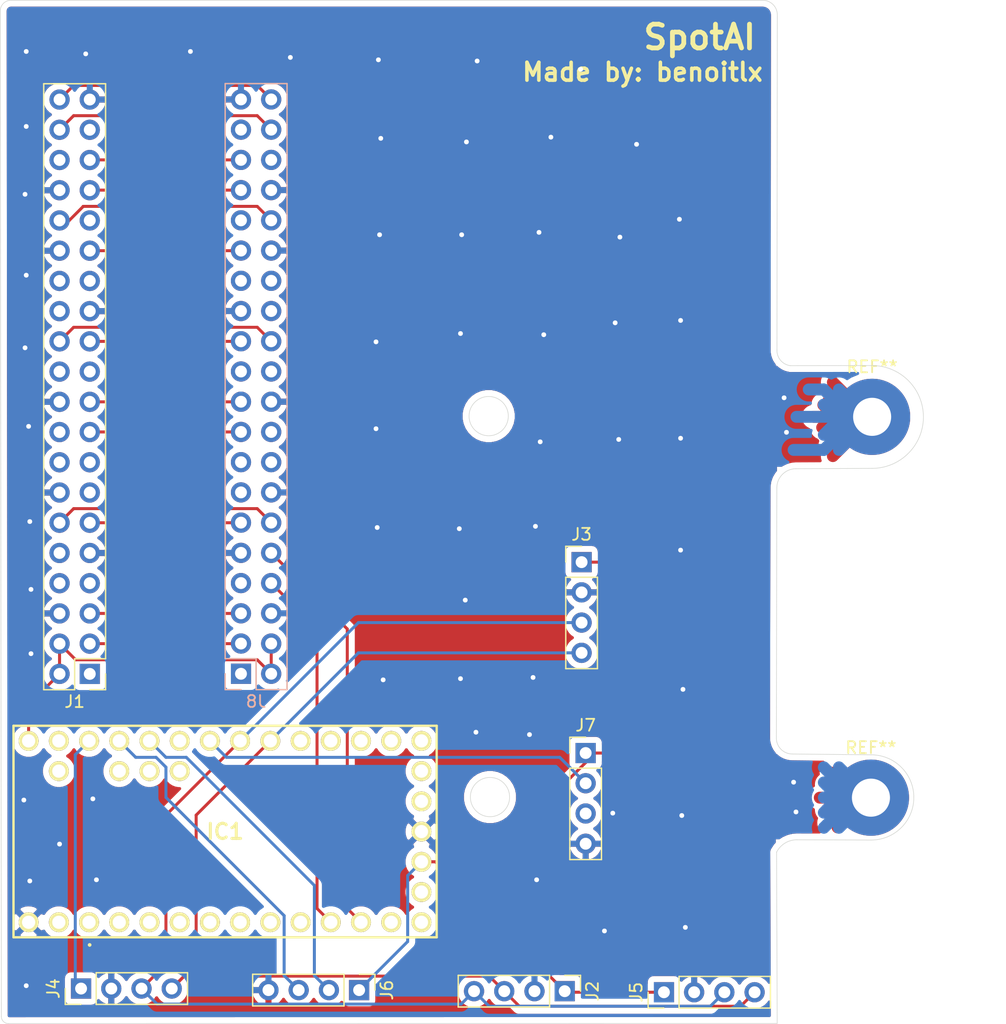
<source format=kicad_pcb>
(kicad_pcb (version 20171130) (host pcbnew 5.1.10-1.fc34)

  (general
    (thickness 1.6)
    (drawings 23)
    (tracks 219)
    (zones 0)
    (modules 11)
    (nets 78)
  )

  (page A4)
  (layers
    (0 F.Cu signal)
    (31 B.Cu signal)
    (32 B.Adhes user)
    (33 F.Adhes user)
    (34 B.Paste user)
    (35 F.Paste user)
    (36 B.SilkS user)
    (37 F.SilkS user)
    (38 B.Mask user)
    (39 F.Mask user)
    (40 Dwgs.User user)
    (41 Cmts.User user)
    (42 Eco1.User user)
    (43 Eco2.User user)
    (44 Edge.Cuts user)
    (45 Margin user)
    (46 B.CrtYd user)
    (47 F.CrtYd user)
    (48 B.Fab user)
    (49 F.Fab user)
  )

  (setup
    (last_trace_width 1)
    (user_trace_width 1)
    (trace_clearance 0.2)
    (zone_clearance 0.508)
    (zone_45_only no)
    (trace_min 0.2)
    (via_size 0.8)
    (via_drill 0.4)
    (via_min_size 0.4)
    (via_min_drill 0.3)
    (uvia_size 0.3)
    (uvia_drill 0.1)
    (uvias_allowed no)
    (uvia_min_size 0.2)
    (uvia_min_drill 0.1)
    (edge_width 0.05)
    (segment_width 0.2)
    (pcb_text_width 0.3)
    (pcb_text_size 1.5 1.5)
    (mod_edge_width 0.12)
    (mod_text_size 1 1)
    (mod_text_width 0.15)
    (pad_size 1.524 1.524)
    (pad_drill 0.762)
    (pad_to_mask_clearance 0)
    (aux_axis_origin 0 0)
    (visible_elements FFFFFF7F)
    (pcbplotparams
      (layerselection 0x010fc_ffffffff)
      (usegerberextensions false)
      (usegerberattributes true)
      (usegerberadvancedattributes true)
      (creategerberjobfile true)
      (excludeedgelayer true)
      (linewidth 0.100000)
      (plotframeref false)
      (viasonmask false)
      (mode 1)
      (useauxorigin false)
      (hpglpennumber 1)
      (hpglpenspeed 20)
      (hpglpendiameter 15.000000)
      (psnegative false)
      (psa4output false)
      (plotreference true)
      (plotvalue true)
      (plotinvisibletext false)
      (padsonsilk false)
      (subtractmaskfromsilk false)
      (outputformat 1)
      (mirror false)
      (drillshape 0)
      (scaleselection 1)
      (outputdirectory ""))
  )

  (net 0 "")
  (net 1 "Net-(IC1-Pad37)")
  (net 2 GND)
  (net 3 "Net-(IC1-Pad35)")
  (net 4 "Net-(IC1-Pad34)")
  (net 5 +3V3)
  (net 6 "Net-(IC1-Pad31)")
  (net 7 "Net-(IC1-Pad30)")
  (net 8 "Net-(IC1-Pad29)")
  (net 9 "Net-(IC1-Pad28)")
  (net 10 "Net-(IC1-Pad27)")
  (net 11 VCC)
  (net 12 "Net-(IC1-Pad25)")
  (net 13 Echo)
  (net 14 TRIG)
  (net 15 "Net-(IC1-Pad21)")
  (net 16 DHT)
  (net 17 SCL0)
  (net 18 SDA0)
  (net 19 "Net-(IC1-Pad17)")
  (net 20 "Net-(IC1-Pad16)")
  (net 21 "Net-(IC1-Pad15)")
  (net 22 "Net-(IC1-Pad14)")
  (net 23 "Net-(IC1-Pad13)")
  (net 24 "Net-(IC1-Pad12)")
  (net 25 "Net-(IC1-Pad11)")
  (net 26 J_RX)
  (net 27 J_TX)
  (net 28 "Net-(IC1-Pad8)")
  (net 29 "Net-(IC1-Pad7)")
  (net 30 "Net-(IC1-Pad6)")
  (net 31 "Net-(IC1-Pad5)")
  (net 32 "Net-(IC1-Pad4)")
  (net 33 "Net-(IC1-Pad3)")
  (net 34 "Net-(IC1-Pad2)")
  (net 35 "Net-(IC1-Pad1)")
  (net 36 I2S_DAC)
  (net 37 I2S_ADC)
  (net 38 "Net-(J1-Pad37)")
  (net 39 "Net-(J1-Pad36)")
  (net 40 I2S_LRCLK)
  (net 41 GPIO13)
  (net 42 GPIO12)
  (net 43 "Net-(J1-Pad31)")
  (net 44 GPIO5)
  (net 45 "Net-(J1-Pad28)")
  (net 46 "Net-(J1-Pad27)")
  (net 47 "Net-(J1-Pad26)")
  (net 48 CSO)
  (net 49 SCK)
  (net 50 "Net-(J1-Pad22)")
  (net 51 "Net-(J1-Pad21)")
  (net 52 MOSI)
  (net 53 "Net-(J1-Pad18)")
  (net 54 "Net-(J1-Pad16)")
  (net 55 "Net-(J1-Pad15)")
  (net 56 "Net-(J1-Pad13)")
  (net 57 I2S_CLK)
  (net 58 GPIO17)
  (net 59 "Net-(J1-Pad7)")
  (net 60 I2C_SCL)
  (net 61 I2C_SDA)
  (net 62 "Net-(J1-Pad1)")
  (net 63 "Net-(J7-Pad3)")
  (net 64 "Net-(J8-Pad37)")
  (net 65 "Net-(J8-Pad36)")
  (net 66 "Net-(J8-Pad31)")
  (net 67 "Net-(J8-Pad28)")
  (net 68 "Net-(J8-Pad27)")
  (net 69 "Net-(J8-Pad26)")
  (net 70 "Net-(J8-Pad22)")
  (net 71 "Net-(J8-Pad21)")
  (net 72 "Net-(J8-Pad18)")
  (net 73 "Net-(J8-Pad16)")
  (net 74 "Net-(J8-Pad15)")
  (net 75 "Net-(J8-Pad13)")
  (net 76 "Net-(J8-Pad7)")
  (net 77 "Net-(J8-Pad1)")

  (net_class Default "This is the default net class."
    (clearance 0.2)
    (trace_width 0.25)
    (via_dia 0.8)
    (via_drill 0.4)
    (uvia_dia 0.3)
    (uvia_drill 0.1)
    (add_net +3V3)
    (add_net CSO)
    (add_net DHT)
    (add_net Echo)
    (add_net GND)
    (add_net GPIO12)
    (add_net GPIO13)
    (add_net GPIO17)
    (add_net GPIO5)
    (add_net I2C_SCL)
    (add_net I2C_SDA)
    (add_net I2S_ADC)
    (add_net I2S_CLK)
    (add_net I2S_DAC)
    (add_net I2S_LRCLK)
    (add_net J_RX)
    (add_net J_TX)
    (add_net MOSI)
    (add_net "Net-(IC1-Pad1)")
    (add_net "Net-(IC1-Pad11)")
    (add_net "Net-(IC1-Pad12)")
    (add_net "Net-(IC1-Pad13)")
    (add_net "Net-(IC1-Pad14)")
    (add_net "Net-(IC1-Pad15)")
    (add_net "Net-(IC1-Pad16)")
    (add_net "Net-(IC1-Pad17)")
    (add_net "Net-(IC1-Pad2)")
    (add_net "Net-(IC1-Pad21)")
    (add_net "Net-(IC1-Pad25)")
    (add_net "Net-(IC1-Pad27)")
    (add_net "Net-(IC1-Pad28)")
    (add_net "Net-(IC1-Pad29)")
    (add_net "Net-(IC1-Pad3)")
    (add_net "Net-(IC1-Pad30)")
    (add_net "Net-(IC1-Pad31)")
    (add_net "Net-(IC1-Pad34)")
    (add_net "Net-(IC1-Pad35)")
    (add_net "Net-(IC1-Pad37)")
    (add_net "Net-(IC1-Pad4)")
    (add_net "Net-(IC1-Pad5)")
    (add_net "Net-(IC1-Pad6)")
    (add_net "Net-(IC1-Pad7)")
    (add_net "Net-(IC1-Pad8)")
    (add_net "Net-(J1-Pad1)")
    (add_net "Net-(J1-Pad13)")
    (add_net "Net-(J1-Pad15)")
    (add_net "Net-(J1-Pad16)")
    (add_net "Net-(J1-Pad18)")
    (add_net "Net-(J1-Pad21)")
    (add_net "Net-(J1-Pad22)")
    (add_net "Net-(J1-Pad26)")
    (add_net "Net-(J1-Pad27)")
    (add_net "Net-(J1-Pad28)")
    (add_net "Net-(J1-Pad31)")
    (add_net "Net-(J1-Pad36)")
    (add_net "Net-(J1-Pad37)")
    (add_net "Net-(J1-Pad7)")
    (add_net "Net-(J7-Pad3)")
    (add_net "Net-(J8-Pad1)")
    (add_net "Net-(J8-Pad13)")
    (add_net "Net-(J8-Pad15)")
    (add_net "Net-(J8-Pad16)")
    (add_net "Net-(J8-Pad18)")
    (add_net "Net-(J8-Pad21)")
    (add_net "Net-(J8-Pad22)")
    (add_net "Net-(J8-Pad26)")
    (add_net "Net-(J8-Pad27)")
    (add_net "Net-(J8-Pad28)")
    (add_net "Net-(J8-Pad31)")
    (add_net "Net-(J8-Pad36)")
    (add_net "Net-(J8-Pad37)")
    (add_net "Net-(J8-Pad7)")
    (add_net SCK)
    (add_net SCL0)
    (add_net SDA0)
    (add_net TRIG)
    (add_net VCC)
  )

  (module MountingHole:MountingHole_3.2mm_M3_Pad (layer F.Cu) (tedit 56D1B4CB) (tstamp 610073F1)
    (at 146.3 78.5)
    (descr "Mounting Hole 3.2mm, M3")
    (tags "mounting hole 3.2mm m3")
    (zone_connect 2)
    (attr virtual)
    (fp_text reference REF** (at 0 -4.2) (layer F.SilkS)
      (effects (font (size 1 1) (thickness 0.15)))
    )
    (fp_text value MountingHole_3.2mm_M3_Pad (at 0 4.2) (layer F.Fab)
      (effects (font (size 1 1) (thickness 0.15)))
    )
    (fp_circle (center 0 0) (end 3.45 0) (layer F.CrtYd) (width 0.05))
    (fp_circle (center 0 0) (end 3.2 0) (layer Cmts.User) (width 0.15))
    (fp_text user %R (at 0.3 0) (layer F.Fab)
      (effects (font (size 1 1) (thickness 0.15)))
    )
    (pad 1 thru_hole circle (at 0 0) (size 6.4 6.4) (drill 3.2) (layers *.Cu *.Mask)
      (zone_connect 2))
  )

  (module MountingHole:MountingHole_3.2mm_M3_Pad (layer F.Cu) (tedit 56D1B4CB) (tstamp 610073D4)
    (at 146.2 110.5)
    (descr "Mounting Hole 3.2mm, M3")
    (tags "mounting hole 3.2mm m3")
    (zone_connect 2)
    (attr virtual)
    (fp_text reference REF** (at 0 -4.2) (layer F.SilkS)
      (effects (font (size 1 1) (thickness 0.15)))
    )
    (fp_text value MountingHole_3.2mm_M3_Pad (at 0 4.2) (layer F.Fab)
      (effects (font (size 1 1) (thickness 0.15)))
    )
    (fp_circle (center 0 0) (end 3.45 0) (layer F.CrtYd) (width 0.05))
    (fp_circle (center 0 0) (end 3.2 0) (layer Cmts.User) (width 0.15))
    (fp_text user %R (at 0.3 0) (layer F.Fab)
      (effects (font (size 1 1) (thickness 0.15)))
    )
    (pad 1 thru_hole circle (at 0 0) (size 6.4 6.4) (drill 3.2) (layers *.Cu *.Mask)
      (zone_connect 2))
  )

  (module Connector_PinHeader_2.54mm:PinHeader_2x20_P2.54mm_Vertical (layer F.Cu) (tedit 59FED5CC) (tstamp 610077EB)
    (at 80.54 100.1 180)
    (descr "Through hole straight pin header, 2x20, 2.54mm pitch, double rows")
    (tags "Through hole pin header THT 2x20 2.54mm double row")
    (path /61057021)
    (fp_text reference J1 (at 1.27 -2.33) (layer F.SilkS)
      (effects (font (size 1 1) (thickness 0.15)))
    )
    (fp_text value Respeaker (at 1.27 50.59) (layer F.Fab)
      (effects (font (size 1 1) (thickness 0.15)))
    )
    (fp_line (start 0 -1.27) (end 3.81 -1.27) (layer F.Fab) (width 0.1))
    (fp_line (start 3.81 -1.27) (end 3.81 49.53) (layer F.Fab) (width 0.1))
    (fp_line (start 3.81 49.53) (end -1.27 49.53) (layer F.Fab) (width 0.1))
    (fp_line (start -1.27 49.53) (end -1.27 0) (layer F.Fab) (width 0.1))
    (fp_line (start -1.27 0) (end 0 -1.27) (layer F.Fab) (width 0.1))
    (fp_line (start -1.33 49.59) (end 3.87 49.59) (layer F.SilkS) (width 0.12))
    (fp_line (start -1.33 1.27) (end -1.33 49.59) (layer F.SilkS) (width 0.12))
    (fp_line (start 3.87 -1.33) (end 3.87 49.59) (layer F.SilkS) (width 0.12))
    (fp_line (start -1.33 1.27) (end 1.27 1.27) (layer F.SilkS) (width 0.12))
    (fp_line (start 1.27 1.27) (end 1.27 -1.33) (layer F.SilkS) (width 0.12))
    (fp_line (start 1.27 -1.33) (end 3.87 -1.33) (layer F.SilkS) (width 0.12))
    (fp_line (start -1.33 0) (end -1.33 -1.33) (layer F.SilkS) (width 0.12))
    (fp_line (start -1.33 -1.33) (end 0 -1.33) (layer F.SilkS) (width 0.12))
    (fp_line (start -1.8 -1.8) (end -1.8 50.05) (layer F.CrtYd) (width 0.05))
    (fp_line (start -1.8 50.05) (end 4.35 50.05) (layer F.CrtYd) (width 0.05))
    (fp_line (start 4.35 50.05) (end 4.35 -1.8) (layer F.CrtYd) (width 0.05))
    (fp_line (start 4.35 -1.8) (end -1.8 -1.8) (layer F.CrtYd) (width 0.05))
    (fp_text user %R (at 1.27 24.13 90) (layer F.Fab)
      (effects (font (size 1 1) (thickness 0.15)))
    )
    (pad 40 thru_hole oval (at 2.54 48.26 180) (size 1.7 1.7) (drill 1) (layers *.Cu *.Mask)
      (net 36 I2S_DAC))
    (pad 39 thru_hole oval (at 0 48.26 180) (size 1.7 1.7) (drill 1) (layers *.Cu *.Mask)
      (net 2 GND))
    (pad 38 thru_hole oval (at 2.54 45.72 180) (size 1.7 1.7) (drill 1) (layers *.Cu *.Mask)
      (net 37 I2S_ADC))
    (pad 37 thru_hole oval (at 0 45.72 180) (size 1.7 1.7) (drill 1) (layers *.Cu *.Mask)
      (net 38 "Net-(J1-Pad37)"))
    (pad 36 thru_hole oval (at 2.54 43.18 180) (size 1.7 1.7) (drill 1) (layers *.Cu *.Mask)
      (net 39 "Net-(J1-Pad36)"))
    (pad 35 thru_hole oval (at 0 43.18 180) (size 1.7 1.7) (drill 1) (layers *.Cu *.Mask)
      (net 40 I2S_LRCLK))
    (pad 34 thru_hole oval (at 2.54 40.64 180) (size 1.7 1.7) (drill 1) (layers *.Cu *.Mask)
      (net 2 GND))
    (pad 33 thru_hole oval (at 0 40.64 180) (size 1.7 1.7) (drill 1) (layers *.Cu *.Mask)
      (net 41 GPIO13))
    (pad 32 thru_hole oval (at 2.54 38.1 180) (size 1.7 1.7) (drill 1) (layers *.Cu *.Mask)
      (net 42 GPIO12))
    (pad 31 thru_hole oval (at 0 38.1 180) (size 1.7 1.7) (drill 1) (layers *.Cu *.Mask)
      (net 43 "Net-(J1-Pad31)"))
    (pad 30 thru_hole oval (at 2.54 35.56 180) (size 1.7 1.7) (drill 1) (layers *.Cu *.Mask)
      (net 2 GND))
    (pad 29 thru_hole oval (at 0 35.56 180) (size 1.7 1.7) (drill 1) (layers *.Cu *.Mask)
      (net 44 GPIO5))
    (pad 28 thru_hole oval (at 2.54 33.02 180) (size 1.7 1.7) (drill 1) (layers *.Cu *.Mask)
      (net 45 "Net-(J1-Pad28)"))
    (pad 27 thru_hole oval (at 0 33.02 180) (size 1.7 1.7) (drill 1) (layers *.Cu *.Mask)
      (net 46 "Net-(J1-Pad27)"))
    (pad 26 thru_hole oval (at 2.54 30.48 180) (size 1.7 1.7) (drill 1) (layers *.Cu *.Mask)
      (net 47 "Net-(J1-Pad26)"))
    (pad 25 thru_hole oval (at 0 30.48 180) (size 1.7 1.7) (drill 1) (layers *.Cu *.Mask)
      (net 2 GND))
    (pad 24 thru_hole oval (at 2.54 27.94 180) (size 1.7 1.7) (drill 1) (layers *.Cu *.Mask)
      (net 48 CSO))
    (pad 23 thru_hole oval (at 0 27.94 180) (size 1.7 1.7) (drill 1) (layers *.Cu *.Mask)
      (net 49 SCK))
    (pad 22 thru_hole oval (at 2.54 25.4 180) (size 1.7 1.7) (drill 1) (layers *.Cu *.Mask)
      (net 50 "Net-(J1-Pad22)"))
    (pad 21 thru_hole oval (at 0 25.4 180) (size 1.7 1.7) (drill 1) (layers *.Cu *.Mask)
      (net 51 "Net-(J1-Pad21)"))
    (pad 20 thru_hole oval (at 2.54 22.86 180) (size 1.7 1.7) (drill 1) (layers *.Cu *.Mask)
      (net 2 GND))
    (pad 19 thru_hole oval (at 0 22.86 180) (size 1.7 1.7) (drill 1) (layers *.Cu *.Mask)
      (net 52 MOSI))
    (pad 18 thru_hole oval (at 2.54 20.32 180) (size 1.7 1.7) (drill 1) (layers *.Cu *.Mask)
      (net 53 "Net-(J1-Pad18)"))
    (pad 17 thru_hole oval (at 0 20.32 180) (size 1.7 1.7) (drill 1) (layers *.Cu *.Mask)
      (net 5 +3V3))
    (pad 16 thru_hole oval (at 2.54 17.78 180) (size 1.7 1.7) (drill 1) (layers *.Cu *.Mask)
      (net 54 "Net-(J1-Pad16)"))
    (pad 15 thru_hole oval (at 0 17.78 180) (size 1.7 1.7) (drill 1) (layers *.Cu *.Mask)
      (net 55 "Net-(J1-Pad15)"))
    (pad 14 thru_hole oval (at 2.54 15.24 180) (size 1.7 1.7) (drill 1) (layers *.Cu *.Mask)
      (net 2 GND))
    (pad 13 thru_hole oval (at 0 15.24 180) (size 1.7 1.7) (drill 1) (layers *.Cu *.Mask)
      (net 56 "Net-(J1-Pad13)"))
    (pad 12 thru_hole oval (at 2.54 12.7 180) (size 1.7 1.7) (drill 1) (layers *.Cu *.Mask)
      (net 57 I2S_CLK))
    (pad 11 thru_hole oval (at 0 12.7 180) (size 1.7 1.7) (drill 1) (layers *.Cu *.Mask)
      (net 58 GPIO17))
    (pad 10 thru_hole oval (at 2.54 10.16 180) (size 1.7 1.7) (drill 1) (layers *.Cu *.Mask)
      (net 26 J_RX))
    (pad 9 thru_hole oval (at 0 10.16 180) (size 1.7 1.7) (drill 1) (layers *.Cu *.Mask)
      (net 2 GND))
    (pad 8 thru_hole oval (at 2.54 7.62 180) (size 1.7 1.7) (drill 1) (layers *.Cu *.Mask)
      (net 27 J_TX))
    (pad 7 thru_hole oval (at 0 7.62 180) (size 1.7 1.7) (drill 1) (layers *.Cu *.Mask)
      (net 59 "Net-(J1-Pad7)"))
    (pad 6 thru_hole oval (at 2.54 5.08 180) (size 1.7 1.7) (drill 1) (layers *.Cu *.Mask)
      (net 2 GND))
    (pad 5 thru_hole oval (at 0 5.08 180) (size 1.7 1.7) (drill 1) (layers *.Cu *.Mask)
      (net 60 I2C_SCL))
    (pad 4 thru_hole oval (at 2.54 2.54 180) (size 1.7 1.7) (drill 1) (layers *.Cu *.Mask)
      (net 11 VCC))
    (pad 3 thru_hole oval (at 0 2.54 180) (size 1.7 1.7) (drill 1) (layers *.Cu *.Mask)
      (net 61 I2C_SDA))
    (pad 2 thru_hole oval (at 2.54 0 180) (size 1.7 1.7) (drill 1) (layers *.Cu *.Mask)
      (net 11 VCC))
    (pad 1 thru_hole rect (at 0 0 180) (size 1.7 1.7) (drill 1) (layers *.Cu *.Mask)
      (net 62 "Net-(J1-Pad1)"))
    (model ${KISYS3DMOD}/Connector_PinHeader_2.54mm.3dshapes/PinHeader_2x20_P2.54mm_Vertical.wrl
      (at (xyz 0 0 0))
      (scale (xyz 1 1 1))
      (rotate (xyz 0 0 0))
    )
  )

  (module Connector_PinHeader_2.54mm:PinHeader_2x20_P2.54mm_Vertical (layer B.Cu) (tedit 59FED5CC) (tstamp 610078B9)
    (at 93.25 100.09)
    (descr "Through hole straight pin header, 2x20, 2.54mm pitch, double rows")
    (tags "Through hole pin header THT 2x20 2.54mm double row")
    (path /60FF2B13)
    (fp_text reference J8 (at 1.27 2.33) (layer B.SilkS)
      (effects (font (size 1 1) (thickness 0.15)) (justify mirror))
    )
    (fp_text value Jetson (at 1.27 -50.59) (layer B.Fab)
      (effects (font (size 1 1) (thickness 0.15)) (justify mirror))
    )
    (fp_line (start 0 1.27) (end 3.81 1.27) (layer B.Fab) (width 0.1))
    (fp_line (start 3.81 1.27) (end 3.81 -49.53) (layer B.Fab) (width 0.1))
    (fp_line (start 3.81 -49.53) (end -1.27 -49.53) (layer B.Fab) (width 0.1))
    (fp_line (start -1.27 -49.53) (end -1.27 0) (layer B.Fab) (width 0.1))
    (fp_line (start -1.27 0) (end 0 1.27) (layer B.Fab) (width 0.1))
    (fp_line (start -1.33 -49.59) (end 3.87 -49.59) (layer B.SilkS) (width 0.12))
    (fp_line (start -1.33 -1.27) (end -1.33 -49.59) (layer B.SilkS) (width 0.12))
    (fp_line (start 3.87 1.33) (end 3.87 -49.59) (layer B.SilkS) (width 0.12))
    (fp_line (start -1.33 -1.27) (end 1.27 -1.27) (layer B.SilkS) (width 0.12))
    (fp_line (start 1.27 -1.27) (end 1.27 1.33) (layer B.SilkS) (width 0.12))
    (fp_line (start 1.27 1.33) (end 3.87 1.33) (layer B.SilkS) (width 0.12))
    (fp_line (start -1.33 0) (end -1.33 1.33) (layer B.SilkS) (width 0.12))
    (fp_line (start -1.33 1.33) (end 0 1.33) (layer B.SilkS) (width 0.12))
    (fp_line (start -1.8 1.8) (end -1.8 -50.05) (layer B.CrtYd) (width 0.05))
    (fp_line (start -1.8 -50.05) (end 4.35 -50.05) (layer B.CrtYd) (width 0.05))
    (fp_line (start 4.35 -50.05) (end 4.35 1.8) (layer B.CrtYd) (width 0.05))
    (fp_line (start 4.35 1.8) (end -1.8 1.8) (layer B.CrtYd) (width 0.05))
    (fp_text user %R (at 1.27 -24.13 -90) (layer B.Fab)
      (effects (font (size 1 1) (thickness 0.15)) (justify mirror))
    )
    (pad 40 thru_hole oval (at 2.54 -48.26) (size 1.7 1.7) (drill 1) (layers *.Cu *.Mask)
      (net 36 I2S_DAC))
    (pad 39 thru_hole oval (at 0 -48.26) (size 1.7 1.7) (drill 1) (layers *.Cu *.Mask)
      (net 2 GND))
    (pad 38 thru_hole oval (at 2.54 -45.72) (size 1.7 1.7) (drill 1) (layers *.Cu *.Mask)
      (net 37 I2S_ADC))
    (pad 37 thru_hole oval (at 0 -45.72) (size 1.7 1.7) (drill 1) (layers *.Cu *.Mask)
      (net 64 "Net-(J8-Pad37)"))
    (pad 36 thru_hole oval (at 2.54 -43.18) (size 1.7 1.7) (drill 1) (layers *.Cu *.Mask)
      (net 65 "Net-(J8-Pad36)"))
    (pad 35 thru_hole oval (at 0 -43.18) (size 1.7 1.7) (drill 1) (layers *.Cu *.Mask)
      (net 40 I2S_LRCLK))
    (pad 34 thru_hole oval (at 2.54 -40.64) (size 1.7 1.7) (drill 1) (layers *.Cu *.Mask)
      (net 2 GND))
    (pad 33 thru_hole oval (at 0 -40.64) (size 1.7 1.7) (drill 1) (layers *.Cu *.Mask)
      (net 41 GPIO13))
    (pad 32 thru_hole oval (at 2.54 -38.1) (size 1.7 1.7) (drill 1) (layers *.Cu *.Mask)
      (net 42 GPIO12))
    (pad 31 thru_hole oval (at 0 -38.1) (size 1.7 1.7) (drill 1) (layers *.Cu *.Mask)
      (net 66 "Net-(J8-Pad31)"))
    (pad 30 thru_hole oval (at 2.54 -35.56) (size 1.7 1.7) (drill 1) (layers *.Cu *.Mask)
      (net 2 GND))
    (pad 29 thru_hole oval (at 0 -35.56) (size 1.7 1.7) (drill 1) (layers *.Cu *.Mask)
      (net 44 GPIO5))
    (pad 28 thru_hole oval (at 2.54 -33.02) (size 1.7 1.7) (drill 1) (layers *.Cu *.Mask)
      (net 67 "Net-(J8-Pad28)"))
    (pad 27 thru_hole oval (at 0 -33.02) (size 1.7 1.7) (drill 1) (layers *.Cu *.Mask)
      (net 68 "Net-(J8-Pad27)"))
    (pad 26 thru_hole oval (at 2.54 -30.48) (size 1.7 1.7) (drill 1) (layers *.Cu *.Mask)
      (net 69 "Net-(J8-Pad26)"))
    (pad 25 thru_hole oval (at 0 -30.48) (size 1.7 1.7) (drill 1) (layers *.Cu *.Mask)
      (net 2 GND))
    (pad 24 thru_hole oval (at 2.54 -27.94) (size 1.7 1.7) (drill 1) (layers *.Cu *.Mask)
      (net 48 CSO))
    (pad 23 thru_hole oval (at 0 -27.94) (size 1.7 1.7) (drill 1) (layers *.Cu *.Mask)
      (net 49 SCK))
    (pad 22 thru_hole oval (at 2.54 -25.4) (size 1.7 1.7) (drill 1) (layers *.Cu *.Mask)
      (net 70 "Net-(J8-Pad22)"))
    (pad 21 thru_hole oval (at 0 -25.4) (size 1.7 1.7) (drill 1) (layers *.Cu *.Mask)
      (net 71 "Net-(J8-Pad21)"))
    (pad 20 thru_hole oval (at 2.54 -22.86) (size 1.7 1.7) (drill 1) (layers *.Cu *.Mask)
      (net 2 GND))
    (pad 19 thru_hole oval (at 0 -22.86) (size 1.7 1.7) (drill 1) (layers *.Cu *.Mask)
      (net 52 MOSI))
    (pad 18 thru_hole oval (at 2.54 -20.32) (size 1.7 1.7) (drill 1) (layers *.Cu *.Mask)
      (net 72 "Net-(J8-Pad18)"))
    (pad 17 thru_hole oval (at 0 -20.32) (size 1.7 1.7) (drill 1) (layers *.Cu *.Mask)
      (net 5 +3V3))
    (pad 16 thru_hole oval (at 2.54 -17.78) (size 1.7 1.7) (drill 1) (layers *.Cu *.Mask)
      (net 73 "Net-(J8-Pad16)"))
    (pad 15 thru_hole oval (at 0 -17.78) (size 1.7 1.7) (drill 1) (layers *.Cu *.Mask)
      (net 74 "Net-(J8-Pad15)"))
    (pad 14 thru_hole oval (at 2.54 -15.24) (size 1.7 1.7) (drill 1) (layers *.Cu *.Mask)
      (net 2 GND))
    (pad 13 thru_hole oval (at 0 -15.24) (size 1.7 1.7) (drill 1) (layers *.Cu *.Mask)
      (net 75 "Net-(J8-Pad13)"))
    (pad 12 thru_hole oval (at 2.54 -12.7) (size 1.7 1.7) (drill 1) (layers *.Cu *.Mask)
      (net 57 I2S_CLK))
    (pad 11 thru_hole oval (at 0 -12.7) (size 1.7 1.7) (drill 1) (layers *.Cu *.Mask)
      (net 58 GPIO17))
    (pad 10 thru_hole oval (at 2.54 -10.16) (size 1.7 1.7) (drill 1) (layers *.Cu *.Mask)
      (net 26 J_RX))
    (pad 9 thru_hole oval (at 0 -10.16) (size 1.7 1.7) (drill 1) (layers *.Cu *.Mask)
      (net 2 GND))
    (pad 8 thru_hole oval (at 2.54 -7.62) (size 1.7 1.7) (drill 1) (layers *.Cu *.Mask)
      (net 27 J_TX))
    (pad 7 thru_hole oval (at 0 -7.62) (size 1.7 1.7) (drill 1) (layers *.Cu *.Mask)
      (net 76 "Net-(J8-Pad7)"))
    (pad 6 thru_hole oval (at 2.54 -5.08) (size 1.7 1.7) (drill 1) (layers *.Cu *.Mask)
      (net 2 GND))
    (pad 5 thru_hole oval (at 0 -5.08) (size 1.7 1.7) (drill 1) (layers *.Cu *.Mask)
      (net 60 I2C_SCL))
    (pad 4 thru_hole oval (at 2.54 -2.54) (size 1.7 1.7) (drill 1) (layers *.Cu *.Mask)
      (net 11 VCC))
    (pad 3 thru_hole oval (at 0 -2.54) (size 1.7 1.7) (drill 1) (layers *.Cu *.Mask)
      (net 61 I2C_SDA))
    (pad 2 thru_hole oval (at 2.54 0) (size 1.7 1.7) (drill 1) (layers *.Cu *.Mask)
      (net 11 VCC))
    (pad 1 thru_hole rect (at 0 0) (size 1.7 1.7) (drill 1) (layers *.Cu *.Mask)
      (net 77 "Net-(J8-Pad1)"))
    (model ${KISYS3DMOD}/Connector_PinHeader_2.54mm.3dshapes/PinHeader_2x20_P2.54mm_Vertical.wrl
      (at (xyz 0 0 0))
      (scale (xyz 1 1 1))
      (rotate (xyz 0 0 0))
    )
  )

  (module Connector_PinHeader_2.54mm:PinHeader_1x04_P2.54mm_Vertical (layer F.Cu) (tedit 59FED5CC) (tstamp 6100787B)
    (at 122.22 106.75)
    (descr "Through hole straight pin header, 1x04, 2.54mm pitch, single row")
    (tags "Through hole pin header THT 1x04 2.54mm single row")
    (path /61149EB3)
    (fp_text reference J7 (at 0 -2.33) (layer F.SilkS)
      (effects (font (size 1 1) (thickness 0.15)))
    )
    (fp_text value DHT22 (at 0 9.95) (layer F.Fab)
      (effects (font (size 1 1) (thickness 0.15)))
    )
    (fp_line (start -0.635 -1.27) (end 1.27 -1.27) (layer F.Fab) (width 0.1))
    (fp_line (start 1.27 -1.27) (end 1.27 8.89) (layer F.Fab) (width 0.1))
    (fp_line (start 1.27 8.89) (end -1.27 8.89) (layer F.Fab) (width 0.1))
    (fp_line (start -1.27 8.89) (end -1.27 -0.635) (layer F.Fab) (width 0.1))
    (fp_line (start -1.27 -0.635) (end -0.635 -1.27) (layer F.Fab) (width 0.1))
    (fp_line (start -1.33 8.95) (end 1.33 8.95) (layer F.SilkS) (width 0.12))
    (fp_line (start -1.33 1.27) (end -1.33 8.95) (layer F.SilkS) (width 0.12))
    (fp_line (start 1.33 1.27) (end 1.33 8.95) (layer F.SilkS) (width 0.12))
    (fp_line (start -1.33 1.27) (end 1.33 1.27) (layer F.SilkS) (width 0.12))
    (fp_line (start -1.33 0) (end -1.33 -1.33) (layer F.SilkS) (width 0.12))
    (fp_line (start -1.33 -1.33) (end 0 -1.33) (layer F.SilkS) (width 0.12))
    (fp_line (start -1.8 -1.8) (end -1.8 9.4) (layer F.CrtYd) (width 0.05))
    (fp_line (start -1.8 9.4) (end 1.8 9.4) (layer F.CrtYd) (width 0.05))
    (fp_line (start 1.8 9.4) (end 1.8 -1.8) (layer F.CrtYd) (width 0.05))
    (fp_line (start 1.8 -1.8) (end -1.8 -1.8) (layer F.CrtYd) (width 0.05))
    (fp_text user %R (at 0 3.81 90) (layer F.Fab)
      (effects (font (size 1 1) (thickness 0.15)))
    )
    (pad 4 thru_hole oval (at 0 7.62) (size 1.7 1.7) (drill 1) (layers *.Cu *.Mask)
      (net 2 GND))
    (pad 3 thru_hole oval (at 0 5.08) (size 1.7 1.7) (drill 1) (layers *.Cu *.Mask)
      (net 63 "Net-(J7-Pad3)"))
    (pad 2 thru_hole oval (at 0 2.54) (size 1.7 1.7) (drill 1) (layers *.Cu *.Mask)
      (net 16 DHT))
    (pad 1 thru_hole rect (at 0 0) (size 1.7 1.7) (drill 1) (layers *.Cu *.Mask)
      (net 5 +3V3))
    (model ${KISYS3DMOD}/Connector_PinHeader_2.54mm.3dshapes/PinHeader_1x04_P2.54mm_Vertical.wrl
      (at (xyz 0 0 0))
      (scale (xyz 1 1 1))
      (rotate (xyz 0 0 0))
    )
  )

  (module Connector_PinHeader_2.54mm:PinHeader_1x04_P2.54mm_Vertical (layer F.Cu) (tedit 59FED5CC) (tstamp 61007863)
    (at 103.18 126.67 270)
    (descr "Through hole straight pin header, 1x04, 2.54mm pitch, single row")
    (tags "Through hole pin header THT 1x04 2.54mm single row")
    (path /61162BB2)
    (fp_text reference J6 (at 0 -2.33 90) (layer F.SilkS)
      (effects (font (size 1 1) (thickness 0.15)))
    )
    (fp_text value HC_SR04 (at -2.07 3.58 180) (layer F.Fab)
      (effects (font (size 1 1) (thickness 0.15)))
    )
    (fp_line (start -0.635 -1.27) (end 1.27 -1.27) (layer F.Fab) (width 0.1))
    (fp_line (start 1.27 -1.27) (end 1.27 8.89) (layer F.Fab) (width 0.1))
    (fp_line (start 1.27 8.89) (end -1.27 8.89) (layer F.Fab) (width 0.1))
    (fp_line (start -1.27 8.89) (end -1.27 -0.635) (layer F.Fab) (width 0.1))
    (fp_line (start -1.27 -0.635) (end -0.635 -1.27) (layer F.Fab) (width 0.1))
    (fp_line (start -1.33 8.95) (end 1.33 8.95) (layer F.SilkS) (width 0.12))
    (fp_line (start -1.33 1.27) (end -1.33 8.95) (layer F.SilkS) (width 0.12))
    (fp_line (start 1.33 1.27) (end 1.33 8.95) (layer F.SilkS) (width 0.12))
    (fp_line (start -1.33 1.27) (end 1.33 1.27) (layer F.SilkS) (width 0.12))
    (fp_line (start -1.33 0) (end -1.33 -1.33) (layer F.SilkS) (width 0.12))
    (fp_line (start -1.33 -1.33) (end 0 -1.33) (layer F.SilkS) (width 0.12))
    (fp_line (start -1.8 -1.8) (end -1.8 9.4) (layer F.CrtYd) (width 0.05))
    (fp_line (start -1.8 9.4) (end 1.8 9.4) (layer F.CrtYd) (width 0.05))
    (fp_line (start 1.8 9.4) (end 1.8 -1.8) (layer F.CrtYd) (width 0.05))
    (fp_line (start 1.8 -1.8) (end -1.8 -1.8) (layer F.CrtYd) (width 0.05))
    (fp_text user %R (at 0 3.81) (layer F.Fab)
      (effects (font (size 1 1) (thickness 0.15)))
    )
    (pad 4 thru_hole oval (at 0 7.62 270) (size 1.7 1.7) (drill 1) (layers *.Cu *.Mask)
      (net 2 GND))
    (pad 3 thru_hole oval (at 0 5.08 270) (size 1.7 1.7) (drill 1) (layers *.Cu *.Mask)
      (net 13 Echo))
    (pad 2 thru_hole oval (at 0 2.54 270) (size 1.7 1.7) (drill 1) (layers *.Cu *.Mask)
      (net 14 TRIG))
    (pad 1 thru_hole rect (at 0 0 270) (size 1.7 1.7) (drill 1) (layers *.Cu *.Mask)
      (net 5 +3V3))
    (model ${KISYS3DMOD}/Connector_PinHeader_2.54mm.3dshapes/PinHeader_1x04_P2.54mm_Vertical.wrl
      (at (xyz 0 0 0))
      (scale (xyz 1 1 1))
      (rotate (xyz 0 0 0))
    )
  )

  (module Connector_PinHeader_2.54mm:PinHeader_1x04_P2.54mm_Vertical (layer F.Cu) (tedit 59FED5CC) (tstamp 6100784B)
    (at 128.8 126.85 90)
    (descr "Through hole straight pin header, 1x04, 2.54mm pitch, single row")
    (tags "Through hole pin header THT 1x04 2.54mm single row")
    (path /6108E7B1)
    (fp_text reference J5 (at 0 -2.33 90) (layer F.SilkS)
      (effects (font (size 1 1) (thickness 0.15)))
    )
    (fp_text value lid2 (at 2.15 3.7 180) (layer F.Fab)
      (effects (font (size 1 1) (thickness 0.15)))
    )
    (fp_line (start -0.635 -1.27) (end 1.27 -1.27) (layer F.Fab) (width 0.1))
    (fp_line (start 1.27 -1.27) (end 1.27 8.89) (layer F.Fab) (width 0.1))
    (fp_line (start 1.27 8.89) (end -1.27 8.89) (layer F.Fab) (width 0.1))
    (fp_line (start -1.27 8.89) (end -1.27 -0.635) (layer F.Fab) (width 0.1))
    (fp_line (start -1.27 -0.635) (end -0.635 -1.27) (layer F.Fab) (width 0.1))
    (fp_line (start -1.33 8.95) (end 1.33 8.95) (layer F.SilkS) (width 0.12))
    (fp_line (start -1.33 1.27) (end -1.33 8.95) (layer F.SilkS) (width 0.12))
    (fp_line (start 1.33 1.27) (end 1.33 8.95) (layer F.SilkS) (width 0.12))
    (fp_line (start -1.33 1.27) (end 1.33 1.27) (layer F.SilkS) (width 0.12))
    (fp_line (start -1.33 0) (end -1.33 -1.33) (layer F.SilkS) (width 0.12))
    (fp_line (start -1.33 -1.33) (end 0 -1.33) (layer F.SilkS) (width 0.12))
    (fp_line (start -1.8 -1.8) (end -1.8 9.4) (layer F.CrtYd) (width 0.05))
    (fp_line (start -1.8 9.4) (end 1.8 9.4) (layer F.CrtYd) (width 0.05))
    (fp_line (start 1.8 9.4) (end 1.8 -1.8) (layer F.CrtYd) (width 0.05))
    (fp_line (start 1.8 -1.8) (end -1.8 -1.8) (layer F.CrtYd) (width 0.05))
    (fp_text user %R (at 0 3.81) (layer F.Fab)
      (effects (font (size 1 1) (thickness 0.15)))
    )
    (pad 4 thru_hole oval (at 0 7.62 90) (size 1.7 1.7) (drill 1) (layers *.Cu *.Mask)
      (net 18 SDA0))
    (pad 3 thru_hole oval (at 0 5.08 90) (size 1.7 1.7) (drill 1) (layers *.Cu *.Mask)
      (net 17 SCL0))
    (pad 2 thru_hole oval (at 0 2.54 90) (size 1.7 1.7) (drill 1) (layers *.Cu *.Mask)
      (net 2 GND))
    (pad 1 thru_hole rect (at 0 0 90) (size 1.7 1.7) (drill 1) (layers *.Cu *.Mask)
      (net 5 +3V3))
    (model ${KISYS3DMOD}/Connector_PinHeader_2.54mm.3dshapes/PinHeader_1x04_P2.54mm_Vertical.wrl
      (at (xyz 0 0 0))
      (scale (xyz 1 1 1))
      (rotate (xyz 0 0 0))
    )
  )

  (module Connector_PinHeader_2.54mm:PinHeader_1x04_P2.54mm_Vertical (layer F.Cu) (tedit 59FED5CC) (tstamp 61007833)
    (at 79.81 126.54 90)
    (descr "Through hole straight pin header, 1x04, 2.54mm pitch, single row")
    (tags "Through hole pin header THT 1x04 2.54mm single row")
    (path /6108DF1C)
    (fp_text reference J4 (at 0 -2.33 90) (layer F.SilkS)
      (effects (font (size 1 1) (thickness 0.15)))
    )
    (fp_text value lid1 (at 2.14 3.69 180) (layer F.Fab)
      (effects (font (size 1 1) (thickness 0.15)))
    )
    (fp_line (start -0.635 -1.27) (end 1.27 -1.27) (layer F.Fab) (width 0.1))
    (fp_line (start 1.27 -1.27) (end 1.27 8.89) (layer F.Fab) (width 0.1))
    (fp_line (start 1.27 8.89) (end -1.27 8.89) (layer F.Fab) (width 0.1))
    (fp_line (start -1.27 8.89) (end -1.27 -0.635) (layer F.Fab) (width 0.1))
    (fp_line (start -1.27 -0.635) (end -0.635 -1.27) (layer F.Fab) (width 0.1))
    (fp_line (start -1.33 8.95) (end 1.33 8.95) (layer F.SilkS) (width 0.12))
    (fp_line (start -1.33 1.27) (end -1.33 8.95) (layer F.SilkS) (width 0.12))
    (fp_line (start 1.33 1.27) (end 1.33 8.95) (layer F.SilkS) (width 0.12))
    (fp_line (start -1.33 1.27) (end 1.33 1.27) (layer F.SilkS) (width 0.12))
    (fp_line (start -1.33 0) (end -1.33 -1.33) (layer F.SilkS) (width 0.12))
    (fp_line (start -1.33 -1.33) (end 0 -1.33) (layer F.SilkS) (width 0.12))
    (fp_line (start -1.8 -1.8) (end -1.8 9.4) (layer F.CrtYd) (width 0.05))
    (fp_line (start -1.8 9.4) (end 1.8 9.4) (layer F.CrtYd) (width 0.05))
    (fp_line (start 1.8 9.4) (end 1.8 -1.8) (layer F.CrtYd) (width 0.05))
    (fp_line (start 1.8 -1.8) (end -1.8 -1.8) (layer F.CrtYd) (width 0.05))
    (fp_text user %R (at 0 3.81) (layer F.Fab)
      (effects (font (size 1 1) (thickness 0.15)))
    )
    (pad 4 thru_hole oval (at 0 7.62 90) (size 1.7 1.7) (drill 1) (layers *.Cu *.Mask)
      (net 18 SDA0))
    (pad 3 thru_hole oval (at 0 5.08 90) (size 1.7 1.7) (drill 1) (layers *.Cu *.Mask)
      (net 17 SCL0))
    (pad 2 thru_hole oval (at 0 2.54 90) (size 1.7 1.7) (drill 1) (layers *.Cu *.Mask)
      (net 2 GND))
    (pad 1 thru_hole rect (at 0 0 90) (size 1.7 1.7) (drill 1) (layers *.Cu *.Mask)
      (net 5 +3V3))
    (model ${KISYS3DMOD}/Connector_PinHeader_2.54mm.3dshapes/PinHeader_1x04_P2.54mm_Vertical.wrl
      (at (xyz 0 0 0))
      (scale (xyz 1 1 1))
      (rotate (xyz 0 0 0))
    )
  )

  (module Connector_PinHeader_2.54mm:PinHeader_1x04_P2.54mm_Vertical (layer F.Cu) (tedit 59FED5CC) (tstamp 6100781B)
    (at 121.88 90.71)
    (descr "Through hole straight pin header, 1x04, 2.54mm pitch, single row")
    (tags "Through hole pin header THT 1x04 2.54mm single row")
    (path /6108D6E5)
    (fp_text reference J3 (at 0 -2.33) (layer F.SilkS)
      (effects (font (size 1 1) (thickness 0.15)))
    )
    (fp_text value mpu6050 (at 0 9.95) (layer F.Fab)
      (effects (font (size 1 1) (thickness 0.15)))
    )
    (fp_line (start -0.635 -1.27) (end 1.27 -1.27) (layer F.Fab) (width 0.1))
    (fp_line (start 1.27 -1.27) (end 1.27 8.89) (layer F.Fab) (width 0.1))
    (fp_line (start 1.27 8.89) (end -1.27 8.89) (layer F.Fab) (width 0.1))
    (fp_line (start -1.27 8.89) (end -1.27 -0.635) (layer F.Fab) (width 0.1))
    (fp_line (start -1.27 -0.635) (end -0.635 -1.27) (layer F.Fab) (width 0.1))
    (fp_line (start -1.33 8.95) (end 1.33 8.95) (layer F.SilkS) (width 0.12))
    (fp_line (start -1.33 1.27) (end -1.33 8.95) (layer F.SilkS) (width 0.12))
    (fp_line (start 1.33 1.27) (end 1.33 8.95) (layer F.SilkS) (width 0.12))
    (fp_line (start -1.33 1.27) (end 1.33 1.27) (layer F.SilkS) (width 0.12))
    (fp_line (start -1.33 0) (end -1.33 -1.33) (layer F.SilkS) (width 0.12))
    (fp_line (start -1.33 -1.33) (end 0 -1.33) (layer F.SilkS) (width 0.12))
    (fp_line (start -1.8 -1.8) (end -1.8 9.4) (layer F.CrtYd) (width 0.05))
    (fp_line (start -1.8 9.4) (end 1.8 9.4) (layer F.CrtYd) (width 0.05))
    (fp_line (start 1.8 9.4) (end 1.8 -1.8) (layer F.CrtYd) (width 0.05))
    (fp_line (start 1.8 -1.8) (end -1.8 -1.8) (layer F.CrtYd) (width 0.05))
    (fp_text user %R (at 0 3.81 90) (layer F.Fab)
      (effects (font (size 1 1) (thickness 0.15)))
    )
    (pad 4 thru_hole oval (at 0 7.62) (size 1.7 1.7) (drill 1) (layers *.Cu *.Mask)
      (net 18 SDA0))
    (pad 3 thru_hole oval (at 0 5.08) (size 1.7 1.7) (drill 1) (layers *.Cu *.Mask)
      (net 17 SCL0))
    (pad 2 thru_hole oval (at 0 2.54) (size 1.7 1.7) (drill 1) (layers *.Cu *.Mask)
      (net 2 GND))
    (pad 1 thru_hole rect (at 0 0) (size 1.7 1.7) (drill 1) (layers *.Cu *.Mask)
      (net 5 +3V3))
    (model ${KISYS3DMOD}/Connector_PinHeader_2.54mm.3dshapes/PinHeader_1x04_P2.54mm_Vertical.wrl
      (at (xyz 0 0 0))
      (scale (xyz 1 1 1))
      (rotate (xyz 0 0 0))
    )
  )

  (module Connector_PinHeader_2.54mm:PinHeader_1x04_P2.54mm_Vertical (layer F.Cu) (tedit 59FED5CC) (tstamp 61007803)
    (at 120.46 126.76 270)
    (descr "Through hole straight pin header, 1x04, 2.54mm pitch, single row")
    (tags "Through hole pin header THT 1x04 2.54mm single row")
    (path /6108EE02)
    (fp_text reference J2 (at 0 -2.33 90) (layer F.SilkS)
      (effects (font (size 1 1) (thickness 0.15)))
    )
    (fp_text value motors (at -2.06 3.76 180) (layer F.Fab)
      (effects (font (size 1 1) (thickness 0.15)))
    )
    (fp_line (start -0.635 -1.27) (end 1.27 -1.27) (layer F.Fab) (width 0.1))
    (fp_line (start 1.27 -1.27) (end 1.27 8.89) (layer F.Fab) (width 0.1))
    (fp_line (start 1.27 8.89) (end -1.27 8.89) (layer F.Fab) (width 0.1))
    (fp_line (start -1.27 8.89) (end -1.27 -0.635) (layer F.Fab) (width 0.1))
    (fp_line (start -1.27 -0.635) (end -0.635 -1.27) (layer F.Fab) (width 0.1))
    (fp_line (start -1.33 8.95) (end 1.33 8.95) (layer F.SilkS) (width 0.12))
    (fp_line (start -1.33 1.27) (end -1.33 8.95) (layer F.SilkS) (width 0.12))
    (fp_line (start 1.33 1.27) (end 1.33 8.95) (layer F.SilkS) (width 0.12))
    (fp_line (start -1.33 1.27) (end 1.33 1.27) (layer F.SilkS) (width 0.12))
    (fp_line (start -1.33 0) (end -1.33 -1.33) (layer F.SilkS) (width 0.12))
    (fp_line (start -1.33 -1.33) (end 0 -1.33) (layer F.SilkS) (width 0.12))
    (fp_line (start -1.8 -1.8) (end -1.8 9.4) (layer F.CrtYd) (width 0.05))
    (fp_line (start -1.8 9.4) (end 1.8 9.4) (layer F.CrtYd) (width 0.05))
    (fp_line (start 1.8 9.4) (end 1.8 -1.8) (layer F.CrtYd) (width 0.05))
    (fp_line (start 1.8 -1.8) (end -1.8 -1.8) (layer F.CrtYd) (width 0.05))
    (fp_text user %R (at 0 3.81) (layer F.Fab)
      (effects (font (size 1 1) (thickness 0.15)))
    )
    (pad 4 thru_hole oval (at 0 7.62 270) (size 1.7 1.7) (drill 1) (layers *.Cu *.Mask)
      (net 17 SCL0))
    (pad 3 thru_hole oval (at 0 5.08 270) (size 1.7 1.7) (drill 1) (layers *.Cu *.Mask)
      (net 18 SDA0))
    (pad 2 thru_hole oval (at 0 2.54 270) (size 1.7 1.7) (drill 1) (layers *.Cu *.Mask)
      (net 2 GND))
    (pad 1 thru_hole rect (at 0 0 270) (size 1.7 1.7) (drill 1) (layers *.Cu *.Mask)
      (net 5 +3V3))
    (model ${KISYS3DMOD}/Connector_PinHeader_2.54mm.3dshapes/PinHeader_1x04_P2.54mm_Vertical.wrl
      (at (xyz 0 0 0))
      (scale (xyz 1 1 1))
      (rotate (xyz 0 0 0))
    )
  )

  (module TEENSY3.2:TEENSY32 (layer F.Cu) (tedit 60FD69BE) (tstamp 610077AD)
    (at 80.48 120.97)
    (descr TEENSY3.2-3)
    (tags "Integrated Circuit")
    (path /60FEE192)
    (fp_text reference IC1 (at 11.435 -7.62) (layer F.SilkS)
      (effects (font (size 1.27 1.27) (thickness 0.254)))
    )
    (fp_text value TEENSY3.2 (at 11.435 -7.62) (layer F.SilkS) hide
      (effects (font (size 1.27 1.27) (thickness 0.254)))
    )
    (fp_line (start 0 1.9) (end 0 1.9) (layer F.SilkS) (width 0.2))
    (fp_line (start 0.1 1.9) (end 0.1 1.9) (layer F.SilkS) (width 0.2))
    (fp_line (start 0 1.9) (end 0 1.9) (layer F.SilkS) (width 0.2))
    (fp_line (start -7.35 2.27) (end -7.35 -17.51) (layer Dwgs.User) (width 0.1))
    (fp_line (start 30.22 2.27) (end -7.35 2.27) (layer Dwgs.User) (width 0.1))
    (fp_line (start 30.22 -17.51) (end 30.22 2.27) (layer Dwgs.User) (width 0.1))
    (fp_line (start -7.35 -17.51) (end 30.22 -17.51) (layer Dwgs.User) (width 0.1))
    (fp_line (start -6.35 1.26) (end -6.35 -16.51) (layer F.SilkS) (width 0.2))
    (fp_line (start 29.22 1.26) (end -6.35 1.26) (layer F.SilkS) (width 0.2))
    (fp_line (start 29.22 -16.51) (end 29.22 1.26) (layer F.SilkS) (width 0.2))
    (fp_line (start -6.35 -16.51) (end 29.22 -16.51) (layer F.SilkS) (width 0.2))
    (fp_line (start -6.35 -16.51) (end -6.35 1.27) (layer Dwgs.User) (width 0.1))
    (fp_line (start 29.21 -16.51) (end -6.35 -16.51) (layer Dwgs.User) (width 0.1))
    (fp_line (start 29.21 1.27) (end 29.21 -16.51) (layer Dwgs.User) (width 0.1))
    (fp_line (start -6.35 1.27) (end 29.21 1.27) (layer Dwgs.User) (width 0.1))
    (fp_arc (start 0.05 1.9) (end 0 1.9) (angle -180) (layer F.SilkS) (width 0.2))
    (fp_arc (start 0.05 1.9) (end 0.1 1.9) (angle -180) (layer F.SilkS) (width 0.2))
    (fp_arc (start 0.05 1.9) (end 0 1.9) (angle -180) (layer F.SilkS) (width 0.2))
    (pad 37 thru_hole circle (at -2.54 0 90) (size 1.665 1.665) (drill 1.11) (layers *.Cu *.Mask F.SilkS)
      (net 1 "Net-(IC1-Pad37)"))
    (pad 36 thru_hole circle (at -5.08 0 90) (size 1.665 1.665) (drill 1.11) (layers *.Cu *.Mask F.SilkS)
      (net 2 GND))
    (pad 35 thru_hole circle (at 27.94 -12.7 90) (size 1.665 1.665) (drill 1.11) (layers *.Cu *.Mask F.SilkS)
      (net 3 "Net-(IC1-Pad35)"))
    (pad 34 thru_hole circle (at 27.94 -10.16 90) (size 1.665 1.665) (drill 1.11) (layers *.Cu *.Mask F.SilkS)
      (net 4 "Net-(IC1-Pad34)"))
    (pad 33 thru_hole circle (at 27.94 -7.62 90) (size 1.665 1.665) (drill 1.11) (layers *.Cu *.Mask F.SilkS)
      (net 2 GND))
    (pad 32 thru_hole circle (at 27.94 -5.08 90) (size 1.665 1.665) (drill 1.11) (layers *.Cu *.Mask F.SilkS)
      (net 5 +3V3))
    (pad 31 thru_hole circle (at 27.94 -2.54 90) (size 1.665 1.665) (drill 1.11) (layers *.Cu *.Mask F.SilkS)
      (net 6 "Net-(IC1-Pad31)"))
    (pad 30 thru_hole circle (at 7.62 -12.7 90) (size 1.665 1.665) (drill 1.11) (layers *.Cu *.Mask F.SilkS)
      (net 7 "Net-(IC1-Pad30)"))
    (pad 29 thru_hole circle (at 5.08 -12.7 90) (size 1.665 1.665) (drill 1.11) (layers *.Cu *.Mask F.SilkS)
      (net 8 "Net-(IC1-Pad29)"))
    (pad 28 thru_hole circle (at 2.54 -12.7 90) (size 1.665 1.665) (drill 1.11) (layers *.Cu *.Mask F.SilkS)
      (net 9 "Net-(IC1-Pad28)"))
    (pad 27 thru_hole circle (at -2.54 -12.7 90) (size 1.665 1.665) (drill 1.11) (layers *.Cu *.Mask F.SilkS)
      (net 10 "Net-(IC1-Pad27)"))
    (pad 26 thru_hole circle (at -5.08 -15.24 90) (size 1.665 1.665) (drill 1.11) (layers *.Cu *.Mask F.SilkS)
      (net 11 VCC))
    (pad 25 thru_hole circle (at -2.54 -15.24 90) (size 1.665 1.665) (drill 1.11) (layers *.Cu *.Mask F.SilkS)
      (net 12 "Net-(IC1-Pad25)"))
    (pad 24 thru_hole circle (at 0 -15.24 90) (size 1.665 1.665) (drill 1.11) (layers *.Cu *.Mask F.SilkS)
      (net 5 +3V3))
    (pad 23 thru_hole circle (at 2.54 -15.24 90) (size 1.665 1.665) (drill 1.11) (layers *.Cu *.Mask F.SilkS)
      (net 13 Echo))
    (pad 22 thru_hole circle (at 5.08 -15.24 90) (size 1.665 1.665) (drill 1.11) (layers *.Cu *.Mask F.SilkS)
      (net 14 TRIG))
    (pad 21 thru_hole circle (at 7.62 -15.24 90) (size 1.665 1.665) (drill 1.11) (layers *.Cu *.Mask F.SilkS)
      (net 15 "Net-(IC1-Pad21)"))
    (pad 20 thru_hole circle (at 10.16 -15.24 90) (size 1.665 1.665) (drill 1.11) (layers *.Cu *.Mask F.SilkS)
      (net 16 DHT))
    (pad 19 thru_hole circle (at 12.7 -15.24 90) (size 1.665 1.665) (drill 1.11) (layers *.Cu *.Mask F.SilkS)
      (net 17 SCL0))
    (pad 18 thru_hole circle (at 15.24 -15.24 90) (size 1.665 1.665) (drill 1.11) (layers *.Cu *.Mask F.SilkS)
      (net 18 SDA0))
    (pad 17 thru_hole circle (at 17.78 -15.24 90) (size 1.665 1.665) (drill 1.11) (layers *.Cu *.Mask F.SilkS)
      (net 19 "Net-(IC1-Pad17)"))
    (pad 16 thru_hole circle (at 20.32 -15.24 90) (size 1.665 1.665) (drill 1.11) (layers *.Cu *.Mask F.SilkS)
      (net 20 "Net-(IC1-Pad16)"))
    (pad 15 thru_hole circle (at 22.86 -15.24 90) (size 1.665 1.665) (drill 1.11) (layers *.Cu *.Mask F.SilkS)
      (net 21 "Net-(IC1-Pad15)"))
    (pad 14 thru_hole circle (at 25.4 -15.24 90) (size 1.665 1.665) (drill 1.11) (layers *.Cu *.Mask F.SilkS)
      (net 22 "Net-(IC1-Pad14)"))
    (pad 13 thru_hole circle (at 27.94 -15.24 90) (size 1.665 1.665) (drill 1.11) (layers *.Cu *.Mask F.SilkS)
      (net 23 "Net-(IC1-Pad13)"))
    (pad 12 thru_hole circle (at 27.94 0 90) (size 1.665 1.665) (drill 1.11) (layers *.Cu *.Mask F.SilkS)
      (net 24 "Net-(IC1-Pad12)"))
    (pad 11 thru_hole circle (at 25.4 0 90) (size 1.665 1.665) (drill 1.11) (layers *.Cu *.Mask F.SilkS)
      (net 25 "Net-(IC1-Pad11)"))
    (pad 10 thru_hole circle (at 22.86 0 90) (size 1.665 1.665) (drill 1.11) (layers *.Cu *.Mask F.SilkS)
      (net 26 J_RX))
    (pad 9 thru_hole circle (at 20.32 0 90) (size 1.665 1.665) (drill 1.11) (layers *.Cu *.Mask F.SilkS)
      (net 27 J_TX))
    (pad 8 thru_hole circle (at 17.78 0 90) (size 1.665 1.665) (drill 1.11) (layers *.Cu *.Mask F.SilkS)
      (net 28 "Net-(IC1-Pad8)"))
    (pad 7 thru_hole circle (at 15.24 0 90) (size 1.665 1.665) (drill 1.11) (layers *.Cu *.Mask F.SilkS)
      (net 29 "Net-(IC1-Pad7)"))
    (pad 6 thru_hole circle (at 12.7 0 90) (size 1.665 1.665) (drill 1.11) (layers *.Cu *.Mask F.SilkS)
      (net 30 "Net-(IC1-Pad6)"))
    (pad 5 thru_hole circle (at 10.16 0 90) (size 1.665 1.665) (drill 1.11) (layers *.Cu *.Mask F.SilkS)
      (net 31 "Net-(IC1-Pad5)"))
    (pad 4 thru_hole circle (at 7.62 0 90) (size 1.665 1.665) (drill 1.11) (layers *.Cu *.Mask F.SilkS)
      (net 32 "Net-(IC1-Pad4)"))
    (pad 3 thru_hole circle (at 5.08 0 90) (size 1.665 1.665) (drill 1.11) (layers *.Cu *.Mask F.SilkS)
      (net 33 "Net-(IC1-Pad3)"))
    (pad 2 thru_hole circle (at 2.54 0 90) (size 1.665 1.665) (drill 1.11) (layers *.Cu *.Mask F.SilkS)
      (net 34 "Net-(IC1-Pad2)"))
    (pad 1 thru_hole circle (at 0 0 90) (size 1.665 1.665) (drill 1.11) (layers *.Cu *.Mask F.SilkS)
      (net 35 "Net-(IC1-Pad1)"))
  )

  (gr_text "Made by: benoitlx" (at 127 49.53) (layer F.SilkS)
    (effects (font (size 1.5 1.5) (thickness 0.3)))
  )
  (gr_text SpotAI (at 131.8 46.6) (layer F.SilkS)
    (effects (font (size 2 2) (thickness 0.4)))
  )
  (gr_line (start 73.91 43.5) (end 137.11 43.5) (layer Edge.Cuts) (width 0.05) (tstamp 61009030))
  (gr_line (start 138.33 44.72) (end 138.300001 72.870001) (layer Edge.Cuts) (width 0.05) (tstamp 6100902F))
  (gr_line (start 139.9 82.86) (end 146.29 82.83) (layer Edge.Cuts) (width 0.05) (tstamp 6100902C))
  (gr_line (start 146.220001 106.899987) (end 139.579924 106.829998) (layer Edge.Cuts) (width 0.05) (tstamp 6100902B))
  (gr_line (start 139.97 114.04) (end 146.229999 114.059999) (layer Edge.Cuts) (width 0.05) (tstamp 6100902A))
  (gr_line (start 138.32 129.47) (end 138.269817 115.079668) (layer Edge.Cuts) (width 0.05) (tstamp 61009029))
  (gr_line (start 138.29152 84.400066) (end 138.250001 105.499999) (layer Edge.Cuts) (width 0.05) (tstamp 61009024))
  (gr_line (start 146.29 74.19) (end 139.428635 74.200843) (layer Edge.Cuts) (width 0.05) (tstamp 6100901F))
  (gr_arc (start 139.59 72.92) (end 138.300001 72.870001) (angle -85.03912006) (layer Edge.Cuts) (width 0.05))
  (gr_arc (start 139.9 84.47) (end 139.9 82.86) (angle -87.51044708) (layer Edge.Cuts) (width 0.05))
  (gr_arc (start 139.59 105.49) (end 138.250001 105.499999) (angle -89.14164028) (layer Edge.Cuts) (width 0.05))
  (gr_arc (start 139.97 115.95) (end 139.97 114.04) (angle -62.89187713) (layer Edge.Cuts) (width 0.05))
  (gr_line (start 73.7 129.48) (end 138.32 129.47) (layer Edge.Cuts) (width 0.05) (tstamp 6100901E))
  (gr_line (start 73.11 128.89) (end 73.02 44.39) (layer Edge.Cuts) (width 0.05) (tstamp 6100901D))
  (gr_arc (start 146.29 78.51) (end 146.29 82.83) (angle -180) (layer Edge.Cuts) (width 0.05))
  (gr_arc (start 146.22 110.48) (end 146.229999 114.059999) (angle -179.8399563) (layer Edge.Cuts) (width 0.05))
  (gr_arc (start 137.11 44.72) (end 138.33 44.72) (angle -90) (layer Edge.Cuts) (width 0.05))
  (gr_arc (start 73.91 44.39) (end 73.91 43.5) (angle -90) (layer Edge.Cuts) (width 0.05))
  (gr_arc (start 73.7 128.89) (end 73.11 128.89) (angle -90) (layer Edge.Cuts) (width 0.05))
  (gr_circle (center 114.18 110.45) (end 115.83 110.45) (layer Edge.Cuts) (width 0.05))
  (gr_circle (center 114.07 78.44) (end 115.71 78.62) (layer Edge.Cuts) (width 0.05))

  (segment (start 146.3 78.5) (end 141.21 78.5) (width 0.25) (layer B.Cu) (net 0))
  (segment (start 146.3 78.5) (end 139.94 78.5) (width 1) (layer B.Cu) (net 0))
  (segment (start 146.3 78.5) (end 143.75 78.5) (width 1) (layer B.Cu) (net 0))
  (segment (start 143.75 78.5) (end 142.24 80.01) (width 1) (layer B.Cu) (net 0))
  (segment (start 146.3 78.5) (end 144.54 78.5) (width 1) (layer B.Cu) (net 0))
  (segment (start 144.54 78.5) (end 142.24 76.2) (width 1) (layer B.Cu) (net 0))
  (segment (start 142.24 76.2) (end 140.97 76.2) (width 1) (layer B.Cu) (net 0))
  (segment (start 145.02 78.5) (end 142.24 81.28) (width 1) (layer B.Cu) (net 0))
  (segment (start 146.3 78.5) (end 145.02 78.5) (width 1) (layer B.Cu) (net 0))
  (segment (start 142.24 81.28) (end 139.7 81.28) (width 1) (layer B.Cu) (net 0))
  (segment (start 146.3 78.5) (end 143.27 78.5) (width 1) (layer B.Cu) (net 0))
  (segment (start 143.27 78.5) (end 142.24 77.47) (width 1) (layer B.Cu) (net 0))
  (segment (start 146.3 78.5) (end 145.81 78.5) (width 1) (layer B.Cu) (net 0))
  (segment (start 145.81 78.5) (end 143.51 76.2) (width 1) (layer B.Cu) (net 0))
  (segment (start 146.3 78.5) (end 146.29 78.5) (width 1) (layer B.Cu) (net 0))
  (segment (start 146.29 78.5) (end 143.51 81.28) (width 1) (layer B.Cu) (net 0))
  (segment (start 146.2 110.5) (end 146.06 110.5) (width 1) (layer B.Cu) (net 0))
  (segment (start 146.06 110.5) (end 146.05 110.49) (width 1) (layer B.Cu) (net 0))
  (segment (start 146.05 110.49) (end 142.24 110.49) (width 1) (layer B.Cu) (net 0))
  (segment (start 146.2 110.5) (end 143.52 110.5) (width 1) (layer B.Cu) (net 0))
  (segment (start 143.52 110.5) (end 142.24 109.22) (width 1) (layer B.Cu) (net 0))
  (segment (start 146.2 110.5) (end 143.5 110.5) (width 1) (layer B.Cu) (net 0))
  (segment (start 143.5 110.5) (end 142.24 111.76) (width 1) (layer B.Cu) (net 0))
  (segment (start 146.2 110.5) (end 144.79 110.5) (width 1) (layer B.Cu) (net 0))
  (segment (start 144.79 110.5) (end 142.24 107.95) (width 1) (layer B.Cu) (net 0))
  (segment (start 146.2 110.5) (end 144.77 110.5) (width 1) (layer B.Cu) (net 0))
  (segment (start 144.77 110.5) (end 142.24 113.03) (width 1) (layer B.Cu) (net 0))
  (segment (start 146.2 110.5) (end 146.04 110.5) (width 1) (layer B.Cu) (net 0))
  (segment (start 146.04 110.5) (end 143.51 113.03) (width 1) (layer B.Cu) (net 0))
  (segment (start 146.06 110.5) (end 143.51 107.95) (width 1) (layer B.Cu) (net 0))
  (segment (start 146.3 78.5) (end 141.4 78.5) (width 1) (layer F.Cu) (net 0))
  (segment (start 146.3 78.5) (end 143.9 78.5) (width 1) (layer F.Cu) (net 0))
  (segment (start 143.9 78.5) (end 142.6 77.2) (width 1) (layer F.Cu) (net 0))
  (segment (start 146.3 78.5) (end 145.2 78.5) (width 1) (layer F.Cu) (net 0))
  (segment (start 145.2 78.5) (end 142.9 76.2) (width 1) (layer F.Cu) (net 0))
  (segment (start 143.9 78.5) (end 142.6 79.8) (width 1) (layer F.Cu) (net 0))
  (segment (start 145.2 78.5) (end 142.8 80.9) (width 1) (layer F.Cu) (net 0))
  (segment (start 146.3 78.5) (end 143 81.8) (width 1) (layer F.Cu) (net 0))
  (segment (start 146.3 78.5) (end 145.9 78.5) (width 1) (layer F.Cu) (net 0))
  (segment (start 145.9 78.5) (end 143 75.6) (width 1) (layer F.Cu) (net 0))
  (segment (start 146.3 78.5) (end 143 78.5) (width 1) (layer F.Cu) (net 0))
  (segment (start 143 78.5) (end 142.1 79.4) (width 1) (layer F.Cu) (net 0))
  (segment (start 146.3 78.5) (end 143.2 78.5) (width 1) (layer F.Cu) (net 0))
  (segment (start 143.2 78.5) (end 142.2 77.5) (width 1) (layer F.Cu) (net 0))
  (segment (start 146.2 110.5) (end 141.9 110.5) (width 1) (layer F.Cu) (net 0))
  (segment (start 146.2 110.5) (end 143.5 110.5) (width 1) (layer F.Cu) (net 0))
  (segment (start 143.5 110.5) (end 142.5 111.5) (width 1) (layer F.Cu) (net 0))
  (segment (start 146.2 110.5) (end 143.6 110.5) (width 1) (layer F.Cu) (net 0))
  (segment (start 143.6 110.5) (end 142.5 109.4) (width 1) (layer F.Cu) (net 0))
  (segment (start 146.2 110.5) (end 145 110.5) (width 1) (layer F.Cu) (net 0))
  (segment (start 145 110.5) (end 142.9 108.4) (width 1) (layer F.Cu) (net 0))
  (segment (start 146.2 110.5) (end 144.8 110.5) (width 1) (layer F.Cu) (net 0))
  (segment (start 144.8 110.5) (end 142.7 112.6) (width 1) (layer F.Cu) (net 0))
  (segment (start 146.2 110.5) (end 145.9 110.5) (width 1) (layer F.Cu) (net 0))
  (segment (start 145.9 110.5) (end 143.4 113) (width 1) (layer F.Cu) (net 0))
  (segment (start 146.2 110.5) (end 146 110.5) (width 1) (layer F.Cu) (net 0))
  (segment (start 146 110.5) (end 143.6 108.1) (width 1) (layer F.Cu) (net 0))
  (via (at 138.9 76.9) (size 0.8) (drill 0.4) (layers F.Cu B.Cu) (net 2))
  (via (at 139.1 79.8) (size 0.8) (drill 0.4) (layers F.Cu B.Cu) (net 2))
  (via (at 139.7 109.2) (size 0.8) (drill 0.4) (layers F.Cu B.Cu) (net 2))
  (via (at 139.9 111.7) (size 0.8) (drill 0.4) (layers F.Cu B.Cu) (net 2))
  (via (at 130.6 121.4) (size 0.8) (drill 0.4) (layers F.Cu B.Cu) (net 2))
  (via (at 130.3 112) (size 0.8) (drill 0.4) (layers F.Cu B.Cu) (net 2))
  (via (at 130.4 101.4) (size 0.8) (drill 0.4) (layers F.Cu B.Cu) (net 2))
  (via (at 130.2 89.7) (size 0.8) (drill 0.4) (layers F.Cu B.Cu) (net 2))
  (via (at 130.2 80.3) (size 0.8) (drill 0.4) (layers F.Cu B.Cu) (net 2))
  (via (at 130.2 70.4) (size 0.8) (drill 0.4) (layers F.Cu B.Cu) (net 2))
  (via (at 130.1 61.9) (size 0.8) (drill 0.4) (layers F.Cu B.Cu) (net 2))
  (via (at 126.5 55.6) (size 0.8) (drill 0.4) (layers F.Cu B.Cu) (net 2))
  (via (at 121.8 49.3) (size 0.8) (drill 0.4) (layers F.Cu B.Cu) (net 2))
  (via (at 113.1 48.6) (size 0.8) (drill 0.4) (layers F.Cu B.Cu) (net 2))
  (via (at 104.8 48.5) (size 0.8) (drill 0.4) (layers F.Cu B.Cu) (net 2))
  (via (at 97.4 48.3) (size 0.8) (drill 0.4) (layers F.Cu B.Cu) (net 2))
  (via (at 89 47.8) (size 0.8) (drill 0.4) (layers F.Cu B.Cu) (net 2))
  (via (at 80.2 48) (size 0.8) (drill 0.4) (layers F.Cu B.Cu) (net 2))
  (via (at 75.2 47.8) (size 0.8) (drill 0.4) (layers F.Cu B.Cu) (net 2))
  (via (at 75.2 54.1) (size 0.8) (drill 0.4) (layers F.Cu B.Cu) (net 2))
  (via (at 75.1 59.8) (size 0.8) (drill 0.4) (layers F.Cu B.Cu) (net 2))
  (via (at 75.2 66.6) (size 0.8) (drill 0.4) (layers F.Cu B.Cu) (net 2))
  (via (at 75.1 72.7) (size 0.8) (drill 0.4) (layers F.Cu B.Cu) (net 2))
  (via (at 75.4 79.3) (size 0.8) (drill 0.4) (layers F.Cu B.Cu) (net 2))
  (via (at 75.5 87.3) (size 0.8) (drill 0.4) (layers F.Cu B.Cu) (net 2))
  (via (at 75.6 93) (size 0.8) (drill 0.4) (layers F.Cu B.Cu) (net 2))
  (via (at 75.6 98.4) (size 0.8) (drill 0.4) (layers F.Cu B.Cu) (net 2))
  (via (at 75 110.7) (size 0.8) (drill 0.4) (layers F.Cu B.Cu) (net 2))
  (via (at 80.8 110.6) (size 0.8) (drill 0.4) (layers F.Cu B.Cu) (net 2))
  (via (at 81.1 117.4) (size 0.8) (drill 0.4) (layers F.Cu B.Cu) (net 2))
  (via (at 75.5 117.5) (size 0.8) (drill 0.4) (layers F.Cu B.Cu) (net 2))
  (via (at 78 114.4) (size 0.8) (drill 0.4) (layers F.Cu B.Cu) (net 2))
  (via (at 75.2 126.3) (size 0.8) (drill 0.4) (layers F.Cu B.Cu) (net 2))
  (via (at 105 55.1) (size 0.8) (drill 0.4) (layers F.Cu B.Cu) (net 2))
  (via (at 104.9 63.2) (size 0.8) (drill 0.4) (layers F.Cu B.Cu) (net 2))
  (via (at 104.6 72.2) (size 0.8) (drill 0.4) (layers F.Cu B.Cu) (net 2))
  (via (at 104.6 79.5) (size 0.8) (drill 0.4) (layers F.Cu B.Cu) (net 2))
  (via (at 104.7 87.8) (size 0.8) (drill 0.4) (layers F.Cu B.Cu) (net 2))
  (via (at 105.2 100.6) (size 0.8) (drill 0.4) (layers F.Cu B.Cu) (net 2))
  (via (at 111.7 100.5) (size 0.8) (drill 0.4) (layers F.Cu B.Cu) (net 2))
  (via (at 117.8 100.4) (size 0.8) (drill 0.4) (layers F.Cu B.Cu) (net 2))
  (via (at 117.5 105.2) (size 0.8) (drill 0.4) (layers F.Cu B.Cu) (net 2))
  (via (at 113 105) (size 0.8) (drill 0.4) (layers F.Cu B.Cu) (net 2))
  (via (at 112.1 93.9) (size 0.8) (drill 0.4) (layers F.Cu B.Cu) (net 2))
  (via (at 111.6 87.9) (size 0.8) (drill 0.4) (layers F.Cu B.Cu) (net 2))
  (via (at 118 87.7) (size 0.8) (drill 0.4) (layers F.Cu B.Cu) (net 2))
  (via (at 118.4 80.6) (size 0.8) (drill 0.4) (layers F.Cu B.Cu) (net 2))
  (via (at 118.7 71.6) (size 0.8) (drill 0.4) (layers F.Cu B.Cu) (net 2))
  (via (at 118.3 63) (size 0.8) (drill 0.4) (layers F.Cu B.Cu) (net 2))
  (via (at 111.8 63.2) (size 0.8) (drill 0.4) (layers F.Cu B.Cu) (net 2))
  (via (at 111.7 71.5) (size 0.8) (drill 0.4) (layers F.Cu B.Cu) (net 2))
  (via (at 112.2 55.4) (size 0.8) (drill 0.4) (layers F.Cu B.Cu) (net 2))
  (via (at 119.3 55) (size 0.8) (drill 0.4) (layers F.Cu B.Cu) (net 2))
  (via (at 125.1 63.4) (size 0.8) (drill 0.4) (layers F.Cu B.Cu) (net 2))
  (via (at 124.7 70.6) (size 0.8) (drill 0.4) (layers F.Cu B.Cu) (net 2))
  (via (at 125 80.4) (size 0.8) (drill 0.4) (layers F.Cu B.Cu) (net 2))
  (via (at 123.8 121.7) (size 0.8) (drill 0.4) (layers F.Cu B.Cu) (net 2))
  (via (at 118.1 117.4) (size 0.8) (drill 0.4) (layers F.Cu B.Cu) (net 2))
  (via (at 124.5 111.8) (size 0.8) (drill 0.4) (layers F.Cu B.Cu) (net 2))
  (segment (start 122.22 107.550998) (end 122.22 106.75) (width 0.25) (layer F.Cu) (net 5))
  (segment (start 113.880998 115.89) (end 122.22 107.550998) (width 0.25) (layer F.Cu) (net 5))
  (segment (start 108.42 115.89) (end 113.880998 115.89) (width 0.25) (layer F.Cu) (net 5))
  (segment (start 122.22 106.75) (end 124.39 106.75) (width 0.25) (layer F.Cu) (net 5))
  (segment (start 124.39 106.75) (end 125.73 105.41) (width 0.25) (layer F.Cu) (net 5))
  (segment (start 125.73 105.41) (end 125.73 92.71) (width 0.25) (layer F.Cu) (net 5))
  (segment (start 123.73 90.71) (end 121.88 90.71) (width 0.25) (layer F.Cu) (net 5))
  (segment (start 125.73 92.71) (end 123.73 90.71) (width 0.25) (layer F.Cu) (net 5))
  (segment (start 120.55 126.85) (end 120.46 126.76) (width 0.25) (layer F.Cu) (net 5))
  (segment (start 128.8 126.85) (end 120.55 126.85) (width 0.25) (layer F.Cu) (net 5))
  (segment (start 109.59 115.89) (end 108.42 115.89) (width 0.25) (layer F.Cu) (net 5))
  (segment (start 120.46 126.76) (end 109.59 115.89) (width 0.25) (layer F.Cu) (net 5))
  (segment (start 107.262499 117.047501) (end 108.42 115.89) (width 0.25) (layer B.Cu) (net 5))
  (segment (start 107.262499 122.587501) (end 107.262499 117.047501) (width 0.25) (layer B.Cu) (net 5))
  (segment (start 103.18 126.67) (end 107.262499 122.587501) (width 0.25) (layer B.Cu) (net 5))
  (segment (start 79.322499 106.887501) (end 80.48 105.73) (width 0.25) (layer B.Cu) (net 5))
  (segment (start 79.322499 126.052499) (end 79.322499 106.887501) (width 0.25) (layer B.Cu) (net 5))
  (segment (start 79.81 126.54) (end 79.322499 126.052499) (width 0.25) (layer B.Cu) (net 5))
  (segment (start 80.55 79.77) (end 80.54 79.78) (width 0.25) (layer F.Cu) (net 5))
  (segment (start 93.25 79.77) (end 80.55 79.77) (width 0.25) (layer F.Cu) (net 5))
  (segment (start 75.4 102.7) (end 78 100.1) (width 0.25) (layer F.Cu) (net 11))
  (segment (start 75.4 105.73) (end 75.4 102.7) (width 0.25) (layer F.Cu) (net 11))
  (segment (start 78 100.1) (end 78 97.56) (width 0.25) (layer F.Cu) (net 11))
  (segment (start 95.79 97.55) (end 95.79 100.09) (width 0.25) (layer F.Cu) (net 11))
  (segment (start 79.354999 98.914999) (end 78 97.56) (width 0.25) (layer F.Cu) (net 11))
  (segment (start 94.614999 98.914999) (end 79.354999 98.914999) (width 0.25) (layer F.Cu) (net 11))
  (segment (start 95.79 100.09) (end 94.614999 98.914999) (width 0.25) (layer F.Cu) (net 11))
  (segment (start 96.877501 125.447501) (end 98.1 126.67) (width 0.25) (layer B.Cu) (net 13))
  (segment (start 96.877501 120.414399) (end 96.877501 125.447501) (width 0.25) (layer B.Cu) (net 13))
  (segment (start 86.942499 110.479397) (end 96.877501 120.414399) (width 0.25) (layer B.Cu) (net 13))
  (segment (start 86.942499 107.939397) (end 86.942499 110.479397) (width 0.25) (layer B.Cu) (net 13))
  (segment (start 86.115601 107.112499) (end 86.942499 107.939397) (width 0.25) (layer B.Cu) (net 13))
  (segment (start 84.402499 107.112499) (end 86.115601 107.112499) (width 0.25) (layer B.Cu) (net 13))
  (segment (start 83.02 105.73) (end 84.402499 107.112499) (width 0.25) (layer B.Cu) (net 13))
  (segment (start 99.417501 125.447501) (end 100.64 126.67) (width 0.25) (layer B.Cu) (net 14))
  (segment (start 99.417501 117.874399) (end 99.417501 125.447501) (width 0.25) (layer B.Cu) (net 14))
  (segment (start 88.655601 107.112499) (end 99.417501 117.874399) (width 0.25) (layer B.Cu) (net 14))
  (segment (start 86.942499 107.112499) (end 88.655601 107.112499) (width 0.25) (layer B.Cu) (net 14))
  (segment (start 85.56 105.73) (end 86.942499 107.112499) (width 0.25) (layer B.Cu) (net 14))
  (segment (start 92.022499 107.112499) (end 90.64 105.73) (width 0.25) (layer B.Cu) (net 16))
  (segment (start 120.042499 107.112499) (end 92.022499 107.112499) (width 0.25) (layer B.Cu) (net 16))
  (segment (start 122.22 109.29) (end 120.042499 107.112499) (width 0.25) (layer B.Cu) (net 16))
  (segment (start 103.12 95.79) (end 121.88 95.79) (width 0.25) (layer B.Cu) (net 17))
  (segment (start 93.18 105.73) (end 103.12 95.79) (width 0.25) (layer B.Cu) (net 17))
  (segment (start 86.942499 111.967501) (end 86.942499 124.487501) (width 0.25) (layer F.Cu) (net 17))
  (segment (start 86.942499 124.487501) (end 84.89 126.54) (width 0.25) (layer F.Cu) (net 17))
  (segment (start 93.18 105.73) (end 86.942499 111.967501) (width 0.25) (layer F.Cu) (net 17))
  (segment (start 111.754999 127.845001) (end 112.84 126.76) (width 0.25) (layer B.Cu) (net 17))
  (segment (start 86.195001 127.845001) (end 111.754999 127.845001) (width 0.25) (layer B.Cu) (net 17))
  (segment (start 84.89 126.54) (end 86.195001 127.845001) (width 0.25) (layer B.Cu) (net 17))
  (segment (start 132.704999 128.025001) (end 133.88 126.85) (width 0.25) (layer B.Cu) (net 17))
  (segment (start 114.105001 128.025001) (end 132.704999 128.025001) (width 0.25) (layer B.Cu) (net 17))
  (segment (start 112.84 126.76) (end 114.105001 128.025001) (width 0.25) (layer B.Cu) (net 17))
  (segment (start 103.12 98.33) (end 121.88 98.33) (width 0.25) (layer B.Cu) (net 18))
  (segment (start 95.72 105.73) (end 103.12 98.33) (width 0.25) (layer B.Cu) (net 18))
  (segment (start 89.482499 124.487501) (end 87.43 126.54) (width 0.25) (layer F.Cu) (net 18))
  (segment (start 89.482499 111.967501) (end 89.482499 124.487501) (width 0.25) (layer F.Cu) (net 18))
  (segment (start 95.72 105.73) (end 89.482499 111.967501) (width 0.25) (layer F.Cu) (net 18))
  (segment (start 114.114999 125.494999) (end 115.38 126.76) (width 0.25) (layer F.Cu) (net 18))
  (segment (start 88.475001 125.494999) (end 114.114999 125.494999) (width 0.25) (layer F.Cu) (net 18))
  (segment (start 87.43 126.54) (end 88.475001 125.494999) (width 0.25) (layer F.Cu) (net 18))
  (segment (start 135.244999 128.025001) (end 136.42 126.85) (width 0.25) (layer F.Cu) (net 18))
  (segment (start 116.645001 128.025001) (end 135.244999 128.025001) (width 0.25) (layer F.Cu) (net 18))
  (segment (start 115.38 126.76) (end 116.645001 128.025001) (width 0.25) (layer F.Cu) (net 18))
  (segment (start 102.182499 119.812499) (end 103.34 120.97) (width 0.25) (layer F.Cu) (net 26))
  (segment (start 102.182499 96.322499) (end 102.182499 119.812499) (width 0.25) (layer F.Cu) (net 26))
  (segment (start 95.79 89.93) (end 102.182499 96.322499) (width 0.25) (layer F.Cu) (net 26))
  (segment (start 99.642499 119.812499) (end 100.8 120.97) (width 0.25) (layer F.Cu) (net 27))
  (segment (start 99.642499 96.322499) (end 99.642499 119.812499) (width 0.25) (layer F.Cu) (net 27))
  (segment (start 95.79 92.47) (end 99.642499 96.322499) (width 0.25) (layer F.Cu) (net 27))
  (segment (start 79.185001 50.654999) (end 78 51.84) (width 0.25) (layer F.Cu) (net 36))
  (segment (start 94.614999 50.654999) (end 79.185001 50.654999) (width 0.25) (layer F.Cu) (net 36))
  (segment (start 95.79 51.83) (end 94.614999 50.654999) (width 0.25) (layer F.Cu) (net 36))
  (segment (start 79.185001 53.194999) (end 78 54.38) (width 0.25) (layer F.Cu) (net 37))
  (segment (start 94.614999 53.194999) (end 79.185001 53.194999) (width 0.25) (layer F.Cu) (net 37))
  (segment (start 95.79 54.37) (end 94.614999 53.194999) (width 0.25) (layer F.Cu) (net 37))
  (segment (start 80.55 56.91) (end 80.54 56.92) (width 0.25) (layer F.Cu) (net 40))
  (segment (start 93.25 56.91) (end 80.55 56.91) (width 0.25) (layer F.Cu) (net 40))
  (segment (start 80.55 59.45) (end 80.54 59.46) (width 0.25) (layer F.Cu) (net 41))
  (segment (start 93.25 59.45) (end 80.55 59.45) (width 0.25) (layer F.Cu) (net 41))
  (segment (start 79.985999 60.814999) (end 94.614999 60.814999) (width 0.25) (layer F.Cu) (net 42))
  (segment (start 94.614999 60.814999) (end 95.79 61.99) (width 0.25) (layer F.Cu) (net 42))
  (segment (start 78.810998 62) (end 78 62) (width 0.25) (layer F.Cu) (net 42))
  (segment (start 79.985999 60.824999) (end 78.810998 62) (width 0.25) (layer F.Cu) (net 42))
  (segment (start 79.985999 60.814999) (end 79.985999 60.824999) (width 0.25) (layer F.Cu) (net 42))
  (segment (start 93.24 64.54) (end 93.25 64.53) (width 0.25) (layer F.Cu) (net 44))
  (segment (start 80.54 64.54) (end 93.24 64.54) (width 0.25) (layer F.Cu) (net 44))
  (segment (start 94.614999 70.974999) (end 95.79 72.15) (width 0.25) (layer F.Cu) (net 48))
  (segment (start 79.185001 70.974999) (end 94.614999 70.974999) (width 0.25) (layer F.Cu) (net 48))
  (segment (start 78 72.16) (end 79.185001 70.974999) (width 0.25) (layer F.Cu) (net 48))
  (segment (start 93.24 72.16) (end 93.25 72.15) (width 0.25) (layer F.Cu) (net 49))
  (segment (start 80.54 72.16) (end 93.24 72.16) (width 0.25) (layer F.Cu) (net 49))
  (segment (start 93.24 77.24) (end 93.25 77.23) (width 0.25) (layer F.Cu) (net 52))
  (segment (start 80.54 77.24) (end 93.24 77.24) (width 0.25) (layer F.Cu) (net 52))
  (segment (start 94.614999 86.214999) (end 95.79 87.39) (width 0.25) (layer F.Cu) (net 57))
  (segment (start 79.185001 86.214999) (end 94.614999 86.214999) (width 0.25) (layer F.Cu) (net 57))
  (segment (start 78 87.4) (end 79.185001 86.214999) (width 0.25) (layer F.Cu) (net 57))
  (segment (start 93.24 87.4) (end 93.25 87.39) (width 0.25) (layer F.Cu) (net 58))
  (segment (start 80.54 87.4) (end 93.24 87.4) (width 0.25) (layer F.Cu) (net 58))
  (segment (start 93.24 95.02) (end 93.25 95.01) (width 0.25) (layer F.Cu) (net 60))
  (segment (start 80.54 95.02) (end 93.24 95.02) (width 0.25) (layer F.Cu) (net 60))
  (segment (start 93.24 97.56) (end 93.25 97.55) (width 0.25) (layer F.Cu) (net 61))
  (segment (start 80.54 97.56) (end 93.24 97.56) (width 0.25) (layer F.Cu) (net 61))

  (zone (net 2) (net_name GND) (layer B.Cu) (tstamp 0) (hatch edge 0.508)
    (connect_pads (clearance 0.508))
    (min_thickness 0.254)
    (fill yes (arc_segments 32) (thermal_gap 0.508) (thermal_bridge_width 0.508))
    (polygon
      (pts
        (xy 138.2 74.2) (xy 147 74.3) (xy 149 75.2) (xy 150.1 76.6) (xy 150.5 79.1)
        (xy 149.4 81.5) (xy 147 82.7) (xy 138.3 82.7) (xy 138.2 106.8) (xy 146.9 107)
        (xy 148.6 107.9) (xy 149.8 110.3) (xy 149.1 112.4) (xy 146.8 114) (xy 138.2 114)
        (xy 138.3 129.1) (xy 73.5 129.1) (xy 73.5 44) (xy 137.9 44)
      )
    )
    (filled_polygon
      (pts
        (xy 137.218156 44.17377) (xy 137.322193 44.205181) (xy 137.41815 44.256202) (xy 137.502363 44.324884) (xy 137.571637 44.408621)
        (xy 137.623325 44.504216) (xy 137.655462 44.608033) (xy 137.669972 44.746093) (xy 137.639967 72.901716) (xy 137.640617 72.908385)
        (xy 137.642993 73.03215) (xy 137.648446 73.078572) (xy 137.651397 73.125225) (xy 137.652937 73.13431) (xy 137.696773 73.38242)
        (xy 137.712884 73.440047) (xy 137.728179 73.497857) (xy 137.731454 73.506471) (xy 137.822646 73.741342) (xy 137.849628 73.794712)
        (xy 137.875877 73.848483) (xy 137.880763 73.856296) (xy 138.015838 74.068981) (xy 138.052677 74.1161) (xy 138.072418 74.14209)
        (xy 138.073006 74.201262) (xy 138.075693 74.226013) (xy 138.083156 74.249764) (xy 138.095109 74.271603) (xy 138.111094 74.29069)
        (xy 138.130495 74.306292) (xy 138.152567 74.31781) (xy 138.176462 74.3248) (xy 138.198557 74.326992) (xy 138.244845 74.327518)
        (xy 138.26899 74.352855) (xy 138.314253 74.391897) (xy 138.35903 74.431626) (xy 138.366525 74.436987) (xy 138.572456 74.582152)
        (xy 138.624459 74.61167) (xy 138.676084 74.641935) (xy 138.684478 74.645738) (xy 138.914683 74.748139) (xy 138.971442 74.766998)
        (xy 139.027949 74.786655) (xy 139.036922 74.788755) (xy 139.260146 74.83939) (xy 139.300281 74.851496) (xy 139.39726 74.860893)
        (xy 145.085948 74.851903) (xy 144.483446 75.101467) (xy 144.195214 75.294058) (xy 144.143622 75.251717) (xy 143.946446 75.146324)
        (xy 143.732498 75.081423) (xy 143.51 75.059509) (xy 143.287502 75.081423) (xy 143.073554 75.146324) (xy 142.876378 75.251717)
        (xy 142.875001 75.252847) (xy 142.873623 75.251716) (xy 142.676447 75.146324) (xy 142.462499 75.081423) (xy 142.295752 75.065)
        (xy 142.295751 75.065) (xy 142.24 75.059509) (xy 142.184249 75.065) (xy 140.914248 75.065) (xy 140.747501 75.081423)
        (xy 140.533553 75.146324) (xy 140.336377 75.251716) (xy 140.163551 75.393551) (xy 140.021716 75.566377) (xy 139.916324 75.763553)
        (xy 139.851423 75.977501) (xy 139.829509 76.2) (xy 139.851423 76.422499) (xy 139.916324 76.636447) (xy 140.021716 76.833623)
        (xy 140.163551 77.006449) (xy 140.336377 77.148284) (xy 140.533553 77.253676) (xy 140.747501 77.318577) (xy 140.914248 77.335)
        (xy 141.112805 77.335) (xy 141.109851 77.365) (xy 139.884248 77.365) (xy 139.717501 77.381423) (xy 139.503553 77.446324)
        (xy 139.306377 77.551716) (xy 139.133551 77.693551) (xy 138.991716 77.866377) (xy 138.886324 78.063553) (xy 138.821423 78.277501)
        (xy 138.799509 78.5) (xy 138.821423 78.722499) (xy 138.886324 78.936447) (xy 138.991716 79.133623) (xy 139.133551 79.306449)
        (xy 139.306377 79.448284) (xy 139.503553 79.553676) (xy 139.717501 79.618577) (xy 139.884248 79.635) (xy 141.167684 79.635)
        (xy 141.121423 79.787502) (xy 141.099509 80.01) (xy 141.112805 80.145) (xy 139.644248 80.145) (xy 139.477501 80.161423)
        (xy 139.263553 80.226324) (xy 139.066377 80.331716) (xy 138.893551 80.473551) (xy 138.751716 80.646377) (xy 138.646324 80.843553)
        (xy 138.581423 81.057501) (xy 138.559509 81.28) (xy 138.581423 81.502499) (xy 138.646324 81.716447) (xy 138.751716 81.913623)
        (xy 138.893551 82.086449) (xy 139.066377 82.228284) (xy 139.21893 82.309824) (xy 139.173563 82.321735) (xy 139.1175 82.342485)
        (xy 139.061079 82.362476) (xy 139.052763 82.366445) (xy 138.77013 82.503747) (xy 138.719123 82.535017) (xy 138.6677 82.565562)
        (xy 138.660312 82.571071) (xy 138.657762 82.573) (xy 138.3 82.573) (xy 138.275224 82.57544) (xy 138.251399 82.582667)
        (xy 138.229443 82.594403) (xy 138.210197 82.610197) (xy 138.194403 82.629443) (xy 138.182667 82.651399) (xy 138.17544 82.675224)
        (xy 138.173001 82.699473) (xy 138.171717 83.008998) (xy 138.106103 83.082668) (xy 138.070847 83.131035) (xy 138.034958 83.178852)
        (xy 138.030227 83.18676) (xy 137.8708 83.457527) (xy 137.845644 83.511747) (xy 137.819692 83.565696) (xy 137.816588 83.574373)
        (xy 137.712789 83.87095) (xy 137.698639 83.929041) (xy 137.683665 83.986985) (xy 137.682305 83.9961) (xy 137.645314 84.256349)
        (xy 137.641326 84.269404) (xy 137.631586 84.366349) (xy 137.589939 105.531119) (xy 137.599298 105.628101) (xy 137.599777 105.629691)
        (xy 137.618722 105.816254) (xy 137.630288 105.873622) (xy 137.640815 105.931155) (xy 137.643412 105.939997) (xy 137.718868 106.190404)
        (xy 137.741629 106.24571) (xy 137.763623 106.301349) (xy 137.767888 106.309518) (xy 137.890544 106.5405) (xy 137.923604 106.590318)
        (xy 137.955999 106.640644) (xy 137.96177 106.647829) (xy 138.073063 106.784438) (xy 138.073001 106.799473) (xy 138.075339 106.824259)
        (xy 138.082467 106.848114) (xy 138.094112 106.870119) (xy 138.109826 106.889429) (xy 138.129005 106.905303) (xy 138.150913 106.91713)
        (xy 138.174707 106.924456) (xy 138.197081 106.926966) (xy 138.201899 106.927077) (xy 138.210611 106.936108) (xy 138.217668 106.942035)
        (xy 138.41909 107.108849) (xy 138.468671 107.142331) (xy 138.517767 107.176493) (xy 138.525841 107.180937) (xy 138.755827 107.305449)
        (xy 138.810972 107.328665) (xy 138.865761 107.352637) (xy 138.874543 107.355428) (xy 139.124335 107.432899) (xy 139.18292 107.444958)
        (xy 139.241343 107.457836) (xy 139.250499 107.458868) (xy 139.250501 107.458868) (xy 139.509663 107.486248) (xy 139.540551 107.489619)
        (xy 141.189826 107.507003) (xy 141.186324 107.513554) (xy 141.121423 107.727502) (xy 141.099509 107.95) (xy 141.121423 108.172498)
        (xy 141.186324 108.386446) (xy 141.291717 108.583622) (xy 141.292848 108.585) (xy 141.291717 108.586378) (xy 141.186324 108.783554)
        (xy 141.121423 108.997502) (xy 141.099509 109.22) (xy 141.121423 109.442498) (xy 141.186324 109.656446) (xy 141.291717 109.853622)
        (xy 141.292847 109.854999) (xy 141.291716 109.856377) (xy 141.186324 110.053553) (xy 141.121423 110.267501) (xy 141.099509 110.49)
        (xy 141.121423 110.712499) (xy 141.186324 110.926447) (xy 141.291716 111.123623) (xy 141.292847 111.125001) (xy 141.291717 111.126378)
        (xy 141.186324 111.323554) (xy 141.121423 111.537502) (xy 141.099509 111.76) (xy 141.121423 111.982498) (xy 141.186324 112.196446)
        (xy 141.291717 112.393622) (xy 141.292848 112.395) (xy 141.291717 112.396378) (xy 141.186324 112.593554) (xy 141.121423 112.807502)
        (xy 141.099509 113.03) (xy 141.121423 113.252498) (xy 141.161254 113.383803) (xy 139.93969 113.3799) (xy 139.918881 113.381882)
        (xy 139.701137 113.394994) (xy 139.654252 113.402459) (xy 139.60706 113.407495) (xy 139.598049 113.409425) (xy 139.234107 113.490055)
        (xy 139.177247 113.508631) (xy 139.120131 113.526412) (xy 139.111667 113.530056) (xy 138.770317 113.67984) (xy 138.718149 113.709106)
        (xy 138.665571 113.737643) (xy 138.657976 113.742861) (xy 138.47137 113.873) (xy 138.2 113.873) (xy 138.175224 113.87544)
        (xy 138.151399 113.882667) (xy 138.129443 113.894403) (xy 138.110197 113.910197) (xy 138.094403 113.929443) (xy 138.082667 113.951399)
        (xy 138.07544 113.975224) (xy 138.073003 114.000841) (xy 138.074497 114.226486) (xy 137.995747 114.308296) (xy 137.958704 114.355187)
        (xy 137.920931 114.401653) (xy 137.915898 114.409372) (xy 137.734611 114.691668) (xy 137.717111 114.713144) (xy 137.656226 114.828014)
        (xy 137.61892 114.952555) (xy 137.609708 115.049551) (xy 137.647948 126.014824) (xy 137.573475 125.903368) (xy 137.366632 125.696525)
        (xy 137.123411 125.53401) (xy 136.853158 125.422068) (xy 136.56626 125.365) (xy 136.27374 125.365) (xy 135.986842 125.422068)
        (xy 135.716589 125.53401) (xy 135.473368 125.696525) (xy 135.266525 125.903368) (xy 135.15 126.07776) (xy 135.033475 125.903368)
        (xy 134.826632 125.696525) (xy 134.583411 125.53401) (xy 134.313158 125.422068) (xy 134.02626 125.365) (xy 133.73374 125.365)
        (xy 133.446842 125.422068) (xy 133.176589 125.53401) (xy 132.933368 125.696525) (xy 132.726525 125.903368) (xy 132.604805 126.085534)
        (xy 132.535178 125.968645) (xy 132.340269 125.752412) (xy 132.10692 125.578359) (xy 131.844099 125.453175) (xy 131.69689 125.408524)
        (xy 131.467 125.529845) (xy 131.467 126.723) (xy 131.487 126.723) (xy 131.487 126.977) (xy 131.467 126.977)
        (xy 131.467 126.997) (xy 131.213 126.997) (xy 131.213 126.977) (xy 131.193 126.977) (xy 131.193 126.723)
        (xy 131.213 126.723) (xy 131.213 125.529845) (xy 130.98311 125.408524) (xy 130.835901 125.453175) (xy 130.57308 125.578359)
        (xy 130.339731 125.752412) (xy 130.263966 125.836466) (xy 130.239502 125.75582) (xy 130.180537 125.645506) (xy 130.101185 125.548815)
        (xy 130.004494 125.469463) (xy 129.89418 125.410498) (xy 129.774482 125.374188) (xy 129.65 125.361928) (xy 127.95 125.361928)
        (xy 127.825518 125.374188) (xy 127.70582 125.410498) (xy 127.595506 125.469463) (xy 127.498815 125.548815) (xy 127.419463 125.645506)
        (xy 127.360498 125.75582) (xy 127.324188 125.875518) (xy 127.311928 126) (xy 127.311928 127.265001) (xy 121.948072 127.265001)
        (xy 121.948072 125.91) (xy 121.935812 125.785518) (xy 121.899502 125.66582) (xy 121.840537 125.555506) (xy 121.761185 125.458815)
        (xy 121.664494 125.379463) (xy 121.55418 125.320498) (xy 121.434482 125.284188) (xy 121.31 125.271928) (xy 119.61 125.271928)
        (xy 119.485518 125.284188) (xy 119.36582 125.320498) (xy 119.255506 125.379463) (xy 119.158815 125.458815) (xy 119.079463 125.555506)
        (xy 119.020498 125.66582) (xy 118.996034 125.746466) (xy 118.920269 125.662412) (xy 118.68692 125.488359) (xy 118.424099 125.363175)
        (xy 118.27689 125.318524) (xy 118.047 125.439845) (xy 118.047 126.633) (xy 118.067 126.633) (xy 118.067 126.887)
        (xy 118.047 126.887) (xy 118.047 126.907) (xy 117.793 126.907) (xy 117.793 126.887) (xy 117.773 126.887)
        (xy 117.773 126.633) (xy 117.793 126.633) (xy 117.793 125.439845) (xy 117.56311 125.318524) (xy 117.415901 125.363175)
        (xy 117.15308 125.488359) (xy 116.919731 125.662412) (xy 116.724822 125.878645) (xy 116.655195 125.995534) (xy 116.533475 125.813368)
        (xy 116.326632 125.606525) (xy 116.083411 125.44401) (xy 115.813158 125.332068) (xy 115.52626 125.275) (xy 115.23374 125.275)
        (xy 114.946842 125.332068) (xy 114.676589 125.44401) (xy 114.433368 125.606525) (xy 114.226525 125.813368) (xy 114.11 125.98776)
        (xy 113.993475 125.813368) (xy 113.786632 125.606525) (xy 113.543411 125.44401) (xy 113.273158 125.332068) (xy 112.98626 125.275)
        (xy 112.69374 125.275) (xy 112.406842 125.332068) (xy 112.136589 125.44401) (xy 111.893368 125.606525) (xy 111.686525 125.813368)
        (xy 111.52401 126.056589) (xy 111.412068 126.326842) (xy 111.355 126.61374) (xy 111.355 126.90626) (xy 111.390554 127.085001)
        (xy 104.668072 127.085001) (xy 104.668072 126.256729) (xy 107.773508 123.151295) (xy 107.8025 123.127502) (xy 107.826294 123.098509)
        (xy 107.826298 123.098505) (xy 107.897472 123.011778) (xy 107.897473 123.011777) (xy 107.968045 122.879748) (xy 108.011502 122.736487)
        (xy 108.022499 122.624834) (xy 108.022499 122.624825) (xy 108.026175 122.587502) (xy 108.022499 122.550179) (xy 108.022499 122.387182)
        (xy 108.275464 122.4375) (xy 108.564536 122.4375) (xy 108.848054 122.381105) (xy 109.115122 122.270482) (xy 109.355477 122.109882)
        (xy 109.559882 121.905477) (xy 109.720482 121.665122) (xy 109.831105 121.398054) (xy 109.8875 121.114536) (xy 109.8875 120.825464)
        (xy 109.831105 120.541946) (xy 109.720482 120.274878) (xy 109.559882 120.034523) (xy 109.355477 119.830118) (xy 109.160742 119.7)
        (xy 109.355477 119.569882) (xy 109.559882 119.365477) (xy 109.720482 119.125122) (xy 109.831105 118.858054) (xy 109.8875 118.574536)
        (xy 109.8875 118.285464) (xy 109.831105 118.001946) (xy 109.720482 117.734878) (xy 109.559882 117.494523) (xy 109.355477 117.290118)
        (xy 109.160742 117.16) (xy 109.355477 117.029882) (xy 109.559882 116.825477) (xy 109.720482 116.585122) (xy 109.831105 116.318054)
        (xy 109.8875 116.034536) (xy 109.8875 115.745464) (xy 109.831105 115.461946) (xy 109.720482 115.194878) (xy 109.559882 114.954523)
        (xy 109.355477 114.750118) (xy 109.320714 114.72689) (xy 120.778524 114.72689) (xy 120.823175 114.874099) (xy 120.948359 115.13692)
        (xy 121.122412 115.370269) (xy 121.338645 115.565178) (xy 121.588748 115.714157) (xy 121.863109 115.811481) (xy 122.093 115.690814)
        (xy 122.093 114.497) (xy 122.347 114.497) (xy 122.347 115.690814) (xy 122.576891 115.811481) (xy 122.851252 115.714157)
        (xy 123.101355 115.565178) (xy 123.317588 115.370269) (xy 123.491641 115.13692) (xy 123.616825 114.874099) (xy 123.661476 114.72689)
        (xy 123.540155 114.497) (xy 122.347 114.497) (xy 122.093 114.497) (xy 120.899845 114.497) (xy 120.778524 114.72689)
        (xy 109.320714 114.72689) (xy 109.163989 114.62217) (xy 109.180783 114.613193) (xy 109.256301 114.365906) (xy 108.42 113.529605)
        (xy 107.583699 114.365906) (xy 107.659217 114.613193) (xy 107.676877 114.621591) (xy 107.484523 114.750118) (xy 107.280118 114.954523)
        (xy 107.119518 115.194878) (xy 107.008895 115.461946) (xy 106.9525 115.745464) (xy 106.9525 116.034536) (xy 106.993673 116.241526)
        (xy 106.751497 116.483702) (xy 106.722499 116.5075) (xy 106.698701 116.536498) (xy 106.6987 116.536499) (xy 106.627525 116.623225)
        (xy 106.556953 116.755255) (xy 106.513497 116.898516) (xy 106.498823 117.047501) (xy 106.5025 117.084833) (xy 106.5025 119.639437)
        (xy 106.308054 119.558895) (xy 106.024536 119.5025) (xy 105.735464 119.5025) (xy 105.451946 119.558895) (xy 105.184878 119.669518)
        (xy 104.944523 119.830118) (xy 104.740118 120.034523) (xy 104.61 120.229258) (xy 104.479882 120.034523) (xy 104.275477 119.830118)
        (xy 104.035122 119.669518) (xy 103.768054 119.558895) (xy 103.484536 119.5025) (xy 103.195464 119.5025) (xy 102.911946 119.558895)
        (xy 102.644878 119.669518) (xy 102.404523 119.830118) (xy 102.200118 120.034523) (xy 102.07 120.229258) (xy 101.939882 120.034523)
        (xy 101.735477 119.830118) (xy 101.495122 119.669518) (xy 101.228054 119.558895) (xy 100.944536 119.5025) (xy 100.655464 119.5025)
        (xy 100.371946 119.558895) (xy 100.177501 119.639437) (xy 100.177501 117.911722) (xy 100.181177 117.874399) (xy 100.177501 117.837076)
        (xy 100.177501 117.837066) (xy 100.166504 117.725413) (xy 100.123047 117.582152) (xy 100.076208 117.494523) (xy 100.052475 117.450122)
        (xy 99.9813 117.363396) (xy 99.957502 117.334398) (xy 99.928505 117.310601) (xy 96.03713 113.419226) (xy 106.947026 113.419226)
        (xy 106.988834 113.705259) (xy 107.085641 113.977639) (xy 107.156807 114.110783) (xy 107.404094 114.186301) (xy 108.240395 113.35)
        (xy 108.599605 113.35) (xy 109.435906 114.186301) (xy 109.683193 114.110783) (xy 109.807343 113.849727) (xy 109.878177 113.569468)
        (xy 109.892974 113.280774) (xy 109.851166 112.994741) (xy 109.754359 112.722361) (xy 109.683193 112.589217) (xy 109.435906 112.513699)
        (xy 108.599605 113.35) (xy 108.240395 113.35) (xy 107.404094 112.513699) (xy 107.156807 112.589217) (xy 107.032657 112.850273)
        (xy 106.961823 113.130532) (xy 106.947026 113.419226) (xy 96.03713 113.419226) (xy 89.257305 106.639402) (xy 89.37 106.470742)
        (xy 89.500118 106.665477) (xy 89.704523 106.869882) (xy 89.944878 107.030482) (xy 90.211946 107.141105) (xy 90.495464 107.1975)
        (xy 90.784536 107.1975) (xy 90.991526 107.156327) (xy 91.458699 107.623501) (xy 91.482498 107.6525) (xy 91.598223 107.747473)
        (xy 91.730252 107.818045) (xy 91.873513 107.861502) (xy 91.985166 107.872499) (xy 91.985176 107.872499) (xy 92.022499 107.876175)
        (xy 92.059822 107.872499) (xy 107.002818 107.872499) (xy 106.9525 108.125464) (xy 106.9525 108.414536) (xy 107.008895 108.698054)
        (xy 107.119518 108.965122) (xy 107.280118 109.205477) (xy 107.484523 109.409882) (xy 107.679258 109.54) (xy 107.484523 109.670118)
        (xy 107.280118 109.874523) (xy 107.119518 110.114878) (xy 107.008895 110.381946) (xy 106.9525 110.665464) (xy 106.9525 110.954536)
        (xy 107.008895 111.238054) (xy 107.119518 111.505122) (xy 107.280118 111.745477) (xy 107.484523 111.949882) (xy 107.676011 112.07783)
        (xy 107.659217 112.086807) (xy 107.583699 112.334094) (xy 108.42 113.170395) (xy 109.256301 112.334094) (xy 109.180783 112.086807)
        (xy 109.163123 112.078409) (xy 109.355477 111.949882) (xy 109.559882 111.745477) (xy 109.720482 111.505122) (xy 109.831105 111.238054)
        (xy 109.8875 110.954536) (xy 109.8875 110.665464) (xy 109.831105 110.381946) (xy 109.764696 110.22162) (xy 111.86122 110.22162)
        (xy 111.86122 110.67838) (xy 111.950329 111.126363) (xy 112.125123 111.548354) (xy 112.378886 111.928136) (xy 112.701864 112.251114)
        (xy 113.081646 112.504877) (xy 113.503637 112.679671) (xy 113.95162 112.76878) (xy 114.40838 112.76878) (xy 114.856363 112.679671)
        (xy 115.278354 112.504877) (xy 115.658136 112.251114) (xy 115.981114 111.928136) (xy 116.234877 111.548354) (xy 116.409671 111.126363)
        (xy 116.49878 110.67838) (xy 116.49878 110.22162) (xy 116.409671 109.773637) (xy 116.234877 109.351646) (xy 115.981114 108.971864)
        (xy 115.658136 108.648886) (xy 115.278354 108.395123) (xy 114.856363 108.220329) (xy 114.40838 108.13122) (xy 113.95162 108.13122)
        (xy 113.503637 108.220329) (xy 113.081646 108.395123) (xy 112.701864 108.648886) (xy 112.378886 108.971864) (xy 112.125123 109.351646)
        (xy 111.950329 109.773637) (xy 111.86122 110.22162) (xy 109.764696 110.22162) (xy 109.720482 110.114878) (xy 109.559882 109.874523)
        (xy 109.355477 109.670118) (xy 109.160742 109.54) (xy 109.355477 109.409882) (xy 109.559882 109.205477) (xy 109.720482 108.965122)
        (xy 109.831105 108.698054) (xy 109.8875 108.414536) (xy 109.8875 108.125464) (xy 109.837182 107.872499) (xy 119.727698 107.872499)
        (xy 120.77879 108.923593) (xy 120.735 109.14374) (xy 120.735 109.43626) (xy 120.792068 109.723158) (xy 120.90401 109.993411)
        (xy 121.066525 110.236632) (xy 121.273368 110.443475) (xy 121.44776 110.56) (xy 121.273368 110.676525) (xy 121.066525 110.883368)
        (xy 120.90401 111.126589) (xy 120.792068 111.396842) (xy 120.735 111.68374) (xy 120.735 111.97626) (xy 120.792068 112.263158)
        (xy 120.90401 112.533411) (xy 121.066525 112.776632) (xy 121.273368 112.983475) (xy 121.455534 113.105195) (xy 121.338645 113.174822)
        (xy 121.122412 113.369731) (xy 120.948359 113.60308) (xy 120.823175 113.865901) (xy 120.778524 114.01311) (xy 120.899845 114.243)
        (xy 122.093 114.243) (xy 122.093 114.223) (xy 122.347 114.223) (xy 122.347 114.243) (xy 123.540155 114.243)
        (xy 123.661476 114.01311) (xy 123.616825 113.865901) (xy 123.491641 113.60308) (xy 123.317588 113.369731) (xy 123.101355 113.174822)
        (xy 122.984466 113.105195) (xy 123.166632 112.983475) (xy 123.373475 112.776632) (xy 123.53599 112.533411) (xy 123.647932 112.263158)
        (xy 123.705 111.97626) (xy 123.705 111.68374) (xy 123.647932 111.396842) (xy 123.53599 111.126589) (xy 123.373475 110.883368)
        (xy 123.166632 110.676525) (xy 122.99224 110.56) (xy 123.166632 110.443475) (xy 123.373475 110.236632) (xy 123.53599 109.993411)
        (xy 123.647932 109.723158) (xy 123.705 109.43626) (xy 123.705 109.14374) (xy 123.647932 108.856842) (xy 123.53599 108.586589)
        (xy 123.373475 108.343368) (xy 123.24162 108.211513) (xy 123.31418 108.189502) (xy 123.424494 108.130537) (xy 123.521185 108.051185)
        (xy 123.600537 107.954494) (xy 123.659502 107.84418) (xy 123.695812 107.724482) (xy 123.708072 107.6) (xy 123.708072 105.9)
        (xy 123.695812 105.775518) (xy 123.659502 105.65582) (xy 123.600537 105.545506) (xy 123.521185 105.448815) (xy 123.424494 105.369463)
        (xy 123.31418 105.310498) (xy 123.194482 105.274188) (xy 123.07 105.261928) (xy 121.37 105.261928) (xy 121.245518 105.274188)
        (xy 121.12582 105.310498) (xy 121.015506 105.369463) (xy 120.918815 105.448815) (xy 120.839463 105.545506) (xy 120.780498 105.65582)
        (xy 120.744188 105.775518) (xy 120.731928 105.9) (xy 120.731928 106.727127) (xy 120.606303 106.601501) (xy 120.5825 106.572498)
        (xy 120.466775 106.477525) (xy 120.334746 106.406953) (xy 120.191485 106.363496) (xy 120.079832 106.352499) (xy 120.079821 106.352499)
        (xy 120.042499 106.348823) (xy 120.005177 106.352499) (xy 109.750563 106.352499) (xy 109.831105 106.158054) (xy 109.8875 105.874536)
        (xy 109.8875 105.585464) (xy 109.831105 105.301946) (xy 109.720482 105.034878) (xy 109.559882 104.794523) (xy 109.355477 104.590118)
        (xy 109.115122 104.429518) (xy 108.848054 104.318895) (xy 108.564536 104.2625) (xy 108.275464 104.2625) (xy 107.991946 104.318895)
        (xy 107.724878 104.429518) (xy 107.484523 104.590118) (xy 107.280118 104.794523) (xy 107.15 104.989258) (xy 107.019882 104.794523)
        (xy 106.815477 104.590118) (xy 106.575122 104.429518) (xy 106.308054 104.318895) (xy 106.024536 104.2625) (xy 105.735464 104.2625)
        (xy 105.451946 104.318895) (xy 105.184878 104.429518) (xy 104.944523 104.590118) (xy 104.740118 104.794523) (xy 104.61 104.989258)
        (xy 104.479882 104.794523) (xy 104.275477 104.590118) (xy 104.035122 104.429518) (xy 103.768054 104.318895) (xy 103.484536 104.2625)
        (xy 103.195464 104.2625) (xy 102.911946 104.318895) (xy 102.644878 104.429518) (xy 102.404523 104.590118) (xy 102.200118 104.794523)
        (xy 102.07 104.989258) (xy 101.939882 104.794523) (xy 101.735477 104.590118) (xy 101.495122 104.429518) (xy 101.228054 104.318895)
        (xy 100.944536 104.2625) (xy 100.655464 104.2625) (xy 100.371946 104.318895) (xy 100.104878 104.429518) (xy 99.864523 104.590118)
        (xy 99.660118 104.794523) (xy 99.53 104.989258) (xy 99.399882 104.794523) (xy 99.195477 104.590118) (xy 98.955122 104.429518)
        (xy 98.688054 104.318895) (xy 98.404536 104.2625) (xy 98.262301 104.2625) (xy 103.434802 99.09) (xy 120.601822 99.09)
        (xy 120.726525 99.276632) (xy 120.933368 99.483475) (xy 121.176589 99.64599) (xy 121.446842 99.757932) (xy 121.73374 99.815)
        (xy 122.02626 99.815) (xy 122.313158 99.757932) (xy 122.583411 99.64599) (xy 122.826632 99.483475) (xy 123.033475 99.276632)
        (xy 123.19599 99.033411) (xy 123.307932 98.763158) (xy 123.365 98.47626) (xy 123.365 98.18374) (xy 123.307932 97.896842)
        (xy 123.19599 97.626589) (xy 123.033475 97.383368) (xy 122.826632 97.176525) (xy 122.65224 97.06) (xy 122.826632 96.943475)
        (xy 123.033475 96.736632) (xy 123.19599 96.493411) (xy 123.307932 96.223158) (xy 123.365 95.93626) (xy 123.365 95.64374)
        (xy 123.307932 95.356842) (xy 123.19599 95.086589) (xy 123.033475 94.843368) (xy 122.826632 94.636525) (xy 122.644466 94.514805)
        (xy 122.761355 94.445178) (xy 122.977588 94.250269) (xy 123.151641 94.01692) (xy 123.276825 93.754099) (xy 123.321476 93.60689)
        (xy 123.200155 93.377) (xy 122.007 93.377) (xy 122.007 93.397) (xy 121.753 93.397) (xy 121.753 93.377)
        (xy 120.559845 93.377) (xy 120.438524 93.60689) (xy 120.483175 93.754099) (xy 120.608359 94.01692) (xy 120.782412 94.250269)
        (xy 120.998645 94.445178) (xy 121.115534 94.514805) (xy 120.933368 94.636525) (xy 120.726525 94.843368) (xy 120.601822 95.03)
        (xy 103.157323 95.03) (xy 103.12 95.026324) (xy 103.082677 95.03) (xy 103.082667 95.03) (xy 102.971014 95.040997)
        (xy 102.827753 95.084454) (xy 102.695724 95.155026) (xy 102.579999 95.249999) (xy 102.556201 95.278997) (xy 97.151388 100.683811)
        (xy 97.217932 100.523158) (xy 97.275 100.23626) (xy 97.275 99.94374) (xy 97.217932 99.656842) (xy 97.10599 99.386589)
        (xy 96.943475 99.143368) (xy 96.736632 98.936525) (xy 96.56224 98.82) (xy 96.736632 98.703475) (xy 96.943475 98.496632)
        (xy 97.10599 98.253411) (xy 97.217932 97.983158) (xy 97.275 97.69626) (xy 97.275 97.40374) (xy 97.217932 97.116842)
        (xy 97.10599 96.846589) (xy 96.943475 96.603368) (xy 96.736632 96.396525) (xy 96.554466 96.274805) (xy 96.671355 96.205178)
        (xy 96.887588 96.010269) (xy 97.061641 95.77692) (xy 97.186825 95.514099) (xy 97.231476 95.36689) (xy 97.110155 95.137)
        (xy 95.917 95.137) (xy 95.917 95.157) (xy 95.663 95.157) (xy 95.663 95.137) (xy 95.643 95.137)
        (xy 95.643 94.883) (xy 95.663 94.883) (xy 95.663 94.863) (xy 95.917 94.863) (xy 95.917 94.883)
        (xy 97.110155 94.883) (xy 97.231476 94.65311) (xy 97.186825 94.505901) (xy 97.061641 94.24308) (xy 96.887588 94.009731)
        (xy 96.671355 93.814822) (xy 96.554466 93.745195) (xy 96.736632 93.623475) (xy 96.943475 93.416632) (xy 97.10599 93.173411)
        (xy 97.217932 92.903158) (xy 97.275 92.61626) (xy 97.275 92.32374) (xy 97.217932 92.036842) (xy 97.10599 91.766589)
        (xy 96.943475 91.523368) (xy 96.736632 91.316525) (xy 96.56224 91.2) (xy 96.736632 91.083475) (xy 96.943475 90.876632)
        (xy 97.10599 90.633411) (xy 97.217932 90.363158) (xy 97.275 90.07626) (xy 97.275 89.86) (xy 120.391928 89.86)
        (xy 120.391928 91.56) (xy 120.404188 91.684482) (xy 120.440498 91.80418) (xy 120.499463 91.914494) (xy 120.578815 92.011185)
        (xy 120.675506 92.090537) (xy 120.78582 92.149502) (xy 120.866466 92.173966) (xy 120.782412 92.249731) (xy 120.608359 92.48308)
        (xy 120.483175 92.745901) (xy 120.438524 92.89311) (xy 120.559845 93.123) (xy 121.753 93.123) (xy 121.753 93.103)
        (xy 122.007 93.103) (xy 122.007 93.123) (xy 123.200155 93.123) (xy 123.321476 92.89311) (xy 123.276825 92.745901)
        (xy 123.151641 92.48308) (xy 122.977588 92.249731) (xy 122.893534 92.173966) (xy 122.97418 92.149502) (xy 123.084494 92.090537)
        (xy 123.181185 92.011185) (xy 123.260537 91.914494) (xy 123.319502 91.80418) (xy 123.355812 91.684482) (xy 123.368072 91.56)
        (xy 123.368072 89.86) (xy 123.355812 89.735518) (xy 123.319502 89.61582) (xy 123.260537 89.505506) (xy 123.181185 89.408815)
        (xy 123.084494 89.329463) (xy 122.97418 89.270498) (xy 122.854482 89.234188) (xy 122.73 89.221928) (xy 121.03 89.221928)
        (xy 120.905518 89.234188) (xy 120.78582 89.270498) (xy 120.675506 89.329463) (xy 120.578815 89.408815) (xy 120.499463 89.505506)
        (xy 120.440498 89.61582) (xy 120.404188 89.735518) (xy 120.391928 89.86) (xy 97.275 89.86) (xy 97.275 89.78374)
        (xy 97.217932 89.496842) (xy 97.10599 89.226589) (xy 96.943475 88.983368) (xy 96.736632 88.776525) (xy 96.56224 88.66)
        (xy 96.736632 88.543475) (xy 96.943475 88.336632) (xy 97.10599 88.093411) (xy 97.217932 87.823158) (xy 97.275 87.53626)
        (xy 97.275 87.24374) (xy 97.217932 86.956842) (xy 97.10599 86.686589) (xy 96.943475 86.443368) (xy 96.736632 86.236525)
        (xy 96.554466 86.114805) (xy 96.671355 86.045178) (xy 96.887588 85.850269) (xy 97.061641 85.61692) (xy 97.186825 85.354099)
        (xy 97.231476 85.20689) (xy 97.110155 84.977) (xy 95.917 84.977) (xy 95.917 84.997) (xy 95.663 84.997)
        (xy 95.663 84.977) (xy 95.643 84.977) (xy 95.643 84.723) (xy 95.663 84.723) (xy 95.663 84.703)
        (xy 95.917 84.703) (xy 95.917 84.723) (xy 97.110155 84.723) (xy 97.231476 84.49311) (xy 97.186825 84.345901)
        (xy 97.061641 84.08308) (xy 96.887588 83.849731) (xy 96.671355 83.654822) (xy 96.554466 83.585195) (xy 96.736632 83.463475)
        (xy 96.943475 83.256632) (xy 97.10599 83.013411) (xy 97.217932 82.743158) (xy 97.275 82.45626) (xy 97.275 82.16374)
        (xy 97.217932 81.876842) (xy 97.10599 81.606589) (xy 96.943475 81.363368) (xy 96.736632 81.156525) (xy 96.56224 81.04)
        (xy 96.736632 80.923475) (xy 96.943475 80.716632) (xy 97.10599 80.473411) (xy 97.217932 80.203158) (xy 97.275 79.91626)
        (xy 97.275 79.62374) (xy 97.217932 79.336842) (xy 97.10599 79.066589) (xy 96.943475 78.823368) (xy 96.736632 78.616525)
        (xy 96.554466 78.494805) (xy 96.671355 78.425178) (xy 96.887588 78.230269) (xy 96.901486 78.211635) (xy 111.751371 78.211635)
        (xy 111.751371 78.668365) (xy 111.840474 79.116319) (xy 112.015258 79.538283) (xy 112.269003 79.91804) (xy 112.59196 80.240997)
        (xy 112.971717 80.494742) (xy 113.393681 80.669526) (xy 113.841635 80.758629) (xy 114.298365 80.758629) (xy 114.746319 80.669526)
        (xy 115.168283 80.494742) (xy 115.54804 80.240997) (xy 115.870997 79.91804) (xy 116.124742 79.538283) (xy 116.299526 79.116319)
        (xy 116.388629 78.668365) (xy 116.388629 78.211635) (xy 116.299526 77.763681) (xy 116.124742 77.341717) (xy 115.870997 76.96196)
        (xy 115.54804 76.639003) (xy 115.168283 76.385258) (xy 114.746319 76.210474) (xy 114.298365 76.121371) (xy 113.841635 76.121371)
        (xy 113.393681 76.210474) (xy 112.971717 76.385258) (xy 112.59196 76.639003) (xy 112.269003 76.96196) (xy 112.015258 77.341717)
        (xy 111.840474 77.763681) (xy 111.751371 78.211635) (xy 96.901486 78.211635) (xy 97.061641 77.99692) (xy 97.186825 77.734099)
        (xy 97.231476 77.58689) (xy 97.110155 77.357) (xy 95.917 77.357) (xy 95.917 77.377) (xy 95.663 77.377)
        (xy 95.663 77.357) (xy 95.643 77.357) (xy 95.643 77.103) (xy 95.663 77.103) (xy 95.663 77.083)
        (xy 95.917 77.083) (xy 95.917 77.103) (xy 97.110155 77.103) (xy 97.231476 76.87311) (xy 97.186825 76.725901)
        (xy 97.061641 76.46308) (xy 96.887588 76.229731) (xy 96.671355 76.034822) (xy 96.554466 75.965195) (xy 96.736632 75.843475)
        (xy 96.943475 75.636632) (xy 97.10599 75.393411) (xy 97.217932 75.123158) (xy 97.275 74.83626) (xy 97.275 74.54374)
        (xy 97.217932 74.256842) (xy 97.10599 73.986589) (xy 96.943475 73.743368) (xy 96.736632 73.536525) (xy 96.56224 73.42)
        (xy 96.736632 73.303475) (xy 96.943475 73.096632) (xy 97.10599 72.853411) (xy 97.217932 72.583158) (xy 97.275 72.29626)
        (xy 97.275 72.00374) (xy 97.217932 71.716842) (xy 97.10599 71.446589) (xy 96.943475 71.203368) (xy 96.736632 70.996525)
        (xy 96.56224 70.88) (xy 96.736632 70.763475) (xy 96.943475 70.556632) (xy 97.10599 70.313411) (xy 97.217932 70.043158)
        (xy 97.275 69.75626) (xy 97.275 69.46374) (xy 97.217932 69.176842) (xy 97.10599 68.906589) (xy 96.943475 68.663368)
        (xy 96.736632 68.456525) (xy 96.56224 68.34) (xy 96.736632 68.223475) (xy 96.943475 68.016632) (xy 97.10599 67.773411)
        (xy 97.217932 67.503158) (xy 97.275 67.21626) (xy 97.275 66.92374) (xy 97.217932 66.636842) (xy 97.10599 66.366589)
        (xy 96.943475 66.123368) (xy 96.736632 65.916525) (xy 96.554466 65.794805) (xy 96.671355 65.725178) (xy 96.887588 65.530269)
        (xy 97.061641 65.29692) (xy 97.186825 65.034099) (xy 97.231476 64.88689) (xy 97.110155 64.657) (xy 95.917 64.657)
        (xy 95.917 64.677) (xy 95.663 64.677) (xy 95.663 64.657) (xy 95.643 64.657) (xy 95.643 64.403)
        (xy 95.663 64.403) (xy 95.663 64.383) (xy 95.917 64.383) (xy 95.917 64.403) (xy 97.110155 64.403)
        (xy 97.231476 64.17311) (xy 97.186825 64.025901) (xy 97.061641 63.76308) (xy 96.887588 63.529731) (xy 96.671355 63.334822)
        (xy 96.554466 63.265195) (xy 96.736632 63.143475) (xy 96.943475 62.936632) (xy 97.10599 62.693411) (xy 97.217932 62.423158)
        (xy 97.275 62.13626) (xy 97.275 61.84374) (xy 97.217932 61.556842) (xy 97.10599 61.286589) (xy 96.943475 61.043368)
        (xy 96.736632 60.836525) (xy 96.554466 60.714805) (xy 96.671355 60.645178) (xy 96.887588 60.450269) (xy 97.061641 60.21692)
        (xy 97.186825 59.954099) (xy 97.231476 59.80689) (xy 97.110155 59.577) (xy 95.917 59.577) (xy 95.917 59.597)
        (xy 95.663 59.597) (xy 95.663 59.577) (xy 95.643 59.577) (xy 95.643 59.323) (xy 95.663 59.323)
        (xy 95.663 59.303) (xy 95.917 59.303) (xy 95.917 59.323) (xy 97.110155 59.323) (xy 97.231476 59.09311)
        (xy 97.186825 58.945901) (xy 97.061641 58.68308) (xy 96.887588 58.449731) (xy 96.671355 58.254822) (xy 96.554466 58.185195)
        (xy 96.736632 58.063475) (xy 96.943475 57.856632) (xy 97.10599 57.613411) (xy 97.217932 57.343158) (xy 97.275 57.05626)
        (xy 97.275 56.76374) (xy 97.217932 56.476842) (xy 97.10599 56.206589) (xy 96.943475 55.963368) (xy 96.736632 55.756525)
        (xy 96.56224 55.64) (xy 96.736632 55.523475) (xy 96.943475 55.316632) (xy 97.10599 55.073411) (xy 97.217932 54.803158)
        (xy 97.275 54.51626) (xy 97.275 54.22374) (xy 97.217932 53.936842) (xy 97.10599 53.666589) (xy 96.943475 53.423368)
        (xy 96.736632 53.216525) (xy 96.56224 53.1) (xy 96.736632 52.983475) (xy 96.943475 52.776632) (xy 97.10599 52.533411)
        (xy 97.217932 52.263158) (xy 97.275 51.97626) (xy 97.275 51.68374) (xy 97.217932 51.396842) (xy 97.10599 51.126589)
        (xy 96.943475 50.883368) (xy 96.736632 50.676525) (xy 96.493411 50.51401) (xy 96.223158 50.402068) (xy 95.93626 50.345)
        (xy 95.64374 50.345) (xy 95.356842 50.402068) (xy 95.086589 50.51401) (xy 94.843368 50.676525) (xy 94.636525 50.883368)
        (xy 94.5189 51.059406) (xy 94.347588 50.829731) (xy 94.131355 50.634822) (xy 93.881252 50.485843) (xy 93.606891 50.388519)
        (xy 93.377 50.509186) (xy 93.377 51.703) (xy 93.397 51.703) (xy 93.397 51.957) (xy 93.377 51.957)
        (xy 93.377 51.977) (xy 93.123 51.977) (xy 93.123 51.957) (xy 91.929845 51.957) (xy 91.808524 52.18689)
        (xy 91.853175 52.334099) (xy 91.978359 52.59692) (xy 92.152412 52.830269) (xy 92.368645 53.025178) (xy 92.485534 53.094805)
        (xy 92.303368 53.216525) (xy 92.096525 53.423368) (xy 91.93401 53.666589) (xy 91.822068 53.936842) (xy 91.765 54.22374)
        (xy 91.765 54.51626) (xy 91.822068 54.803158) (xy 91.93401 55.073411) (xy 92.096525 55.316632) (xy 92.303368 55.523475)
        (xy 92.47776 55.64) (xy 92.303368 55.756525) (xy 92.096525 55.963368) (xy 91.93401 56.206589) (xy 91.822068 56.476842)
        (xy 91.765 56.76374) (xy 91.765 57.05626) (xy 91.822068 57.343158) (xy 91.93401 57.613411) (xy 92.096525 57.856632)
        (xy 92.303368 58.063475) (xy 92.47776 58.18) (xy 92.303368 58.296525) (xy 92.096525 58.503368) (xy 91.93401 58.746589)
        (xy 91.822068 59.016842) (xy 91.765 59.30374) (xy 91.765 59.59626) (xy 91.822068 59.883158) (xy 91.93401 60.153411)
        (xy 92.096525 60.396632) (xy 92.303368 60.603475) (xy 92.47776 60.72) (xy 92.303368 60.836525) (xy 92.096525 61.043368)
        (xy 91.93401 61.286589) (xy 91.822068 61.556842) (xy 91.765 61.84374) (xy 91.765 62.13626) (xy 91.822068 62.423158)
        (xy 91.93401 62.693411) (xy 92.096525 62.936632) (xy 92.303368 63.143475) (xy 92.47776 63.26) (xy 92.303368 63.376525)
        (xy 92.096525 63.583368) (xy 91.93401 63.826589) (xy 91.822068 64.096842) (xy 91.765 64.38374) (xy 91.765 64.67626)
        (xy 91.822068 64.963158) (xy 91.93401 65.233411) (xy 92.096525 65.476632) (xy 92.303368 65.683475) (xy 92.47776 65.8)
        (xy 92.303368 65.916525) (xy 92.096525 66.123368) (xy 91.93401 66.366589) (xy 91.822068 66.636842) (xy 91.765 66.92374)
        (xy 91.765 67.21626) (xy 91.822068 67.503158) (xy 91.93401 67.773411) (xy 92.096525 68.016632) (xy 92.303368 68.223475)
        (xy 92.485534 68.345195) (xy 92.368645 68.414822) (xy 92.152412 68.609731) (xy 91.978359 68.84308) (xy 91.853175 69.105901)
        (xy 91.808524 69.25311) (xy 91.929845 69.483) (xy 93.123 69.483) (xy 93.123 69.463) (xy 93.377 69.463)
        (xy 93.377 69.483) (xy 93.397 69.483) (xy 93.397 69.737) (xy 93.377 69.737) (xy 93.377 69.757)
        (xy 93.123 69.757) (xy 93.123 69.737) (xy 91.929845 69.737) (xy 91.808524 69.96689) (xy 91.853175 70.114099)
        (xy 91.978359 70.37692) (xy 92.152412 70.610269) (xy 92.368645 70.805178) (xy 92.485534 70.874805) (xy 92.303368 70.996525)
        (xy 92.096525 71.203368) (xy 91.93401 71.446589) (xy 91.822068 71.716842) (xy 91.765 72.00374) (xy 91.765 72.29626)
        (xy 91.822068 72.583158) (xy 91.93401 72.853411) (xy 92.096525 73.096632) (xy 92.303368 73.303475) (xy 92.47776 73.42)
        (xy 92.303368 73.536525) (xy 92.096525 73.743368) (xy 91.93401 73.986589) (xy 91.822068 74.256842) (xy 91.765 74.54374)
        (xy 91.765 74.83626) (xy 91.822068 75.123158) (xy 91.93401 75.393411) (xy 92.096525 75.636632) (xy 92.303368 75.843475)
        (xy 92.47776 75.96) (xy 92.303368 76.076525) (xy 92.096525 76.283368) (xy 91.93401 76.526589) (xy 91.822068 76.796842)
        (xy 91.765 77.08374) (xy 91.765 77.37626) (xy 91.822068 77.663158) (xy 91.93401 77.933411) (xy 92.096525 78.176632)
        (xy 92.303368 78.383475) (xy 92.47776 78.5) (xy 92.303368 78.616525) (xy 92.096525 78.823368) (xy 91.93401 79.066589)
        (xy 91.822068 79.336842) (xy 91.765 79.62374) (xy 91.765 79.91626) (xy 91.822068 80.203158) (xy 91.93401 80.473411)
        (xy 92.096525 80.716632) (xy 92.303368 80.923475) (xy 92.47776 81.04) (xy 92.303368 81.156525) (xy 92.096525 81.363368)
        (xy 91.93401 81.606589) (xy 91.822068 81.876842) (xy 91.765 82.16374) (xy 91.765 82.45626) (xy 91.822068 82.743158)
        (xy 91.93401 83.013411) (xy 92.096525 83.256632) (xy 92.303368 83.463475) (xy 92.47776 83.58) (xy 92.303368 83.696525)
        (xy 92.096525 83.903368) (xy 91.93401 84.146589) (xy 91.822068 84.416842) (xy 91.765 84.70374) (xy 91.765 84.99626)
        (xy 91.822068 85.283158) (xy 91.93401 85.553411) (xy 92.096525 85.796632) (xy 92.303368 86.003475) (xy 92.47776 86.12)
        (xy 92.303368 86.236525) (xy 92.096525 86.443368) (xy 91.93401 86.686589) (xy 91.822068 86.956842) (xy 91.765 87.24374)
        (xy 91.765 87.53626) (xy 91.822068 87.823158) (xy 91.93401 88.093411) (xy 92.096525 88.336632) (xy 92.303368 88.543475)
        (xy 92.485534 88.665195) (xy 92.368645 88.734822) (xy 92.152412 88.929731) (xy 91.978359 89.16308) (xy 91.853175 89.425901)
        (xy 91.808524 89.57311) (xy 91.929845 89.803) (xy 93.123 89.803) (xy 93.123 89.783) (xy 93.377 89.783)
        (xy 93.377 89.803) (xy 93.397 89.803) (xy 93.397 90.057) (xy 93.377 90.057) (xy 93.377 90.077)
        (xy 93.123 90.077) (xy 93.123 90.057) (xy 91.929845 90.057) (xy 91.808524 90.28689) (xy 91.853175 90.434099)
        (xy 91.978359 90.69692) (xy 92.152412 90.930269) (xy 92.368645 91.125178) (xy 92.485534 91.194805) (xy 92.303368 91.316525)
        (xy 92.096525 91.523368) (xy 91.93401 91.766589) (xy 91.822068 92.036842) (xy 91.765 92.32374) (xy 91.765 92.61626)
        (xy 91.822068 92.903158) (xy 91.93401 93.173411) (xy 92.096525 93.416632) (xy 92.303368 93.623475) (xy 92.47776 93.74)
        (xy 92.303368 93.856525) (xy 92.096525 94.063368) (xy 91.93401 94.306589) (xy 91.822068 94.576842) (xy 91.765 94.86374)
        (xy 91.765 95.15626) (xy 91.822068 95.443158) (xy 91.93401 95.713411) (xy 92.096525 95.956632) (xy 92.303368 96.163475)
        (xy 92.47776 96.28) (xy 92.303368 96.396525) (xy 92.096525 96.603368) (xy 91.93401 96.846589) (xy 91.822068 97.116842)
        (xy 91.765 97.40374) (xy 91.765 97.69626) (xy 91.822068 97.983158) (xy 91.93401 98.253411) (xy 92.096525 98.496632)
        (xy 92.22838 98.628487) (xy 92.15582 98.650498) (xy 92.045506 98.709463) (xy 91.948815 98.788815) (xy 91.869463 98.885506)
        (xy 91.810498 98.99582) (xy 91.774188 99.115518) (xy 91.761928 99.24) (xy 91.761928 100.94) (xy 91.774188 101.064482)
        (xy 91.810498 101.18418) (xy 91.869463 101.294494) (xy 91.948815 101.391185) (xy 92.045506 101.470537) (xy 92.15582 101.529502)
        (xy 92.275518 101.565812) (xy 92.4 101.578072) (xy 94.1 101.578072) (xy 94.224482 101.565812) (xy 94.34418 101.529502)
        (xy 94.454494 101.470537) (xy 94.551185 101.391185) (xy 94.630537 101.294494) (xy 94.689502 101.18418) (xy 94.711513 101.11162)
        (xy 94.843368 101.243475) (xy 95.086589 101.40599) (xy 95.356842 101.517932) (xy 95.64374 101.575) (xy 95.93626 101.575)
        (xy 96.223158 101.517932) (xy 96.383811 101.451388) (xy 93.531526 104.303673) (xy 93.324536 104.2625) (xy 93.035464 104.2625)
        (xy 92.751946 104.318895) (xy 92.484878 104.429518) (xy 92.244523 104.590118) (xy 92.040118 104.794523) (xy 91.91 104.989258)
        (xy 91.779882 104.794523) (xy 91.575477 104.590118) (xy 91.335122 104.429518) (xy 91.068054 104.318895) (xy 90.784536 104.2625)
        (xy 90.495464 104.2625) (xy 90.211946 104.318895) (xy 89.944878 104.429518) (xy 89.704523 104.590118) (xy 89.500118 104.794523)
        (xy 89.37 104.989258) (xy 89.239882 104.794523) (xy 89.035477 104.590118) (xy 88.795122 104.429518) (xy 88.528054 104.318895)
        (xy 88.244536 104.2625) (xy 87.955464 104.2625) (xy 87.671946 104.318895) (xy 87.404878 104.429518) (xy 87.164523 104.590118)
        (xy 86.960118 104.794523) (xy 86.83 104.989258) (xy 86.699882 104.794523) (xy 86.495477 104.590118) (xy 86.255122 104.429518)
        (xy 85.988054 104.318895) (xy 85.704536 104.2625) (xy 85.415464 104.2625) (xy 85.131946 104.318895) (xy 84.864878 104.429518)
        (xy 84.624523 104.590118) (xy 84.420118 104.794523) (xy 84.29 104.989258) (xy 84.159882 104.794523) (xy 83.955477 104.590118)
        (xy 83.715122 104.429518) (xy 83.448054 104.318895) (xy 83.164536 104.2625) (xy 82.875464 104.2625) (xy 82.591946 104.318895)
        (xy 82.324878 104.429518) (xy 82.084523 104.590118) (xy 81.880118 104.794523) (xy 81.75 104.989258) (xy 81.619882 104.794523)
        (xy 81.415477 104.590118) (xy 81.175122 104.429518) (xy 80.908054 104.318895) (xy 80.624536 104.2625) (xy 80.335464 104.2625)
        (xy 80.051946 104.318895) (xy 79.784878 104.429518) (xy 79.544523 104.590118) (xy 79.340118 104.794523) (xy 79.21 104.989258)
        (xy 79.079882 104.794523) (xy 78.875477 104.590118) (xy 78.635122 104.429518) (xy 78.368054 104.318895) (xy 78.084536 104.2625)
        (xy 77.795464 104.2625) (xy 77.511946 104.318895) (xy 77.244878 104.429518) (xy 77.004523 104.590118) (xy 76.800118 104.794523)
        (xy 76.67 104.989258) (xy 76.539882 104.794523) (xy 76.335477 104.590118) (xy 76.095122 104.429518) (xy 75.828054 104.318895)
        (xy 75.544536 104.2625) (xy 75.255464 104.2625) (xy 74.971946 104.318895) (xy 74.704878 104.429518) (xy 74.464523 104.590118)
        (xy 74.260118 104.794523) (xy 74.099518 105.034878) (xy 73.988895 105.301946) (xy 73.9325 105.585464) (xy 73.9325 105.874536)
        (xy 73.988895 106.158054) (xy 74.099518 106.425122) (xy 74.260118 106.665477) (xy 74.464523 106.869882) (xy 74.704878 107.030482)
        (xy 74.971946 107.141105) (xy 75.255464 107.1975) (xy 75.544536 107.1975) (xy 75.828054 107.141105) (xy 76.095122 107.030482)
        (xy 76.335477 106.869882) (xy 76.539882 106.665477) (xy 76.67 106.470742) (xy 76.800118 106.665477) (xy 77.004523 106.869882)
        (xy 77.199258 107) (xy 77.004523 107.130118) (xy 76.800118 107.334523) (xy 76.639518 107.574878) (xy 76.528895 107.841946)
        (xy 76.4725 108.125464) (xy 76.4725 108.414536) (xy 76.528895 108.698054) (xy 76.639518 108.965122) (xy 76.800118 109.205477)
        (xy 77.004523 109.409882) (xy 77.244878 109.570482) (xy 77.511946 109.681105) (xy 77.795464 109.7375) (xy 78.084536 109.7375)
        (xy 78.368054 109.681105) (xy 78.5625 109.600563) (xy 78.562499 119.639437) (xy 78.368054 119.558895) (xy 78.084536 119.5025)
        (xy 77.795464 119.5025) (xy 77.511946 119.558895) (xy 77.244878 119.669518) (xy 77.004523 119.830118) (xy 76.800118 120.034523)
        (xy 76.67217 120.226011) (xy 76.663193 120.209217) (xy 76.415906 120.133699) (xy 75.579605 120.97) (xy 76.415906 121.806301)
        (xy 76.663193 121.730783) (xy 76.671591 121.713123) (xy 76.800118 121.905477) (xy 77.004523 122.109882) (xy 77.244878 122.270482)
        (xy 77.511946 122.381105) (xy 77.795464 122.4375) (xy 78.084536 122.4375) (xy 78.368054 122.381105) (xy 78.562499 122.300563)
        (xy 78.562499 125.194758) (xy 78.508815 125.238815) (xy 78.429463 125.335506) (xy 78.370498 125.44582) (xy 78.334188 125.565518)
        (xy 78.321928 125.69) (xy 78.321928 127.39) (xy 78.334188 127.514482) (xy 78.370498 127.63418) (xy 78.429463 127.744494)
        (xy 78.508815 127.841185) (xy 78.605506 127.920537) (xy 78.71582 127.979502) (xy 78.835518 128.015812) (xy 78.96 128.028072)
        (xy 80.66 128.028072) (xy 80.784482 128.015812) (xy 80.90418 127.979502) (xy 81.014494 127.920537) (xy 81.111185 127.841185)
        (xy 81.190537 127.744494) (xy 81.249502 127.63418) (xy 81.273966 127.553534) (xy 81.349731 127.637588) (xy 81.58308 127.811641)
        (xy 81.845901 127.936825) (xy 81.99311 127.981476) (xy 82.223 127.860155) (xy 82.223 126.667) (xy 82.203 126.667)
        (xy 82.203 126.413) (xy 82.223 126.413) (xy 82.223 125.219845) (xy 81.99311 125.098524) (xy 81.845901 125.143175)
        (xy 81.58308 125.268359) (xy 81.349731 125.442412) (xy 81.273966 125.526466) (xy 81.249502 125.44582) (xy 81.190537 125.335506)
        (xy 81.111185 125.238815) (xy 81.014494 125.159463) (xy 80.90418 125.100498) (xy 80.784482 125.064188) (xy 80.66 125.051928)
        (xy 80.082499 125.051928) (xy 80.082499 122.387182) (xy 80.335464 122.4375) (xy 80.624536 122.4375) (xy 80.908054 122.381105)
        (xy 81.175122 122.270482) (xy 81.415477 122.109882) (xy 81.619882 121.905477) (xy 81.75 121.710742) (xy 81.880118 121.905477)
        (xy 82.084523 122.109882) (xy 82.324878 122.270482) (xy 82.591946 122.381105) (xy 82.875464 122.4375) (xy 83.164536 122.4375)
        (xy 83.448054 122.381105) (xy 83.715122 122.270482) (xy 83.955477 122.109882) (xy 84.159882 121.905477) (xy 84.29 121.710742)
        (xy 84.420118 121.905477) (xy 84.624523 122.109882) (xy 84.864878 122.270482) (xy 85.131946 122.381105) (xy 85.415464 122.4375)
        (xy 85.704536 122.4375) (xy 85.988054 122.381105) (xy 86.255122 122.270482) (xy 86.495477 122.109882) (xy 86.699882 121.905477)
        (xy 86.83 121.710742) (xy 86.960118 121.905477) (xy 87.164523 122.109882) (xy 87.404878 122.270482) (xy 87.671946 122.381105)
        (xy 87.955464 122.4375) (xy 88.244536 122.4375) (xy 88.528054 122.381105) (xy 88.795122 122.270482) (xy 89.035477 122.109882)
        (xy 89.239882 121.905477) (xy 89.37 121.710742) (xy 89.500118 121.905477) (xy 89.704523 122.109882) (xy 89.944878 122.270482)
        (xy 90.211946 122.381105) (xy 90.495464 122.4375) (xy 90.784536 122.4375) (xy 91.068054 122.381105) (xy 91.335122 122.270482)
        (xy 91.575477 122.109882) (xy 91.779882 121.905477) (xy 91.91 121.710742) (xy 92.040118 121.905477) (xy 92.244523 122.109882)
        (xy 92.484878 122.270482) (xy 92.751946 122.381105) (xy 93.035464 122.4375) (xy 93.324536 122.4375) (xy 93.608054 122.381105)
        (xy 93.875122 122.270482) (xy 94.115477 122.109882) (xy 94.319882 121.905477) (xy 94.45 121.710742) (xy 94.580118 121.905477)
        (xy 94.784523 122.109882) (xy 95.024878 122.270482) (xy 95.291946 122.381105) (xy 95.575464 122.4375) (xy 95.864536 122.4375)
        (xy 96.117501 122.387182) (xy 96.117502 125.298611) (xy 96.064099 125.273175) (xy 95.91689 125.228524) (xy 95.687 125.349845)
        (xy 95.687 126.543) (xy 95.707 126.543) (xy 95.707 126.797) (xy 95.687 126.797) (xy 95.687 126.817)
        (xy 95.433 126.817) (xy 95.433 126.797) (xy 94.239186 126.797) (xy 94.118519 127.026891) (xy 94.139132 127.085001)
        (xy 88.811605 127.085001) (xy 88.857932 126.973158) (xy 88.915 126.68626) (xy 88.915 126.39374) (xy 88.898962 126.313109)
        (xy 94.118519 126.313109) (xy 94.239186 126.543) (xy 95.433 126.543) (xy 95.433 125.349845) (xy 95.20311 125.228524)
        (xy 95.055901 125.273175) (xy 94.79308 125.398359) (xy 94.559731 125.572412) (xy 94.364822 125.788645) (xy 94.215843 126.038748)
        (xy 94.118519 126.313109) (xy 88.898962 126.313109) (xy 88.857932 126.106842) (xy 88.74599 125.836589) (xy 88.583475 125.593368)
        (xy 88.376632 125.386525) (xy 88.133411 125.22401) (xy 87.863158 125.112068) (xy 87.57626 125.055) (xy 87.28374 125.055)
        (xy 86.996842 125.112068) (xy 86.726589 125.22401) (xy 86.483368 125.386525) (xy 86.276525 125.593368) (xy 86.16 125.76776)
        (xy 86.043475 125.593368) (xy 85.836632 125.386525) (xy 85.593411 125.22401) (xy 85.323158 125.112068) (xy 85.03626 125.055)
        (xy 84.74374 125.055) (xy 84.456842 125.112068) (xy 84.186589 125.22401) (xy 83.943368 125.386525) (xy 83.736525 125.593368)
        (xy 83.614805 125.775534) (xy 83.545178 125.658645) (xy 83.350269 125.442412) (xy 83.11692 125.268359) (xy 82.854099 125.143175)
        (xy 82.70689 125.098524) (xy 82.477 125.219845) (xy 82.477 126.413) (xy 82.497 126.413) (xy 82.497 126.667)
        (xy 82.477 126.667) (xy 82.477 127.860155) (xy 82.70689 127.981476) (xy 82.854099 127.936825) (xy 83.11692 127.811641)
        (xy 83.350269 127.637588) (xy 83.545178 127.421355) (xy 83.614805 127.304466) (xy 83.736525 127.486632) (xy 83.943368 127.693475)
        (xy 84.186589 127.85599) (xy 84.456842 127.967932) (xy 84.74374 128.025) (xy 85.03626 128.025) (xy 85.256408 127.98121)
        (xy 85.631202 128.356004) (xy 85.655 128.385002) (xy 85.683998 128.4088) (xy 85.770724 128.479975) (xy 85.851023 128.522896)
        (xy 85.902754 128.550547) (xy 86.046015 128.594004) (xy 86.157668 128.605001) (xy 86.157677 128.605001) (xy 86.195 128.608677)
        (xy 86.232323 128.605001) (xy 111.717677 128.605001) (xy 111.754999 128.608677) (xy 111.792321 128.605001) (xy 111.792332 128.605001)
        (xy 111.903985 128.594004) (xy 112.047246 128.550547) (xy 112.179275 128.479975) (xy 112.295 128.385002) (xy 112.318803 128.355999)
        (xy 112.473592 128.201209) (xy 112.69374 128.245) (xy 112.98626 128.245) (xy 113.206408 128.20121) (xy 113.541202 128.536004)
        (xy 113.565 128.565002) (xy 113.593998 128.5888) (xy 113.680725 128.659975) (xy 113.812754 128.730547) (xy 113.956015 128.774004)
        (xy 114.105001 128.788678) (xy 114.142334 128.785001) (xy 132.667677 128.785001) (xy 132.704999 128.788677) (xy 132.742321 128.785001)
        (xy 132.742332 128.785001) (xy 132.853985 128.774004) (xy 132.997246 128.730547) (xy 133.129275 128.659975) (xy 133.245 128.565002)
        (xy 133.268803 128.535998) (xy 133.513592 128.291209) (xy 133.73374 128.335) (xy 134.02626 128.335) (xy 134.313158 128.277932)
        (xy 134.583411 128.16599) (xy 134.826632 128.003475) (xy 135.033475 127.796632) (xy 135.15 127.62224) (xy 135.266525 127.796632)
        (xy 135.473368 128.003475) (xy 135.716589 128.16599) (xy 135.986842 128.277932) (xy 136.27374 128.335) (xy 136.56626 128.335)
        (xy 136.853158 128.277932) (xy 137.123411 128.16599) (xy 137.366632 128.003475) (xy 137.573475 127.796632) (xy 137.653742 127.676503)
        (xy 137.657696 128.810103) (xy 73.769926 128.81999) (xy 73.762648 121.985906) (xy 74.563699 121.985906) (xy 74.639217 122.233193)
        (xy 74.900273 122.357343) (xy 75.180532 122.428177) (xy 75.469226 122.442974) (xy 75.755259 122.401166) (xy 76.027639 122.304359)
        (xy 76.160783 122.233193) (xy 76.236301 121.985906) (xy 75.4 121.149605) (xy 74.563699 121.985906) (xy 73.762648 121.985906)
        (xy 73.761639 121.039226) (xy 73.927026 121.039226) (xy 73.968834 121.325259) (xy 74.065641 121.597639) (xy 74.136807 121.730783)
        (xy 74.384094 121.806301) (xy 75.220395 120.97) (xy 74.384094 120.133699) (xy 74.136807 120.209217) (xy 74.012657 120.470273)
        (xy 73.941823 120.750532) (xy 73.927026 121.039226) (xy 73.761639 121.039226) (xy 73.760484 119.954094) (xy 74.563699 119.954094)
        (xy 75.4 120.790395) (xy 76.236301 119.954094) (xy 76.160783 119.706807) (xy 75.899727 119.582657) (xy 75.619468 119.511823)
        (xy 75.330774 119.497026) (xy 75.044741 119.538834) (xy 74.772361 119.635641) (xy 74.639217 119.706807) (xy 74.563699 119.954094)
        (xy 73.760484 119.954094) (xy 73.68778 51.69374) (xy 76.515 51.69374) (xy 76.515 51.98626) (xy 76.572068 52.273158)
        (xy 76.68401 52.543411) (xy 76.846525 52.786632) (xy 77.053368 52.993475) (xy 77.22776 53.11) (xy 77.053368 53.226525)
        (xy 76.846525 53.433368) (xy 76.68401 53.676589) (xy 76.572068 53.946842) (xy 76.515 54.23374) (xy 76.515 54.52626)
        (xy 76.572068 54.813158) (xy 76.68401 55.083411) (xy 76.846525 55.326632) (xy 77.053368 55.533475) (xy 77.22776 55.65)
        (xy 77.053368 55.766525) (xy 76.846525 55.973368) (xy 76.68401 56.216589) (xy 76.572068 56.486842) (xy 76.515 56.77374)
        (xy 76.515 57.06626) (xy 76.572068 57.353158) (xy 76.68401 57.623411) (xy 76.846525 57.866632) (xy 77.053368 58.073475)
        (xy 77.235534 58.195195) (xy 77.118645 58.264822) (xy 76.902412 58.459731) (xy 76.728359 58.69308) (xy 76.603175 58.955901)
        (xy 76.558524 59.10311) (xy 76.679845 59.333) (xy 77.873 59.333) (xy 77.873 59.313) (xy 78.127 59.313)
        (xy 78.127 59.333) (xy 78.147 59.333) (xy 78.147 59.587) (xy 78.127 59.587) (xy 78.127 59.607)
        (xy 77.873 59.607) (xy 77.873 59.587) (xy 76.679845 59.587) (xy 76.558524 59.81689) (xy 76.603175 59.964099)
        (xy 76.728359 60.22692) (xy 76.902412 60.460269) (xy 77.118645 60.655178) (xy 77.235534 60.724805) (xy 77.053368 60.846525)
        (xy 76.846525 61.053368) (xy 76.68401 61.296589) (xy 76.572068 61.566842) (xy 76.515 61.85374) (xy 76.515 62.14626)
        (xy 76.572068 62.433158) (xy 76.68401 62.703411) (xy 76.846525 62.946632) (xy 77.053368 63.153475) (xy 77.235534 63.275195)
        (xy 77.118645 63.344822) (xy 76.902412 63.539731) (xy 76.728359 63.77308) (xy 76.603175 64.035901) (xy 76.558524 64.18311)
        (xy 76.679845 64.413) (xy 77.873 64.413) (xy 77.873 64.393) (xy 78.127 64.393) (xy 78.127 64.413)
        (xy 78.147 64.413) (xy 78.147 64.667) (xy 78.127 64.667) (xy 78.127 64.687) (xy 77.873 64.687)
        (xy 77.873 64.667) (xy 76.679845 64.667) (xy 76.558524 64.89689) (xy 76.603175 65.044099) (xy 76.728359 65.30692)
        (xy 76.902412 65.540269) (xy 77.118645 65.735178) (xy 77.235534 65.804805) (xy 77.053368 65.926525) (xy 76.846525 66.133368)
        (xy 76.68401 66.376589) (xy 76.572068 66.646842) (xy 76.515 66.93374) (xy 76.515 67.22626) (xy 76.572068 67.513158)
        (xy 76.68401 67.783411) (xy 76.846525 68.026632) (xy 77.053368 68.233475) (xy 77.22776 68.35) (xy 77.053368 68.466525)
        (xy 76.846525 68.673368) (xy 76.68401 68.916589) (xy 76.572068 69.186842) (xy 76.515 69.47374) (xy 76.515 69.76626)
        (xy 76.572068 70.053158) (xy 76.68401 70.323411) (xy 76.846525 70.566632) (xy 77.053368 70.773475) (xy 77.22776 70.89)
        (xy 77.053368 71.006525) (xy 76.846525 71.213368) (xy 76.68401 71.456589) (xy 76.572068 71.726842) (xy 76.515 72.01374)
        (xy 76.515 72.30626) (xy 76.572068 72.593158) (xy 76.68401 72.863411) (xy 76.846525 73.106632) (xy 77.053368 73.313475)
        (xy 77.22776 73.43) (xy 77.053368 73.546525) (xy 76.846525 73.753368) (xy 76.68401 73.996589) (xy 76.572068 74.266842)
        (xy 76.515 74.55374) (xy 76.515 74.84626) (xy 76.572068 75.133158) (xy 76.68401 75.403411) (xy 76.846525 75.646632)
        (xy 77.053368 75.853475) (xy 77.235534 75.975195) (xy 77.118645 76.044822) (xy 76.902412 76.239731) (xy 76.728359 76.47308)
        (xy 76.603175 76.735901) (xy 76.558524 76.88311) (xy 76.679845 77.113) (xy 77.873 77.113) (xy 77.873 77.093)
        (xy 78.127 77.093) (xy 78.127 77.113) (xy 78.147 77.113) (xy 78.147 77.367) (xy 78.127 77.367)
        (xy 78.127 77.387) (xy 77.873 77.387) (xy 77.873 77.367) (xy 76.679845 77.367) (xy 76.558524 77.59689)
        (xy 76.603175 77.744099) (xy 76.728359 78.00692) (xy 76.902412 78.240269) (xy 77.118645 78.435178) (xy 77.235534 78.504805)
        (xy 77.053368 78.626525) (xy 76.846525 78.833368) (xy 76.68401 79.076589) (xy 76.572068 79.346842) (xy 76.515 79.63374)
        (xy 76.515 79.92626) (xy 76.572068 80.213158) (xy 76.68401 80.483411) (xy 76.846525 80.726632) (xy 77.053368 80.933475)
        (xy 77.22776 81.05) (xy 77.053368 81.166525) (xy 76.846525 81.373368) (xy 76.68401 81.616589) (xy 76.572068 81.886842)
        (xy 76.515 82.17374) (xy 76.515 82.46626) (xy 76.572068 82.753158) (xy 76.68401 83.023411) (xy 76.846525 83.266632)
        (xy 77.053368 83.473475) (xy 77.235534 83.595195) (xy 77.118645 83.664822) (xy 76.902412 83.859731) (xy 76.728359 84.09308)
        (xy 76.603175 84.355901) (xy 76.558524 84.50311) (xy 76.679845 84.733) (xy 77.873 84.733) (xy 77.873 84.713)
        (xy 78.127 84.713) (xy 78.127 84.733) (xy 78.147 84.733) (xy 78.147 84.987) (xy 78.127 84.987)
        (xy 78.127 85.007) (xy 77.873 85.007) (xy 77.873 84.987) (xy 76.679845 84.987) (xy 76.558524 85.21689)
        (xy 76.603175 85.364099) (xy 76.728359 85.62692) (xy 76.902412 85.860269) (xy 77.118645 86.055178) (xy 77.235534 86.124805)
        (xy 77.053368 86.246525) (xy 76.846525 86.453368) (xy 76.68401 86.696589) (xy 76.572068 86.966842) (xy 76.515 87.25374)
        (xy 76.515 87.54626) (xy 76.572068 87.833158) (xy 76.68401 88.103411) (xy 76.846525 88.346632) (xy 77.053368 88.553475)
        (xy 77.22776 88.67) (xy 77.053368 88.786525) (xy 76.846525 88.993368) (xy 76.68401 89.236589) (xy 76.572068 89.506842)
        (xy 76.515 89.79374) (xy 76.515 90.08626) (xy 76.572068 90.373158) (xy 76.68401 90.643411) (xy 76.846525 90.886632)
        (xy 77.053368 91.093475) (xy 77.22776 91.21) (xy 77.053368 91.326525) (xy 76.846525 91.533368) (xy 76.68401 91.776589)
        (xy 76.572068 92.046842) (xy 76.515 92.33374) (xy 76.515 92.62626) (xy 76.572068 92.913158) (xy 76.68401 93.183411)
        (xy 76.846525 93.426632) (xy 77.053368 93.633475) (xy 77.235534 93.755195) (xy 77.118645 93.824822) (xy 76.902412 94.019731)
        (xy 76.728359 94.25308) (xy 76.603175 94.515901) (xy 76.558524 94.66311) (xy 76.679845 94.893) (xy 77.873 94.893)
        (xy 77.873 94.873) (xy 78.127 94.873) (xy 78.127 94.893) (xy 78.147 94.893) (xy 78.147 95.147)
        (xy 78.127 95.147) (xy 78.127 95.167) (xy 77.873 95.167) (xy 77.873 95.147) (xy 76.679845 95.147)
        (xy 76.558524 95.37689) (xy 76.603175 95.524099) (xy 76.728359 95.78692) (xy 76.902412 96.020269) (xy 77.118645 96.215178)
        (xy 77.235534 96.284805) (xy 77.053368 96.406525) (xy 76.846525 96.613368) (xy 76.68401 96.856589) (xy 76.572068 97.126842)
        (xy 76.515 97.41374) (xy 76.515 97.70626) (xy 76.572068 97.993158) (xy 76.68401 98.263411) (xy 76.846525 98.506632)
        (xy 77.053368 98.713475) (xy 77.22776 98.83) (xy 77.053368 98.946525) (xy 76.846525 99.153368) (xy 76.68401 99.396589)
        (xy 76.572068 99.666842) (xy 76.515 99.95374) (xy 76.515 100.24626) (xy 76.572068 100.533158) (xy 76.68401 100.803411)
        (xy 76.846525 101.046632) (xy 77.053368 101.253475) (xy 77.296589 101.41599) (xy 77.566842 101.527932) (xy 77.85374 101.585)
        (xy 78.14626 101.585) (xy 78.433158 101.527932) (xy 78.703411 101.41599) (xy 78.946632 101.253475) (xy 79.078487 101.12162)
        (xy 79.100498 101.19418) (xy 79.159463 101.304494) (xy 79.238815 101.401185) (xy 79.335506 101.480537) (xy 79.44582 101.539502)
        (xy 79.565518 101.575812) (xy 79.69 101.588072) (xy 81.39 101.588072) (xy 81.514482 101.575812) (xy 81.63418 101.539502)
        (xy 81.744494 101.480537) (xy 81.841185 101.401185) (xy 81.920537 101.304494) (xy 81.979502 101.19418) (xy 82.015812 101.074482)
        (xy 82.028072 100.95) (xy 82.028072 99.25) (xy 82.015812 99.125518) (xy 81.979502 99.00582) (xy 81.920537 98.895506)
        (xy 81.841185 98.798815) (xy 81.744494 98.719463) (xy 81.63418 98.660498) (xy 81.56162 98.638487) (xy 81.693475 98.506632)
        (xy 81.85599 98.263411) (xy 81.967932 97.993158) (xy 82.025 97.70626) (xy 82.025 97.41374) (xy 81.967932 97.126842)
        (xy 81.85599 96.856589) (xy 81.693475 96.613368) (xy 81.486632 96.406525) (xy 81.31224 96.29) (xy 81.486632 96.173475)
        (xy 81.693475 95.966632) (xy 81.85599 95.723411) (xy 81.967932 95.453158) (xy 82.025 95.16626) (xy 82.025 94.87374)
        (xy 81.967932 94.586842) (xy 81.85599 94.316589) (xy 81.693475 94.073368) (xy 81.486632 93.866525) (xy 81.31224 93.75)
        (xy 81.486632 93.633475) (xy 81.693475 93.426632) (xy 81.85599 93.183411) (xy 81.967932 92.913158) (xy 82.025 92.62626)
        (xy 82.025 92.33374) (xy 81.967932 92.046842) (xy 81.85599 91.776589) (xy 81.693475 91.533368) (xy 81.486632 91.326525)
        (xy 81.304466 91.204805) (xy 81.421355 91.135178) (xy 81.637588 90.940269) (xy 81.811641 90.70692) (xy 81.936825 90.444099)
        (xy 81.981476 90.29689) (xy 81.860155 90.067) (xy 80.667 90.067) (xy 80.667 90.087) (xy 80.413 90.087)
        (xy 80.413 90.067) (xy 80.393 90.067) (xy 80.393 89.813) (xy 80.413 89.813) (xy 80.413 89.793)
        (xy 80.667 89.793) (xy 80.667 89.813) (xy 81.860155 89.813) (xy 81.981476 89.58311) (xy 81.936825 89.435901)
        (xy 81.811641 89.17308) (xy 81.637588 88.939731) (xy 81.421355 88.744822) (xy 81.304466 88.675195) (xy 81.486632 88.553475)
        (xy 81.693475 88.346632) (xy 81.85599 88.103411) (xy 81.967932 87.833158) (xy 82.025 87.54626) (xy 82.025 87.25374)
        (xy 81.967932 86.966842) (xy 81.85599 86.696589) (xy 81.693475 86.453368) (xy 81.486632 86.246525) (xy 81.31224 86.13)
        (xy 81.486632 86.013475) (xy 81.693475 85.806632) (xy 81.85599 85.563411) (xy 81.967932 85.293158) (xy 82.025 85.00626)
        (xy 82.025 84.71374) (xy 81.967932 84.426842) (xy 81.85599 84.156589) (xy 81.693475 83.913368) (xy 81.486632 83.706525)
        (xy 81.31224 83.59) (xy 81.486632 83.473475) (xy 81.693475 83.266632) (xy 81.85599 83.023411) (xy 81.967932 82.753158)
        (xy 82.025 82.46626) (xy 82.025 82.17374) (xy 81.967932 81.886842) (xy 81.85599 81.616589) (xy 81.693475 81.373368)
        (xy 81.486632 81.166525) (xy 81.31224 81.05) (xy 81.486632 80.933475) (xy 81.693475 80.726632) (xy 81.85599 80.483411)
        (xy 81.967932 80.213158) (xy 82.025 79.92626) (xy 82.025 79.63374) (xy 81.967932 79.346842) (xy 81.85599 79.076589)
        (xy 81.693475 78.833368) (xy 81.486632 78.626525) (xy 81.31224 78.51) (xy 81.486632 78.393475) (xy 81.693475 78.186632)
        (xy 81.85599 77.943411) (xy 81.967932 77.673158) (xy 82.025 77.38626) (xy 82.025 77.09374) (xy 81.967932 76.806842)
        (xy 81.85599 76.536589) (xy 81.693475 76.293368) (xy 81.486632 76.086525) (xy 81.31224 75.97) (xy 81.486632 75.853475)
        (xy 81.693475 75.646632) (xy 81.85599 75.403411) (xy 81.967932 75.133158) (xy 82.025 74.84626) (xy 82.025 74.55374)
        (xy 81.967932 74.266842) (xy 81.85599 73.996589) (xy 81.693475 73.753368) (xy 81.486632 73.546525) (xy 81.31224 73.43)
        (xy 81.486632 73.313475) (xy 81.693475 73.106632) (xy 81.85599 72.863411) (xy 81.967932 72.593158) (xy 82.025 72.30626)
        (xy 82.025 72.01374) (xy 81.967932 71.726842) (xy 81.85599 71.456589) (xy 81.693475 71.213368) (xy 81.486632 71.006525)
        (xy 81.304466 70.884805) (xy 81.421355 70.815178) (xy 81.637588 70.620269) (xy 81.811641 70.38692) (xy 81.936825 70.124099)
        (xy 81.981476 69.97689) (xy 81.860155 69.747) (xy 80.667 69.747) (xy 80.667 69.767) (xy 80.413 69.767)
        (xy 80.413 69.747) (xy 80.393 69.747) (xy 80.393 69.493) (xy 80.413 69.493) (xy 80.413 69.473)
        (xy 80.667 69.473) (xy 80.667 69.493) (xy 81.860155 69.493) (xy 81.981476 69.26311) (xy 81.936825 69.115901)
        (xy 81.811641 68.85308) (xy 81.637588 68.619731) (xy 81.421355 68.424822) (xy 81.304466 68.355195) (xy 81.486632 68.233475)
        (xy 81.693475 68.026632) (xy 81.85599 67.783411) (xy 81.967932 67.513158) (xy 82.025 67.22626) (xy 82.025 66.93374)
        (xy 81.967932 66.646842) (xy 81.85599 66.376589) (xy 81.693475 66.133368) (xy 81.486632 65.926525) (xy 81.31224 65.81)
        (xy 81.486632 65.693475) (xy 81.693475 65.486632) (xy 81.85599 65.243411) (xy 81.967932 64.973158) (xy 82.025 64.68626)
        (xy 82.025 64.39374) (xy 81.967932 64.106842) (xy 81.85599 63.836589) (xy 81.693475 63.593368) (xy 81.486632 63.386525)
        (xy 81.31224 63.27) (xy 81.486632 63.153475) (xy 81.693475 62.946632) (xy 81.85599 62.703411) (xy 81.967932 62.433158)
        (xy 82.025 62.14626) (xy 82.025 61.85374) (xy 81.967932 61.566842) (xy 81.85599 61.296589) (xy 81.693475 61.053368)
        (xy 81.486632 60.846525) (xy 81.31224 60.73) (xy 81.486632 60.613475) (xy 81.693475 60.406632) (xy 81.85599 60.163411)
        (xy 81.967932 59.893158) (xy 82.025 59.60626) (xy 82.025 59.31374) (xy 81.967932 59.026842) (xy 81.85599 58.756589)
        (xy 81.693475 58.513368) (xy 81.486632 58.306525) (xy 81.31224 58.19) (xy 81.486632 58.073475) (xy 81.693475 57.866632)
        (xy 81.85599 57.623411) (xy 81.967932 57.353158) (xy 82.025 57.06626) (xy 82.025 56.77374) (xy 81.967932 56.486842)
        (xy 81.85599 56.216589) (xy 81.693475 55.973368) (xy 81.486632 55.766525) (xy 81.31224 55.65) (xy 81.486632 55.533475)
        (xy 81.693475 55.326632) (xy 81.85599 55.083411) (xy 81.967932 54.813158) (xy 82.025 54.52626) (xy 82.025 54.23374)
        (xy 81.967932 53.946842) (xy 81.85599 53.676589) (xy 81.693475 53.433368) (xy 81.486632 53.226525) (xy 81.304466 53.104805)
        (xy 81.421355 53.035178) (xy 81.637588 52.840269) (xy 81.811641 52.60692) (xy 81.936825 52.344099) (xy 81.981476 52.19689)
        (xy 81.860155 51.967) (xy 80.667 51.967) (xy 80.667 51.987) (xy 80.413 51.987) (xy 80.413 51.967)
        (xy 80.393 51.967) (xy 80.393 51.713) (xy 80.413 51.713) (xy 80.413 50.519186) (xy 80.667 50.519186)
        (xy 80.667 51.713) (xy 81.860155 51.713) (xy 81.981476 51.48311) (xy 81.978443 51.47311) (xy 91.808524 51.47311)
        (xy 91.929845 51.703) (xy 93.123 51.703) (xy 93.123 50.509186) (xy 92.893109 50.388519) (xy 92.618748 50.485843)
        (xy 92.368645 50.634822) (xy 92.152412 50.829731) (xy 91.978359 51.06308) (xy 91.853175 51.325901) (xy 91.808524 51.47311)
        (xy 81.978443 51.47311) (xy 81.936825 51.335901) (xy 81.811641 51.07308) (xy 81.637588 50.839731) (xy 81.421355 50.644822)
        (xy 81.171252 50.495843) (xy 80.896891 50.398519) (xy 80.667 50.519186) (xy 80.413 50.519186) (xy 80.183109 50.398519)
        (xy 79.908748 50.495843) (xy 79.658645 50.644822) (xy 79.442412 50.839731) (xy 79.2711 51.069406) (xy 79.153475 50.893368)
        (xy 78.946632 50.686525) (xy 78.703411 50.52401) (xy 78.433158 50.412068) (xy 78.14626 50.355) (xy 77.85374 50.355)
        (xy 77.566842 50.412068) (xy 77.296589 50.52401) (xy 77.053368 50.686525) (xy 76.846525 50.893368) (xy 76.68401 51.136589)
        (xy 76.572068 51.406842) (xy 76.515 51.69374) (xy 73.68778 51.69374) (xy 73.680034 44.421929) (xy 73.687485 44.345941)
        (xy 73.700281 44.303559) (xy 73.721064 44.264472) (xy 73.749045 44.230164) (xy 73.783155 44.201946) (xy 73.822097 44.18089)
        (xy 73.864389 44.167799) (xy 73.938588 44.16) (xy 137.077721 44.16)
      )
    )
    (filled_polygon
      (pts
        (xy 81.880118 106.665477) (xy 82.084523 106.869882) (xy 82.279258 107) (xy 82.084523 107.130118) (xy 81.880118 107.334523)
        (xy 81.719518 107.574878) (xy 81.608895 107.841946) (xy 81.5525 108.125464) (xy 81.5525 108.414536) (xy 81.608895 108.698054)
        (xy 81.719518 108.965122) (xy 81.880118 109.205477) (xy 82.084523 109.409882) (xy 82.324878 109.570482) (xy 82.591946 109.681105)
        (xy 82.875464 109.7375) (xy 83.164536 109.7375) (xy 83.448054 109.681105) (xy 83.715122 109.570482) (xy 83.955477 109.409882)
        (xy 84.159882 109.205477) (xy 84.29 109.010742) (xy 84.420118 109.205477) (xy 84.624523 109.409882) (xy 84.864878 109.570482)
        (xy 85.131946 109.681105) (xy 85.415464 109.7375) (xy 85.704536 109.7375) (xy 85.988054 109.681105) (xy 86.1825 109.600563)
        (xy 86.1825 110.442065) (xy 86.178823 110.479397) (xy 86.1825 110.51673) (xy 86.191292 110.60599) (xy 86.193497 110.628382)
        (xy 86.236953 110.771643) (xy 86.307525 110.903673) (xy 86.3787 110.990399) (xy 86.402499 111.019398) (xy 86.431497 111.043196)
        (xy 95.04817 119.65987) (xy 95.024878 119.669518) (xy 94.784523 119.830118) (xy 94.580118 120.034523) (xy 94.45 120.229258)
        (xy 94.319882 120.034523) (xy 94.115477 119.830118) (xy 93.875122 119.669518) (xy 93.608054 119.558895) (xy 93.324536 119.5025)
        (xy 93.035464 119.5025) (xy 92.751946 119.558895) (xy 92.484878 119.669518) (xy 92.244523 119.830118) (xy 92.040118 120.034523)
        (xy 91.91 120.229258) (xy 91.779882 120.034523) (xy 91.575477 119.830118) (xy 91.335122 119.669518) (xy 91.068054 119.558895)
        (xy 90.784536 119.5025) (xy 90.495464 119.5025) (xy 90.211946 119.558895) (xy 89.944878 119.669518) (xy 89.704523 119.830118)
        (xy 89.500118 120.034523) (xy 89.37 120.229258) (xy 89.239882 120.034523) (xy 89.035477 119.830118) (xy 88.795122 119.669518)
        (xy 88.528054 119.558895) (xy 88.244536 119.5025) (xy 87.955464 119.5025) (xy 87.671946 119.558895) (xy 87.404878 119.669518)
        (xy 87.164523 119.830118) (xy 86.960118 120.034523) (xy 86.83 120.229258) (xy 86.699882 120.034523) (xy 86.495477 119.830118)
        (xy 86.255122 119.669518) (xy 85.988054 119.558895) (xy 85.704536 119.5025) (xy 85.415464 119.5025) (xy 85.131946 119.558895)
        (xy 84.864878 119.669518) (xy 84.624523 119.830118) (xy 84.420118 120.034523) (xy 84.29 120.229258) (xy 84.159882 120.034523)
        (xy 83.955477 119.830118) (xy 83.715122 119.669518) (xy 83.448054 119.558895) (xy 83.164536 119.5025) (xy 82.875464 119.5025)
        (xy 82.591946 119.558895) (xy 82.324878 119.669518) (xy 82.084523 119.830118) (xy 81.880118 120.034523) (xy 81.75 120.229258)
        (xy 81.619882 120.034523) (xy 81.415477 119.830118) (xy 81.175122 119.669518) (xy 80.908054 119.558895) (xy 80.624536 119.5025)
        (xy 80.335464 119.5025) (xy 80.082499 119.552818) (xy 80.082499 107.202302) (xy 80.128474 107.156327) (xy 80.335464 107.1975)
        (xy 80.624536 107.1975) (xy 80.908054 107.141105) (xy 81.175122 107.030482) (xy 81.415477 106.869882) (xy 81.619882 106.665477)
        (xy 81.75 106.470742)
      )
    )
  )
  (zone (net 2) (net_name GND) (layer F.Cu) (tstamp 0) (hatch edge 0.508)
    (connect_pads (clearance 0.508))
    (min_thickness 0.254)
    (fill yes (arc_segments 32) (thermal_gap 0.508) (thermal_bridge_width 0.508))
    (polygon
      (pts
        (xy 138.2 74.2) (xy 146.9 74.3) (xy 147.1 82.7) (xy 138.3 82.7) (xy 138.2 106.8)
        (xy 146.2 106.9) (xy 146.3 114) (xy 138.2 114) (xy 138.3 129.1) (xy 73.5 129.1)
        (xy 73.5 44) (xy 137.9 44)
      )
    )
    (filled_polygon
      (pts
        (xy 137.218156 44.17377) (xy 137.322193 44.205181) (xy 137.41815 44.256202) (xy 137.502363 44.324884) (xy 137.571637 44.408621)
        (xy 137.623325 44.504216) (xy 137.655462 44.608033) (xy 137.669972 44.746093) (xy 137.639967 72.901716) (xy 137.640617 72.908385)
        (xy 137.642993 73.03215) (xy 137.648446 73.078572) (xy 137.651397 73.125225) (xy 137.652937 73.13431) (xy 137.696773 73.38242)
        (xy 137.712884 73.440047) (xy 137.728179 73.497857) (xy 137.731454 73.506471) (xy 137.822646 73.741342) (xy 137.849628 73.794712)
        (xy 137.875877 73.848483) (xy 137.880763 73.856296) (xy 138.015838 74.068981) (xy 138.052677 74.1161) (xy 138.072418 74.14209)
        (xy 138.073006 74.201262) (xy 138.075693 74.226013) (xy 138.083156 74.249764) (xy 138.095109 74.271603) (xy 138.111094 74.29069)
        (xy 138.130495 74.306292) (xy 138.152567 74.31781) (xy 138.176462 74.3248) (xy 138.19854 74.326992) (xy 138.244851 74.327524)
        (xy 138.26899 74.352855) (xy 138.314253 74.391897) (xy 138.35903 74.431626) (xy 138.366525 74.436987) (xy 138.572456 74.582152)
        (xy 138.624459 74.61167) (xy 138.676084 74.641935) (xy 138.684478 74.645738) (xy 138.914683 74.748139) (xy 138.971442 74.766998)
        (xy 139.027949 74.786655) (xy 139.036922 74.788755) (xy 139.260146 74.83939) (xy 139.300281 74.851496) (xy 139.39726 74.860893)
        (xy 142.141846 74.856556) (xy 142.051717 74.966378) (xy 141.946324 75.163554) (xy 141.881423 75.377502) (xy 141.859509 75.6)
        (xy 141.87106 75.717277) (xy 141.846324 75.763554) (xy 141.781423 75.977502) (xy 141.759509 76.2) (xy 141.780177 76.409849)
        (xy 141.739841 76.458999) (xy 141.566378 76.551717) (xy 141.393552 76.693552) (xy 141.251717 76.866378) (xy 141.146324 77.063554)
        (xy 141.081423 77.277502) (xy 141.067914 77.414666) (xy 140.963553 77.446324) (xy 140.766377 77.551716) (xy 140.593551 77.693551)
        (xy 140.451716 77.866377) (xy 140.346324 78.063553) (xy 140.281423 78.277501) (xy 140.259509 78.5) (xy 140.281423 78.722499)
        (xy 140.346324 78.936447) (xy 140.451716 79.133623) (xy 140.593551 79.306449) (xy 140.766377 79.448284) (xy 140.963553 79.553676)
        (xy 140.974986 79.557144) (xy 140.981423 79.622498) (xy 141.046324 79.836446) (xy 141.151717 80.033622) (xy 141.293552 80.206448)
        (xy 141.466378 80.348283) (xy 141.663554 80.453676) (xy 141.669707 80.455542) (xy 141.727421 80.525868) (xy 141.681423 80.677502)
        (xy 141.659509 80.9) (xy 141.681423 81.122498) (xy 141.746324 81.336446) (xy 141.851717 81.533622) (xy 141.883125 81.571892)
        (xy 141.881423 81.577502) (xy 141.859509 81.8) (xy 141.881423 82.022498) (xy 141.932372 82.190452) (xy 139.864483 82.20016)
        (xy 139.839932 82.202694) (xy 139.592657 82.222396) (xy 139.539671 82.231887) (xy 139.486409 82.239667) (xy 139.47748 82.241945)
        (xy 139.173563 82.321735) (xy 139.1175 82.342485) (xy 139.061079 82.362476) (xy 139.052763 82.366445) (xy 138.77013 82.503747)
        (xy 138.719123 82.535017) (xy 138.6677 82.565562) (xy 138.660312 82.571071) (xy 138.657762 82.573) (xy 138.3 82.573)
        (xy 138.275224 82.57544) (xy 138.251399 82.582667) (xy 138.229443 82.594403) (xy 138.210197 82.610197) (xy 138.194403 82.629443)
        (xy 138.182667 82.651399) (xy 138.17544 82.675224) (xy 138.173001 82.699473) (xy 138.171717 83.008998) (xy 138.106103 83.082668)
        (xy 138.070847 83.131035) (xy 138.034958 83.178852) (xy 138.030227 83.18676) (xy 137.8708 83.457527) (xy 137.845644 83.511747)
        (xy 137.819692 83.565696) (xy 137.816588 83.574373) (xy 137.712789 83.87095) (xy 137.698639 83.929041) (xy 137.683665 83.986985)
        (xy 137.682305 83.9961) (xy 137.645314 84.256349) (xy 137.641326 84.269404) (xy 137.631586 84.366349) (xy 137.589939 105.531119)
        (xy 137.599298 105.628101) (xy 137.599777 105.629691) (xy 137.618722 105.816254) (xy 137.630288 105.873622) (xy 137.640815 105.931155)
        (xy 137.643412 105.939997) (xy 137.718868 106.190404) (xy 137.741629 106.24571) (xy 137.763623 106.301349) (xy 137.767888 106.309518)
        (xy 137.890544 106.5405) (xy 137.923604 106.590318) (xy 137.955999 106.640644) (xy 137.96177 106.647829) (xy 138.073063 106.784438)
        (xy 138.073001 106.799473) (xy 138.075339 106.824259) (xy 138.082467 106.848114) (xy 138.094112 106.870119) (xy 138.109826 106.889429)
        (xy 138.129005 106.905303) (xy 138.150913 106.91713) (xy 138.174707 106.924456) (xy 138.198413 106.92699) (xy 138.201857 106.927033)
        (xy 138.210611 106.936108) (xy 138.217668 106.942035) (xy 138.41909 107.108849) (xy 138.468671 107.142331) (xy 138.517767 107.176493)
        (xy 138.525841 107.180937) (xy 138.755827 107.305449) (xy 138.810972 107.328665) (xy 138.865761 107.352637) (xy 138.874543 107.355428)
        (xy 139.124335 107.432899) (xy 139.18292 107.444958) (xy 139.241343 107.457836) (xy 139.250499 107.458868) (xy 139.250501 107.458868)
        (xy 139.509663 107.486248) (xy 139.540551 107.489619) (xy 142.186215 107.517506) (xy 142.093552 107.593552) (xy 141.951717 107.766378)
        (xy 141.846324 107.963554) (xy 141.781423 108.177502) (xy 141.759509 108.4) (xy 141.772214 108.528996) (xy 141.693552 108.593552)
        (xy 141.551717 108.766378) (xy 141.446324 108.963554) (xy 141.381423 109.177502) (xy 141.359509 109.4) (xy 141.369047 109.496838)
        (xy 141.266377 109.551716) (xy 141.093551 109.693551) (xy 140.951716 109.866377) (xy 140.846324 110.063553) (xy 140.781423 110.277501)
        (xy 140.759509 110.5) (xy 140.781423 110.722499) (xy 140.846324 110.936447) (xy 140.951716 111.133623) (xy 141.093551 111.306449)
        (xy 141.266377 111.448284) (xy 141.35969 111.498161) (xy 141.359509 111.5) (xy 141.381423 111.722498) (xy 141.446324 111.936446)
        (xy 141.551717 112.133622) (xy 141.627421 112.225868) (xy 141.581423 112.377502) (xy 141.559509 112.6) (xy 141.581423 112.822498)
        (xy 141.646324 113.036446) (xy 141.751717 113.233622) (xy 141.876843 113.386089) (xy 139.93969 113.3799) (xy 139.918881 113.381882)
        (xy 139.701137 113.394994) (xy 139.654252 113.402459) (xy 139.60706 113.407495) (xy 139.598049 113.409425) (xy 139.234107 113.490055)
        (xy 139.177247 113.508631) (xy 139.120131 113.526412) (xy 139.111667 113.530056) (xy 138.770317 113.67984) (xy 138.718149 113.709106)
        (xy 138.665571 113.737643) (xy 138.657976 113.742861) (xy 138.47137 113.873) (xy 138.2 113.873) (xy 138.175224 113.87544)
        (xy 138.151399 113.882667) (xy 138.129443 113.894403) (xy 138.110197 113.910197) (xy 138.094403 113.929443) (xy 138.082667 113.951399)
        (xy 138.07544 113.975224) (xy 138.073003 114.000841) (xy 138.074497 114.226486) (xy 137.995747 114.308296) (xy 137.958704 114.355187)
        (xy 137.920931 114.401653) (xy 137.915898 114.409372) (xy 137.734611 114.691668) (xy 137.717111 114.713144) (xy 137.656226 114.828014)
        (xy 137.61892 114.952555) (xy 137.609708 115.049551) (xy 137.647948 126.014824) (xy 137.573475 125.903368) (xy 137.366632 125.696525)
        (xy 137.123411 125.53401) (xy 136.853158 125.422068) (xy 136.56626 125.365) (xy 136.27374 125.365) (xy 135.986842 125.422068)
        (xy 135.716589 125.53401) (xy 135.473368 125.696525) (xy 135.266525 125.903368) (xy 135.15 126.07776) (xy 135.033475 125.903368)
        (xy 134.826632 125.696525) (xy 134.583411 125.53401) (xy 134.313158 125.422068) (xy 134.02626 125.365) (xy 133.73374 125.365)
        (xy 133.446842 125.422068) (xy 133.176589 125.53401) (xy 132.933368 125.696525) (xy 132.726525 125.903368) (xy 132.604805 126.085534)
        (xy 132.535178 125.968645) (xy 132.340269 125.752412) (xy 132.10692 125.578359) (xy 131.844099 125.453175) (xy 131.69689 125.408524)
        (xy 131.467 125.529845) (xy 131.467 126.723) (xy 131.487 126.723) (xy 131.487 126.977) (xy 131.467 126.977)
        (xy 131.467 126.997) (xy 131.213 126.997) (xy 131.213 126.977) (xy 131.193 126.977) (xy 131.193 126.723)
        (xy 131.213 126.723) (xy 131.213 125.529845) (xy 130.98311 125.408524) (xy 130.835901 125.453175) (xy 130.57308 125.578359)
        (xy 130.339731 125.752412) (xy 130.263966 125.836466) (xy 130.239502 125.75582) (xy 130.180537 125.645506) (xy 130.101185 125.548815)
        (xy 130.004494 125.469463) (xy 129.89418 125.410498) (xy 129.774482 125.374188) (xy 129.65 125.361928) (xy 127.95 125.361928)
        (xy 127.825518 125.374188) (xy 127.70582 125.410498) (xy 127.595506 125.469463) (xy 127.498815 125.548815) (xy 127.419463 125.645506)
        (xy 127.360498 125.75582) (xy 127.324188 125.875518) (xy 127.311928 126) (xy 127.311928 126.09) (xy 121.948072 126.09)
        (xy 121.948072 125.91) (xy 121.935812 125.785518) (xy 121.899502 125.66582) (xy 121.840537 125.555506) (xy 121.761185 125.458815)
        (xy 121.664494 125.379463) (xy 121.55418 125.320498) (xy 121.434482 125.284188) (xy 121.31 125.271928) (xy 120.046731 125.271928)
        (xy 111.424801 116.65) (xy 113.843676 116.65) (xy 113.880998 116.653676) (xy 113.91832 116.65) (xy 113.918331 116.65)
        (xy 114.029984 116.639003) (xy 114.173245 116.595546) (xy 114.305274 116.524974) (xy 114.420999 116.430001) (xy 114.444802 116.400997)
        (xy 116.118909 114.72689) (xy 120.778524 114.72689) (xy 120.823175 114.874099) (xy 120.948359 115.13692) (xy 121.122412 115.370269)
        (xy 121.338645 115.565178) (xy 121.588748 115.714157) (xy 121.863109 115.811481) (xy 122.093 115.690814) (xy 122.093 114.497)
        (xy 122.347 114.497) (xy 122.347 115.690814) (xy 122.576891 115.811481) (xy 122.851252 115.714157) (xy 123.101355 115.565178)
        (xy 123.317588 115.370269) (xy 123.491641 115.13692) (xy 123.616825 114.874099) (xy 123.661476 114.72689) (xy 123.540155 114.497)
        (xy 122.347 114.497) (xy 122.093 114.497) (xy 120.899845 114.497) (xy 120.778524 114.72689) (xy 116.118909 114.72689)
        (xy 120.888891 109.956909) (xy 120.90401 109.993411) (xy 121.066525 110.236632) (xy 121.273368 110.443475) (xy 121.44776 110.56)
        (xy 121.273368 110.676525) (xy 121.066525 110.883368) (xy 120.90401 111.126589) (xy 120.792068 111.396842) (xy 120.735 111.68374)
        (xy 120.735 111.97626) (xy 120.792068 112.263158) (xy 120.90401 112.533411) (xy 121.066525 112.776632) (xy 121.273368 112.983475)
        (xy 121.455534 113.105195) (xy 121.338645 113.174822) (xy 121.122412 113.369731) (xy 120.948359 113.60308) (xy 120.823175 113.865901)
        (xy 120.778524 114.01311) (xy 120.899845 114.243) (xy 122.093 114.243) (xy 122.093 114.223) (xy 122.347 114.223)
        (xy 122.347 114.243) (xy 123.540155 114.243) (xy 123.661476 114.01311) (xy 123.616825 113.865901) (xy 123.491641 113.60308)
        (xy 123.317588 113.369731) (xy 123.101355 113.174822) (xy 122.984466 113.105195) (xy 123.166632 112.983475) (xy 123.373475 112.776632)
        (xy 123.53599 112.533411) (xy 123.647932 112.263158) (xy 123.705 111.97626) (xy 123.705 111.68374) (xy 123.647932 111.396842)
        (xy 123.53599 111.126589) (xy 123.373475 110.883368) (xy 123.166632 110.676525) (xy 122.99224 110.56) (xy 123.166632 110.443475)
        (xy 123.373475 110.236632) (xy 123.53599 109.993411) (xy 123.647932 109.723158) (xy 123.705 109.43626) (xy 123.705 109.14374)
        (xy 123.647932 108.856842) (xy 123.53599 108.586589) (xy 123.373475 108.343368) (xy 123.24162 108.211513) (xy 123.31418 108.189502)
        (xy 123.424494 108.130537) (xy 123.521185 108.051185) (xy 123.600537 107.954494) (xy 123.659502 107.84418) (xy 123.695812 107.724482)
        (xy 123.708072 107.6) (xy 123.708072 107.51) (xy 124.352678 107.51) (xy 124.39 107.513676) (xy 124.427322 107.51)
        (xy 124.427333 107.51) (xy 124.538986 107.499003) (xy 124.682247 107.455546) (xy 124.814276 107.384974) (xy 124.930001 107.290001)
        (xy 124.953804 107.260997) (xy 126.241004 105.973798) (xy 126.270001 105.950001) (xy 126.364974 105.834276) (xy 126.435546 105.702247)
        (xy 126.479003 105.558986) (xy 126.49 105.447333) (xy 126.49 105.447324) (xy 126.493676 105.410001) (xy 126.49 105.372678)
        (xy 126.49 92.747322) (xy 126.493676 92.709999) (xy 126.49 92.672676) (xy 126.49 92.672667) (xy 126.479003 92.561014)
        (xy 126.435546 92.417753) (xy 126.364974 92.285723) (xy 126.293799 92.198997) (xy 126.270001 92.169999) (xy 126.241003 92.146201)
        (xy 124.293804 90.199003) (xy 124.270001 90.169999) (xy 124.154276 90.075026) (xy 124.022247 90.004454) (xy 123.878986 89.960997)
        (xy 123.767333 89.95) (xy 123.767322 89.95) (xy 123.73 89.946324) (xy 123.692678 89.95) (xy 123.368072 89.95)
        (xy 123.368072 89.86) (xy 123.355812 89.735518) (xy 123.319502 89.61582) (xy 123.260537 89.505506) (xy 123.181185 89.408815)
        (xy 123.084494 89.329463) (xy 122.97418 89.270498) (xy 122.854482 89.234188) (xy 122.73 89.221928) (xy 121.03 89.221928)
        (xy 120.905518 89.234188) (xy 120.78582 89.270498) (xy 120.675506 89.329463) (xy 120.578815 89.408815) (xy 120.499463 89.505506)
        (xy 120.440498 89.61582) (xy 120.404188 89.735518) (xy 120.391928 89.86) (xy 120.391928 91.56) (xy 120.404188 91.684482)
        (xy 120.440498 91.80418) (xy 120.499463 91.914494) (xy 120.578815 92.011185) (xy 120.675506 92.090537) (xy 120.78582 92.149502)
        (xy 120.866466 92.173966) (xy 120.782412 92.249731) (xy 120.608359 92.48308) (xy 120.483175 92.745901) (xy 120.438524 92.89311)
        (xy 120.559845 93.123) (xy 121.753 93.123) (xy 121.753 93.103) (xy 122.007 93.103) (xy 122.007 93.123)
        (xy 123.200155 93.123) (xy 123.321476 92.89311) (xy 123.276825 92.745901) (xy 123.151641 92.48308) (xy 122.977588 92.249731)
        (xy 122.893534 92.173966) (xy 122.97418 92.149502) (xy 123.084494 92.090537) (xy 123.181185 92.011185) (xy 123.260537 91.914494)
        (xy 123.319502 91.80418) (xy 123.355812 91.684482) (xy 123.368072 91.56) (xy 123.368072 91.47) (xy 123.415199 91.47)
        (xy 124.970001 93.024803) (xy 124.97 105.095198) (xy 124.075199 105.99) (xy 123.708072 105.99) (xy 123.708072 105.9)
        (xy 123.695812 105.775518) (xy 123.659502 105.65582) (xy 123.600537 105.545506) (xy 123.521185 105.448815) (xy 123.424494 105.369463)
        (xy 123.31418 105.310498) (xy 123.194482 105.274188) (xy 123.07 105.261928) (xy 121.37 105.261928) (xy 121.245518 105.274188)
        (xy 121.12582 105.310498) (xy 121.015506 105.369463) (xy 120.918815 105.448815) (xy 120.839463 105.545506) (xy 120.780498 105.65582)
        (xy 120.744188 105.775518) (xy 120.731928 105.9) (xy 120.731928 107.6) (xy 120.744188 107.724482) (xy 120.780498 107.84418)
        (xy 120.80541 107.890786) (xy 113.566197 115.13) (xy 109.677132 115.13) (xy 109.559882 114.954523) (xy 109.355477 114.750118)
        (xy 109.163989 114.62217) (xy 109.180783 114.613193) (xy 109.256301 114.365906) (xy 108.42 113.529605) (xy 107.583699 114.365906)
        (xy 107.659217 114.613193) (xy 107.676877 114.621591) (xy 107.484523 114.750118) (xy 107.280118 114.954523) (xy 107.119518 115.194878)
        (xy 107.008895 115.461946) (xy 106.9525 115.745464) (xy 106.9525 116.034536) (xy 107.008895 116.318054) (xy 107.119518 116.585122)
        (xy 107.280118 116.825477) (xy 107.484523 117.029882) (xy 107.679258 117.16) (xy 107.484523 117.290118) (xy 107.280118 117.494523)
        (xy 107.119518 117.734878) (xy 107.008895 118.001946) (xy 106.9525 118.285464) (xy 106.9525 118.574536) (xy 107.008895 118.858054)
        (xy 107.119518 119.125122) (xy 107.280118 119.365477) (xy 107.484523 119.569882) (xy 107.679258 119.7) (xy 107.484523 119.830118)
        (xy 107.280118 120.034523) (xy 107.15 120.229258) (xy 107.019882 120.034523) (xy 106.815477 119.830118) (xy 106.575122 119.669518)
        (xy 106.308054 119.558895) (xy 106.024536 119.5025) (xy 105.735464 119.5025) (xy 105.451946 119.558895) (xy 105.184878 119.669518)
        (xy 104.944523 119.830118) (xy 104.740118 120.034523) (xy 104.61 120.229258) (xy 104.479882 120.034523) (xy 104.275477 119.830118)
        (xy 104.035122 119.669518) (xy 103.768054 119.558895) (xy 103.484536 119.5025) (xy 103.195464 119.5025) (xy 102.988474 119.543673)
        (xy 102.942499 119.497698) (xy 102.942499 113.419226) (xy 106.947026 113.419226) (xy 106.988834 113.705259) (xy 107.085641 113.977639)
        (xy 107.156807 114.110783) (xy 107.404094 114.186301) (xy 108.240395 113.35) (xy 108.599605 113.35) (xy 109.435906 114.186301)
        (xy 109.683193 114.110783) (xy 109.807343 113.849727) (xy 109.878177 113.569468) (xy 109.892974 113.280774) (xy 109.851166 112.994741)
        (xy 109.754359 112.722361) (xy 109.683193 112.589217) (xy 109.435906 112.513699) (xy 108.599605 113.35) (xy 108.240395 113.35)
        (xy 107.404094 112.513699) (xy 107.156807 112.589217) (xy 107.032657 112.850273) (xy 106.961823 113.130532) (xy 106.947026 113.419226)
        (xy 102.942499 113.419226) (xy 102.942499 107.147182) (xy 103.195464 107.1975) (xy 103.484536 107.1975) (xy 103.768054 107.141105)
        (xy 104.035122 107.030482) (xy 104.275477 106.869882) (xy 104.479882 106.665477) (xy 104.61 106.470742) (xy 104.740118 106.665477)
        (xy 104.944523 106.869882) (xy 105.184878 107.030482) (xy 105.451946 107.141105) (xy 105.735464 107.1975) (xy 106.024536 107.1975)
        (xy 106.308054 107.141105) (xy 106.575122 107.030482) (xy 106.815477 106.869882) (xy 107.019882 106.665477) (xy 107.15 106.470742)
        (xy 107.280118 106.665477) (xy 107.484523 106.869882) (xy 107.679258 107) (xy 107.484523 107.130118) (xy 107.280118 107.334523)
        (xy 107.119518 107.574878) (xy 107.008895 107.841946) (xy 106.9525 108.125464) (xy 106.9525 108.414536) (xy 107.008895 108.698054)
        (xy 107.119518 108.965122) (xy 107.280118 109.205477) (xy 107.484523 109.409882) (xy 107.679258 109.54) (xy 107.484523 109.670118)
        (xy 107.280118 109.874523) (xy 107.119518 110.114878) (xy 107.008895 110.381946) (xy 106.9525 110.665464) (xy 106.9525 110.954536)
        (xy 107.008895 111.238054) (xy 107.119518 111.505122) (xy 107.280118 111.745477) (xy 107.484523 111.949882) (xy 107.676011 112.07783)
        (xy 107.659217 112.086807) (xy 107.583699 112.334094) (xy 108.42 113.170395) (xy 109.256301 112.334094) (xy 109.180783 112.086807)
        (xy 109.163123 112.078409) (xy 109.355477 111.949882) (xy 109.559882 111.745477) (xy 109.720482 111.505122) (xy 109.831105 111.238054)
        (xy 109.8875 110.954536) (xy 109.8875 110.665464) (xy 109.831105 110.381946) (xy 109.764696 110.22162) (xy 111.86122 110.22162)
        (xy 111.86122 110.67838) (xy 111.950329 111.126363) (xy 112.125123 111.548354) (xy 112.378886 111.928136) (xy 112.701864 112.251114)
        (xy 113.081646 112.504877) (xy 113.503637 112.679671) (xy 113.95162 112.76878) (xy 114.40838 112.76878) (xy 114.856363 112.679671)
        (xy 115.278354 112.504877) (xy 115.658136 112.251114) (xy 115.981114 111.928136) (xy 116.234877 111.548354) (xy 116.409671 111.126363)
        (xy 116.49878 110.67838) (xy 116.49878 110.22162) (xy 116.409671 109.773637) (xy 116.234877 109.351646) (xy 115.981114 108.971864)
        (xy 115.658136 108.648886) (xy 115.278354 108.395123) (xy 114.856363 108.220329) (xy 114.40838 108.13122) (xy 113.95162 108.13122)
        (xy 113.503637 108.220329) (xy 113.081646 108.395123) (xy 112.701864 108.648886) (xy 112.378886 108.971864) (xy 112.125123 109.351646)
        (xy 111.950329 109.773637) (xy 111.86122 110.22162) (xy 109.764696 110.22162) (xy 109.720482 110.114878) (xy 109.559882 109.874523)
        (xy 109.355477 109.670118) (xy 109.160742 109.54) (xy 109.355477 109.409882) (xy 109.559882 109.205477) (xy 109.720482 108.965122)
        (xy 109.831105 108.698054) (xy 109.8875 108.414536) (xy 109.8875 108.125464) (xy 109.831105 107.841946) (xy 109.720482 107.574878)
        (xy 109.559882 107.334523) (xy 109.355477 107.130118) (xy 109.160742 107) (xy 109.355477 106.869882) (xy 109.559882 106.665477)
        (xy 109.720482 106.425122) (xy 109.831105 106.158054) (xy 109.8875 105.874536) (xy 109.8875 105.585464) (xy 109.831105 105.301946)
        (xy 109.720482 105.034878) (xy 109.559882 104.794523) (xy 109.355477 104.590118) (xy 109.115122 104.429518) (xy 108.848054 104.318895)
        (xy 108.564536 104.2625) (xy 108.275464 104.2625) (xy 107.991946 104.318895) (xy 107.724878 104.429518) (xy 107.484523 104.590118)
        (xy 107.280118 104.794523) (xy 107.15 104.989258) (xy 107.019882 104.794523) (xy 106.815477 104.590118) (xy 106.575122 104.429518)
        (xy 106.308054 104.318895) (xy 106.024536 104.2625) (xy 105.735464 104.2625) (xy 105.451946 104.318895) (xy 105.184878 104.429518)
        (xy 104.944523 104.590118) (xy 104.740118 104.794523) (xy 104.61 104.989258) (xy 104.479882 104.794523) (xy 104.275477 104.590118)
        (xy 104.035122 104.429518) (xy 103.768054 104.318895) (xy 103.484536 104.2625) (xy 103.195464 104.2625) (xy 102.942499 104.312818)
        (xy 102.942499 96.359824) (xy 102.946175 96.322499) (xy 102.942499 96.285174) (xy 102.942499 96.285166) (xy 102.931502 96.173513)
        (xy 102.888045 96.030252) (xy 102.817473 95.898223) (xy 102.7225 95.782498) (xy 102.693503 95.758701) (xy 102.578542 95.64374)
        (xy 120.395 95.64374) (xy 120.395 95.93626) (xy 120.452068 96.223158) (xy 120.56401 96.493411) (xy 120.726525 96.736632)
        (xy 120.933368 96.943475) (xy 121.10776 97.06) (xy 120.933368 97.176525) (xy 120.726525 97.383368) (xy 120.56401 97.626589)
        (xy 120.452068 97.896842) (xy 120.395 98.18374) (xy 120.395 98.47626) (xy 120.452068 98.763158) (xy 120.56401 99.033411)
        (xy 120.726525 99.276632) (xy 120.933368 99.483475) (xy 121.176589 99.64599) (xy 121.446842 99.757932) (xy 121.73374 99.815)
        (xy 122.02626 99.815) (xy 122.313158 99.757932) (xy 122.583411 99.64599) (xy 122.826632 99.483475) (xy 123.033475 99.276632)
        (xy 123.19599 99.033411) (xy 123.307932 98.763158) (xy 123.365 98.47626) (xy 123.365 98.18374) (xy 123.307932 97.896842)
        (xy 123.19599 97.626589) (xy 123.033475 97.383368) (xy 122.826632 97.176525) (xy 122.65224 97.06) (xy 122.826632 96.943475)
        (xy 123.033475 96.736632) (xy 123.19599 96.493411) (xy 123.307932 96.223158) (xy 123.365 95.93626) (xy 123.365 95.64374)
        (xy 123.307932 95.356842) (xy 123.19599 95.086589) (xy 123.033475 94.843368) (xy 122.826632 94.636525) (xy 122.644466 94.514805)
        (xy 122.761355 94.445178) (xy 122.977588 94.250269) (xy 123.151641 94.01692) (xy 123.276825 93.754099) (xy 123.321476 93.60689)
        (xy 123.200155 93.377) (xy 122.007 93.377) (xy 122.007 93.397) (xy 121.753 93.397) (xy 121.753 93.377)
        (xy 120.559845 93.377) (xy 120.438524 93.60689) (xy 120.483175 93.754099) (xy 120.608359 94.01692) (xy 120.782412 94.250269)
        (xy 120.998645 94.445178) (xy 121.115534 94.514805) (xy 120.933368 94.636525) (xy 120.726525 94.843368) (xy 120.56401 95.086589)
        (xy 120.452068 95.356842) (xy 120.395 95.64374) (xy 102.578542 95.64374) (xy 97.231209 90.296408) (xy 97.275 90.07626)
        (xy 97.275 89.78374) (xy 97.217932 89.496842) (xy 97.10599 89.226589) (xy 96.943475 88.983368) (xy 96.736632 88.776525)
        (xy 96.56224 88.66) (xy 96.736632 88.543475) (xy 96.943475 88.336632) (xy 97.10599 88.093411) (xy 97.217932 87.823158)
        (xy 97.275 87.53626) (xy 97.275 87.24374) (xy 97.217932 86.956842) (xy 97.10599 86.686589) (xy 96.943475 86.443368)
        (xy 96.736632 86.236525) (xy 96.554466 86.114805) (xy 96.671355 86.045178) (xy 96.887588 85.850269) (xy 97.061641 85.61692)
        (xy 97.186825 85.354099) (xy 97.231476 85.20689) (xy 97.110155 84.977) (xy 95.917 84.977) (xy 95.917 84.997)
        (xy 95.663 84.997) (xy 95.663 84.977) (xy 95.643 84.977) (xy 95.643 84.723) (xy 95.663 84.723)
        (xy 95.663 84.703) (xy 95.917 84.703) (xy 95.917 84.723) (xy 97.110155 84.723) (xy 97.231476 84.49311)
        (xy 97.186825 84.345901) (xy 97.061641 84.08308) (xy 96.887588 83.849731) (xy 96.671355 83.654822) (xy 96.554466 83.585195)
        (xy 96.736632 83.463475) (xy 96.943475 83.256632) (xy 97.10599 83.013411) (xy 97.217932 82.743158) (xy 97.275 82.45626)
        (xy 97.275 82.16374) (xy 97.217932 81.876842) (xy 97.10599 81.606589) (xy 96.943475 81.363368) (xy 96.736632 81.156525)
        (xy 96.56224 81.04) (xy 96.736632 80.923475) (xy 96.943475 80.716632) (xy 97.10599 80.473411) (xy 97.217932 80.203158)
        (xy 97.275 79.91626) (xy 97.275 79.62374) (xy 97.217932 79.336842) (xy 97.10599 79.066589) (xy 96.943475 78.823368)
        (xy 96.736632 78.616525) (xy 96.554466 78.494805) (xy 96.671355 78.425178) (xy 96.887588 78.230269) (xy 96.901486 78.211635)
        (xy 111.751371 78.211635) (xy 111.751371 78.668365) (xy 111.840474 79.116319) (xy 112.015258 79.538283) (xy 112.269003 79.91804)
        (xy 112.59196 80.240997) (xy 112.971717 80.494742) (xy 113.393681 80.669526) (xy 113.841635 80.758629) (xy 114.298365 80.758629)
        (xy 114.746319 80.669526) (xy 115.168283 80.494742) (xy 115.54804 80.240997) (xy 115.870997 79.91804) (xy 116.124742 79.538283)
        (xy 116.299526 79.116319) (xy 116.388629 78.668365) (xy 116.388629 78.211635) (xy 116.299526 77.763681) (xy 116.124742 77.341717)
        (xy 115.870997 76.96196) (xy 115.54804 76.639003) (xy 115.168283 76.385258) (xy 114.746319 76.210474) (xy 114.298365 76.121371)
        (xy 113.841635 76.121371) (xy 113.393681 76.210474) (xy 112.971717 76.385258) (xy 112.59196 76.639003) (xy 112.269003 76.96196)
        (xy 112.015258 77.341717) (xy 111.840474 77.763681) (xy 111.751371 78.211635) (xy 96.901486 78.211635) (xy 97.061641 77.99692)
        (xy 97.186825 77.734099) (xy 97.231476 77.58689) (xy 97.110155 77.357) (xy 95.917 77.357) (xy 95.917 77.377)
        (xy 95.663 77.377) (xy 95.663 77.357) (xy 95.643 77.357) (xy 95.643 77.103) (xy 95.663 77.103)
        (xy 95.663 77.083) (xy 95.917 77.083) (xy 95.917 77.103) (xy 97.110155 77.103) (xy 97.231476 76.87311)
        (xy 97.186825 76.725901) (xy 97.061641 76.46308) (xy 96.887588 76.229731) (xy 96.671355 76.034822) (xy 96.554466 75.965195)
        (xy 96.736632 75.843475) (xy 96.943475 75.636632) (xy 97.10599 75.393411) (xy 97.217932 75.123158) (xy 97.275 74.83626)
        (xy 97.275 74.54374) (xy 97.217932 74.256842) (xy 97.10599 73.986589) (xy 96.943475 73.743368) (xy 96.736632 73.536525)
        (xy 96.56224 73.42) (xy 96.736632 73.303475) (xy 96.943475 73.096632) (xy 97.10599 72.853411) (xy 97.217932 72.583158)
        (xy 97.275 72.29626) (xy 97.275 72.00374) (xy 97.217932 71.716842) (xy 97.10599 71.446589) (xy 96.943475 71.203368)
        (xy 96.736632 70.996525) (xy 96.56224 70.88) (xy 96.736632 70.763475) (xy 96.943475 70.556632) (xy 97.10599 70.313411)
        (xy 97.217932 70.043158) (xy 97.275 69.75626) (xy 97.275 69.46374) (xy 97.217932 69.176842) (xy 97.10599 68.906589)
        (xy 96.943475 68.663368) (xy 96.736632 68.456525) (xy 96.56224 68.34) (xy 96.736632 68.223475) (xy 96.943475 68.016632)
        (xy 97.10599 67.773411) (xy 97.217932 67.503158) (xy 97.275 67.21626) (xy 97.275 66.92374) (xy 97.217932 66.636842)
        (xy 97.10599 66.366589) (xy 96.943475 66.123368) (xy 96.736632 65.916525) (xy 96.554466 65.794805) (xy 96.671355 65.725178)
        (xy 96.887588 65.530269) (xy 97.061641 65.29692) (xy 97.186825 65.034099) (xy 97.231476 64.88689) (xy 97.110155 64.657)
        (xy 95.917 64.657) (xy 95.917 64.677) (xy 95.663 64.677) (xy 95.663 64.657) (xy 95.643 64.657)
        (xy 95.643 64.403) (xy 95.663 64.403) (xy 95.663 64.383) (xy 95.917 64.383) (xy 95.917 64.403)
        (xy 97.110155 64.403) (xy 97.231476 64.17311) (xy 97.186825 64.025901) (xy 97.061641 63.76308) (xy 96.887588 63.529731)
        (xy 96.671355 63.334822) (xy 96.554466 63.265195) (xy 96.736632 63.143475) (xy 96.943475 62.936632) (xy 97.10599 62.693411)
        (xy 97.217932 62.423158) (xy 97.275 62.13626) (xy 97.275 61.84374) (xy 97.217932 61.556842) (xy 97.10599 61.286589)
        (xy 96.943475 61.043368) (xy 96.736632 60.836525) (xy 96.554466 60.714805) (xy 96.671355 60.645178) (xy 96.887588 60.450269)
        (xy 97.061641 60.21692) (xy 97.186825 59.954099) (xy 97.231476 59.80689) (xy 97.110155 59.577) (xy 95.917 59.577)
        (xy 95.917 59.597) (xy 95.663 59.597) (xy 95.663 59.577) (xy 95.643 59.577) (xy 95.643 59.323)
        (xy 95.663 59.323) (xy 95.663 59.303) (xy 95.917 59.303) (xy 95.917 59.323) (xy 97.110155 59.323)
        (xy 97.231476 59.09311) (xy 97.186825 58.945901) (xy 97.061641 58.68308) (xy 96.887588 58.449731) (xy 96.671355 58.254822)
        (xy 96.554466 58.185195) (xy 96.736632 58.063475) (xy 96.943475 57.856632) (xy 97.10599 57.613411) (xy 97.217932 57.343158)
        (xy 97.275 57.05626) (xy 97.275 56.76374) (xy 97.217932 56.476842) (xy 97.10599 56.206589) (xy 96.943475 55.963368)
        (xy 96.736632 55.756525) (xy 96.56224 55.64) (xy 96.736632 55.523475) (xy 96.943475 55.316632) (xy 97.10599 55.073411)
        (xy 97.217932 54.803158) (xy 97.275 54.51626) (xy 97.275 54.22374) (xy 97.217932 53.936842) (xy 97.10599 53.666589)
        (xy 96.943475 53.423368) (xy 96.736632 53.216525) (xy 96.56224 53.1) (xy 96.736632 52.983475) (xy 96.943475 52.776632)
        (xy 97.10599 52.533411) (xy 97.217932 52.263158) (xy 97.275 51.97626) (xy 97.275 51.68374) (xy 97.217932 51.396842)
        (xy 97.10599 51.126589) (xy 96.943475 50.883368) (xy 96.736632 50.676525) (xy 96.493411 50.51401) (xy 96.223158 50.402068)
        (xy 95.93626 50.345) (xy 95.64374 50.345) (xy 95.423592 50.388791) (xy 95.178803 50.144002) (xy 95.155 50.114998)
        (xy 95.039275 50.020025) (xy 94.907246 49.949453) (xy 94.763985 49.905996) (xy 94.652332 49.894999) (xy 94.652321 49.894999)
        (xy 94.614999 49.891323) (xy 94.577677 49.894999) (xy 79.222323 49.894999) (xy 79.185 49.891323) (xy 79.147677 49.894999)
        (xy 79.147668 49.894999) (xy 79.036015 49.905996) (xy 78.892754 49.949453) (xy 78.760725 50.020025) (xy 78.760723 50.020026)
        (xy 78.760724 50.020026) (xy 78.673997 50.0912) (xy 78.673993 50.091204) (xy 78.645 50.114998) (xy 78.621206 50.143991)
        (xy 78.366407 50.39879) (xy 78.14626 50.355) (xy 77.85374 50.355) (xy 77.566842 50.412068) (xy 77.296589 50.52401)
        (xy 77.053368 50.686525) (xy 76.846525 50.893368) (xy 76.68401 51.136589) (xy 76.572068 51.406842) (xy 76.515 51.69374)
        (xy 76.515 51.98626) (xy 76.572068 52.273158) (xy 76.68401 52.543411) (xy 76.846525 52.786632) (xy 77.053368 52.993475)
        (xy 77.22776 53.11) (xy 77.053368 53.226525) (xy 76.846525 53.433368) (xy 76.68401 53.676589) (xy 76.572068 53.946842)
        (xy 76.515 54.23374) (xy 76.515 54.52626) (xy 76.572068 54.813158) (xy 76.68401 55.083411) (xy 76.846525 55.326632)
        (xy 77.053368 55.533475) (xy 77.22776 55.65) (xy 77.053368 55.766525) (xy 76.846525 55.973368) (xy 76.68401 56.216589)
        (xy 76.572068 56.486842) (xy 76.515 56.77374) (xy 76.515 57.06626) (xy 76.572068 57.353158) (xy 76.68401 57.623411)
        (xy 76.846525 57.866632) (xy 77.053368 58.073475) (xy 77.235534 58.195195) (xy 77.118645 58.264822) (xy 76.902412 58.459731)
        (xy 76.728359 58.69308) (xy 76.603175 58.955901) (xy 76.558524 59.10311) (xy 76.679845 59.333) (xy 77.873 59.333)
        (xy 77.873 59.313) (xy 78.127 59.313) (xy 78.127 59.333) (xy 78.147 59.333) (xy 78.147 59.587)
        (xy 78.127 59.587) (xy 78.127 59.607) (xy 77.873 59.607) (xy 77.873 59.587) (xy 76.679845 59.587)
        (xy 76.558524 59.81689) (xy 76.603175 59.964099) (xy 76.728359 60.22692) (xy 76.902412 60.460269) (xy 77.118645 60.655178)
        (xy 77.235534 60.724805) (xy 77.053368 60.846525) (xy 76.846525 61.053368) (xy 76.68401 61.296589) (xy 76.572068 61.566842)
        (xy 76.515 61.85374) (xy 76.515 62.14626) (xy 76.572068 62.433158) (xy 76.68401 62.703411) (xy 76.846525 62.946632)
        (xy 77.053368 63.153475) (xy 77.235534 63.275195) (xy 77.118645 63.344822) (xy 76.902412 63.539731) (xy 76.728359 63.77308)
        (xy 76.603175 64.035901) (xy 76.558524 64.18311) (xy 76.679845 64.413) (xy 77.873 64.413) (xy 77.873 64.393)
        (xy 78.127 64.393) (xy 78.127 64.413) (xy 78.147 64.413) (xy 78.147 64.667) (xy 78.127 64.667)
        (xy 78.127 64.687) (xy 77.873 64.687) (xy 77.873 64.667) (xy 76.679845 64.667) (xy 76.558524 64.89689)
        (xy 76.603175 65.044099) (xy 76.728359 65.30692) (xy 76.902412 65.540269) (xy 77.118645 65.735178) (xy 77.235534 65.804805)
        (xy 77.053368 65.926525) (xy 76.846525 66.133368) (xy 76.68401 66.376589) (xy 76.572068 66.646842) (xy 76.515 66.93374)
        (xy 76.515 67.22626) (xy 76.572068 67.513158) (xy 76.68401 67.783411) (xy 76.846525 68.026632) (xy 77.053368 68.233475)
        (xy 77.22776 68.35) (xy 77.053368 68.466525) (xy 76.846525 68.673368) (xy 76.68401 68.916589) (xy 76.572068 69.186842)
        (xy 76.515 69.47374) (xy 76.515 69.76626) (xy 76.572068 70.053158) (xy 76.68401 70.323411) (xy 76.846525 70.566632)
        (xy 77.053368 70.773475) (xy 77.22776 70.89) (xy 77.053368 71.006525) (xy 76.846525 71.213368) (xy 76.68401 71.456589)
        (xy 76.572068 71.726842) (xy 76.515 72.01374) (xy 76.515 72.30626) (xy 76.572068 72.593158) (xy 76.68401 72.863411)
        (xy 76.846525 73.106632) (xy 77.053368 73.313475) (xy 77.22776 73.43) (xy 77.053368 73.546525) (xy 76.846525 73.753368)
        (xy 76.68401 73.996589) (xy 76.572068 74.266842) (xy 76.515 74.55374) (xy 76.515 74.84626) (xy 76.572068 75.133158)
        (xy 76.68401 75.403411) (xy 76.846525 75.646632) (xy 77.053368 75.853475) (xy 77.235534 75.975195) (xy 77.118645 76.044822)
        (xy 76.902412 76.239731) (xy 76.728359 76.47308) (xy 76.603175 76.735901) (xy 76.558524 76.88311) (xy 76.679845 77.113)
        (xy 77.873 77.113) (xy 77.873 77.093) (xy 78.127 77.093) (xy 78.127 77.113) (xy 78.147 77.113)
        (xy 78.147 77.367) (xy 78.127 77.367) (xy 78.127 77.387) (xy 77.873 77.387) (xy 77.873 77.367)
        (xy 76.679845 77.367) (xy 76.558524 77.59689) (xy 76.603175 77.744099) (xy 76.728359 78.00692) (xy 76.902412 78.240269)
        (xy 77.118645 78.435178) (xy 77.235534 78.504805) (xy 77.053368 78.626525) (xy 76.846525 78.833368) (xy 76.68401 79.076589)
        (xy 76.572068 79.346842) (xy 76.515 79.63374) (xy 76.515 79.92626) (xy 76.572068 80.213158) (xy 76.68401 80.483411)
        (xy 76.846525 80.726632) (xy 77.053368 80.933475) (xy 77.22776 81.05) (xy 77.053368 81.166525) (xy 76.846525 81.373368)
        (xy 76.68401 81.616589) (xy 76.572068 81.886842) (xy 76.515 82.17374) (xy 76.515 82.46626) (xy 76.572068 82.753158)
        (xy 76.68401 83.023411) (xy 76.846525 83.266632) (xy 77.053368 83.473475) (xy 77.235534 83.595195) (xy 77.118645 83.664822)
        (xy 76.902412 83.859731) (xy 76.728359 84.09308) (xy 76.603175 84.355901) (xy 76.558524 84.50311) (xy 76.679845 84.733)
        (xy 77.873 84.733) (xy 77.873 84.713) (xy 78.127 84.713) (xy 78.127 84.733) (xy 78.147 84.733)
        (xy 78.147 84.987) (xy 78.127 84.987) (xy 78.127 85.007) (xy 77.873 85.007) (xy 77.873 84.987)
        (xy 76.679845 84.987) (xy 76.558524 85.21689) (xy 76.603175 85.364099) (xy 76.728359 85.62692) (xy 76.902412 85.860269)
        (xy 77.118645 86.055178) (xy 77.235534 86.124805) (xy 77.053368 86.246525) (xy 76.846525 86.453368) (xy 76.68401 86.696589)
        (xy 76.572068 86.966842) (xy 76.515 87.25374) (xy 76.515 87.54626) (xy 76.572068 87.833158) (xy 76.68401 88.103411)
        (xy 76.846525 88.346632) (xy 77.053368 88.553475) (xy 77.22776 88.67) (xy 77.053368 88.786525) (xy 76.846525 88.993368)
        (xy 76.68401 89.236589) (xy 76.572068 89.506842) (xy 76.515 89.79374) (xy 76.515 90.08626) (xy 76.572068 90.373158)
        (xy 76.68401 90.643411) (xy 76.846525 90.886632) (xy 77.053368 91.093475) (xy 77.22776 91.21) (xy 77.053368 91.326525)
        (xy 76.846525 91.533368) (xy 76.68401 91.776589) (xy 76.572068 92.046842) (xy 76.515 92.33374) (xy 76.515 92.62626)
        (xy 76.572068 92.913158) (xy 76.68401 93.183411) (xy 76.846525 93.426632) (xy 77.053368 93.633475) (xy 77.235534 93.755195)
        (xy 77.118645 93.824822) (xy 76.902412 94.019731) (xy 76.728359 94.25308) (xy 76.603175 94.515901) (xy 76.558524 94.66311)
        (xy 76.679845 94.893) (xy 77.873 94.893) (xy 77.873 94.873) (xy 78.127 94.873) (xy 78.127 94.893)
        (xy 78.147 94.893) (xy 78.147 95.147) (xy 78.127 95.147) (xy 78.127 95.167) (xy 77.873 95.167)
        (xy 77.873 95.147) (xy 76.679845 95.147) (xy 76.558524 95.37689) (xy 76.603175 95.524099) (xy 76.728359 95.78692)
        (xy 76.902412 96.020269) (xy 77.118645 96.215178) (xy 77.235534 96.284805) (xy 77.053368 96.406525) (xy 76.846525 96.613368)
        (xy 76.68401 96.856589) (xy 76.572068 97.126842) (xy 76.515 97.41374) (xy 76.515 97.70626) (xy 76.572068 97.993158)
        (xy 76.68401 98.263411) (xy 76.846525 98.506632) (xy 77.053368 98.713475) (xy 77.22776 98.83) (xy 77.053368 98.946525)
        (xy 76.846525 99.153368) (xy 76.68401 99.396589) (xy 76.572068 99.666842) (xy 76.515 99.95374) (xy 76.515 100.24626)
        (xy 76.55879 100.466408) (xy 74.888998 102.136201) (xy 74.86 102.159999) (xy 74.836202 102.188997) (xy 74.836201 102.188998)
        (xy 74.765026 102.275724) (xy 74.694454 102.407754) (xy 74.650998 102.551015) (xy 74.636324 102.7) (xy 74.640001 102.737332)
        (xy 74.64 104.472868) (xy 74.464523 104.590118) (xy 74.260118 104.794523) (xy 74.099518 105.034878) (xy 73.988895 105.301946)
        (xy 73.9325 105.585464) (xy 73.9325 105.874536) (xy 73.988895 106.158054) (xy 74.099518 106.425122) (xy 74.260118 106.665477)
        (xy 74.464523 106.869882) (xy 74.704878 107.030482) (xy 74.971946 107.141105) (xy 75.255464 107.1975) (xy 75.544536 107.1975)
        (xy 75.828054 107.141105) (xy 76.095122 107.030482) (xy 76.335477 106.869882) (xy 76.539882 106.665477) (xy 76.67 106.470742)
        (xy 76.800118 106.665477) (xy 77.004523 106.869882) (xy 77.199258 107) (xy 77.004523 107.130118) (xy 76.800118 107.334523)
        (xy 76.639518 107.574878) (xy 76.528895 107.841946) (xy 76.4725 108.125464) (xy 76.4725 108.414536) (xy 76.528895 108.698054)
        (xy 76.639518 108.965122) (xy 76.800118 109.205477) (xy 77.004523 109.409882) (xy 77.244878 109.570482) (xy 77.511946 109.681105)
        (xy 77.795464 109.7375) (xy 78.084536 109.7375) (xy 78.368054 109.681105) (xy 78.635122 109.570482) (xy 78.875477 109.409882)
        (xy 79.079882 109.205477) (xy 79.240482 108.965122) (xy 79.351105 108.698054) (xy 79.4075 108.414536) (xy 79.4075 108.125464)
        (xy 79.351105 107.841946) (xy 79.240482 107.574878) (xy 79.079882 107.334523) (xy 78.875477 107.130118) (xy 78.680742 107)
        (xy 78.875477 106.869882) (xy 79.079882 106.665477) (xy 79.21 106.470742) (xy 79.340118 106.665477) (xy 79.544523 106.869882)
        (xy 79.784878 107.030482) (xy 80.051946 107.141105) (xy 80.335464 107.1975) (xy 80.624536 107.1975) (xy 80.908054 107.141105)
        (xy 81.175122 107.030482) (xy 81.415477 106.869882) (xy 81.619882 106.665477) (xy 81.75 106.470742) (xy 81.880118 106.665477)
        (xy 82.084523 106.869882) (xy 82.279258 107) (xy 82.084523 107.130118) (xy 81.880118 107.334523) (xy 81.719518 107.574878)
        (xy 81.608895 107.841946) (xy 81.5525 108.125464) (xy 81.5525 108.414536) (xy 81.608895 108.698054) (xy 81.719518 108.965122)
        (xy 81.880118 109.205477) (xy 82.084523 109.409882) (xy 82.324878 109.570482) (xy 82.591946 109.681105) (xy 82.875464 109.7375)
        (xy 83.164536 109.7375) (xy 83.448054 109.681105) (xy 83.715122 109.570482) (xy 83.955477 109.409882) (xy 84.159882 109.205477)
        (xy 84.29 109.010742) (xy 84.420118 109.205477) (xy 84.624523 109.409882) (xy 84.864878 109.570482) (xy 85.131946 109.681105)
        (xy 85.415464 109.7375) (xy 85.704536 109.7375) (xy 85.988054 109.681105) (xy 86.255122 109.570482) (xy 86.495477 109.409882)
        (xy 86.699882 109.205477) (xy 86.83 109.010742) (xy 86.960118 109.205477) (xy 87.164523 109.409882) (xy 87.404878 109.570482)
        (xy 87.671946 109.681105) (xy 87.955464 109.7375) (xy 88.097699 109.7375) (xy 86.431502 111.403697) (xy 86.402498 111.4275)
        (xy 86.371935 111.464742) (xy 86.307525 111.543225) (xy 86.255535 111.640491) (xy 86.236953 111.675255) (xy 86.193496 111.818516)
        (xy 86.182499 111.930169) (xy 86.182499 111.930179) (xy 86.178823 111.967501) (xy 86.182499 112.004823) (xy 86.1825 119.639437)
        (xy 85.988054 119.558895) (xy 85.704536 119.5025) (xy 85.415464 119.5025) (xy 85.131946 119.558895) (xy 84.864878 119.669518)
        (xy 84.624523 119.830118) (xy 84.420118 120.034523) (xy 84.29 120.229258) (xy 84.159882 120.034523) (xy 83.955477 119.830118)
        (xy 83.715122 119.669518) (xy 83.448054 119.558895) (xy 83.164536 119.5025) (xy 82.875464 119.5025) (xy 82.591946 119.558895)
        (xy 82.324878 119.669518) (xy 82.084523 119.830118) (xy 81.880118 120.034523) (xy 81.75 120.229258) (xy 81.619882 120.034523)
        (xy 81.415477 119.830118) (xy 81.175122 119.669518) (xy 80.908054 119.558895) (xy 80.624536 119.5025) (xy 80.335464 119.5025)
        (xy 80.051946 119.558895) (xy 79.784878 119.669518) (xy 79.544523 119.830118) (xy 79.340118 120.034523) (xy 79.21 120.229258)
        (xy 79.079882 120.034523) (xy 78.875477 119.830118) (xy 78.635122 119.669518) (xy 78.368054 119.558895) (xy 78.084536 119.5025)
        (xy 77.795464 119.5025) (xy 77.511946 119.558895) (xy 77.244878 119.669518) (xy 77.004523 119.830118) (xy 76.800118 120.034523)
        (xy 76.67217 120.226011) (xy 76.663193 120.209217) (xy 76.415906 120.133699) (xy 75.579605 120.97) (xy 76.415906 121.806301)
        (xy 76.663193 121.730783) (xy 76.671591 121.713123) (xy 76.800118 121.905477) (xy 77.004523 122.109882) (xy 77.244878 122.270482)
        (xy 77.511946 122.381105) (xy 77.795464 122.4375) (xy 78.084536 122.4375) (xy 78.368054 122.381105) (xy 78.635122 122.270482)
        (xy 78.875477 122.109882) (xy 79.079882 121.905477) (xy 79.21 121.710742) (xy 79.340118 121.905477) (xy 79.544523 122.109882)
        (xy 79.784878 122.270482) (xy 80.051946 122.381105) (xy 80.335464 122.4375) (xy 80.624536 122.4375) (xy 80.908054 122.381105)
        (xy 81.175122 122.270482) (xy 81.415477 122.109882) (xy 81.619882 121.905477) (xy 81.75 121.710742) (xy 81.880118 121.905477)
        (xy 82.084523 122.109882) (xy 82.324878 122.270482) (xy 82.591946 122.381105) (xy 82.875464 122.4375) (xy 83.164536 122.4375)
        (xy 83.448054 122.381105) (xy 83.715122 122.270482) (xy 83.955477 122.109882) (xy 84.159882 121.905477) (xy 84.29 121.710742)
        (xy 84.420118 121.905477) (xy 84.624523 122.109882) (xy 84.864878 122.270482) (xy 85.131946 122.381105) (xy 85.415464 122.4375)
        (xy 85.704536 122.4375) (xy 85.988054 122.381105) (xy 86.1825 122.300563) (xy 86.1825 124.172698) (xy 85.256408 125.098791)
        (xy 85.03626 125.055) (xy 84.74374 125.055) (xy 84.456842 125.112068) (xy 84.186589 125.22401) (xy 83.943368 125.386525)
        (xy 83.736525 125.593368) (xy 83.614805 125.775534) (xy 83.545178 125.658645) (xy 83.350269 125.442412) (xy 83.11692 125.268359)
        (xy 82.854099 125.143175) (xy 82.70689 125.098524) (xy 82.477 125.219845) (xy 82.477 126.413) (xy 82.497 126.413)
        (xy 82.497 126.667) (xy 82.477 126.667) (xy 82.477 127.860155) (xy 82.70689 127.981476) (xy 82.854099 127.936825)
        (xy 83.11692 127.811641) (xy 83.350269 127.637588) (xy 83.545178 127.421355) (xy 83.614805 127.304466) (xy 83.736525 127.486632)
        (xy 83.943368 127.693475) (xy 84.186589 127.85599) (xy 84.456842 127.967932) (xy 84.74374 128.025) (xy 85.03626 128.025)
        (xy 85.323158 127.967932) (xy 85.593411 127.85599) (xy 85.836632 127.693475) (xy 86.043475 127.486632) (xy 86.16 127.31224)
        (xy 86.276525 127.486632) (xy 86.483368 127.693475) (xy 86.726589 127.85599) (xy 86.996842 127.967932) (xy 87.28374 128.025)
        (xy 87.57626 128.025) (xy 87.863158 127.967932) (xy 88.133411 127.85599) (xy 88.376632 127.693475) (xy 88.583475 127.486632)
        (xy 88.74599 127.243411) (xy 88.835675 127.026891) (xy 94.118519 127.026891) (xy 94.215843 127.301252) (xy 94.364822 127.551355)
        (xy 94.559731 127.767588) (xy 94.79308 127.941641) (xy 95.055901 128.066825) (xy 95.20311 128.111476) (xy 95.433 127.990155)
        (xy 95.433 126.797) (xy 94.239186 126.797) (xy 94.118519 127.026891) (xy 88.835675 127.026891) (xy 88.857932 126.973158)
        (xy 88.915 126.68626) (xy 88.915 126.39374) (xy 88.887402 126.254999) (xy 94.139132 126.254999) (xy 94.118519 126.313109)
        (xy 94.239186 126.543) (xy 95.433 126.543) (xy 95.433 126.523) (xy 95.687 126.523) (xy 95.687 126.543)
        (xy 95.707 126.543) (xy 95.707 126.797) (xy 95.687 126.797) (xy 95.687 127.990155) (xy 95.91689 128.111476)
        (xy 96.064099 128.066825) (xy 96.32692 127.941641) (xy 96.560269 127.767588) (xy 96.755178 127.551355) (xy 96.824805 127.434466)
        (xy 96.946525 127.616632) (xy 97.153368 127.823475) (xy 97.396589 127.98599) (xy 97.666842 128.097932) (xy 97.95374 128.155)
        (xy 98.24626 128.155) (xy 98.533158 128.097932) (xy 98.803411 127.98599) (xy 99.046632 127.823475) (xy 99.253475 127.616632)
        (xy 99.37 127.44224) (xy 99.486525 127.616632) (xy 99.693368 127.823475) (xy 99.936589 127.98599) (xy 100.206842 128.097932)
        (xy 100.49374 128.155) (xy 100.78626 128.155) (xy 101.073158 128.097932) (xy 101.343411 127.98599) (xy 101.586632 127.823475)
        (xy 101.718487 127.69162) (xy 101.740498 127.76418) (xy 101.799463 127.874494) (xy 101.878815 127.971185) (xy 101.975506 128.050537)
        (xy 102.08582 128.109502) (xy 102.205518 128.145812) (xy 102.33 128.158072) (xy 104.03 128.158072) (xy 104.154482 128.145812)
        (xy 104.27418 128.109502) (xy 104.384494 128.050537) (xy 104.481185 127.971185) (xy 104.560537 127.874494) (xy 104.619502 127.76418)
        (xy 104.655812 127.644482) (xy 104.668072 127.52) (xy 104.668072 126.254999) (xy 111.441826 126.254999) (xy 111.412068 126.326842)
        (xy 111.355 126.61374) (xy 111.355 126.90626) (xy 111.412068 127.193158) (xy 111.52401 127.463411) (xy 111.686525 127.706632)
        (xy 111.893368 127.913475) (xy 112.136589 128.07599) (xy 112.406842 128.187932) (xy 112.69374 128.245) (xy 112.98626 128.245)
        (xy 113.273158 128.187932) (xy 113.543411 128.07599) (xy 113.786632 127.913475) (xy 113.993475 127.706632) (xy 114.11 127.53224)
        (xy 114.226525 127.706632) (xy 114.433368 127.913475) (xy 114.676589 128.07599) (xy 114.946842 128.187932) (xy 115.23374 128.245)
        (xy 115.52626 128.245) (xy 115.746408 128.20121) (xy 116.081202 128.536004) (xy 116.105 128.565002) (xy 116.133998 128.5888)
        (xy 116.220725 128.659975) (xy 116.352754 128.730547) (xy 116.496015 128.774004) (xy 116.645001 128.788678) (xy 116.682334 128.785001)
        (xy 135.207677 128.785001) (xy 135.244999 128.788677) (xy 135.282321 128.785001) (xy 135.282332 128.785001) (xy 135.393985 128.774004)
        (xy 135.537246 128.730547) (xy 135.669275 128.659975) (xy 135.785 128.565002) (xy 135.808803 128.535998) (xy 136.053592 128.291209)
        (xy 136.27374 128.335) (xy 136.56626 128.335) (xy 136.853158 128.277932) (xy 137.123411 128.16599) (xy 137.366632 128.003475)
        (xy 137.573475 127.796632) (xy 137.653742 127.676503) (xy 137.657696 128.810103) (xy 73.769926 128.81999) (xy 73.766593 125.69)
        (xy 78.321928 125.69) (xy 78.321928 127.39) (xy 78.334188 127.514482) (xy 78.370498 127.63418) (xy 78.429463 127.744494)
        (xy 78.508815 127.841185) (xy 78.605506 127.920537) (xy 78.71582 127.979502) (xy 78.835518 128.015812) (xy 78.96 128.028072)
        (xy 80.66 128.028072) (xy 80.784482 128.015812) (xy 80.90418 127.979502) (xy 81.014494 127.920537) (xy 81.111185 127.841185)
        (xy 81.190537 127.744494) (xy 81.249502 127.63418) (xy 81.273966 127.553534) (xy 81.349731 127.637588) (xy 81.58308 127.811641)
        (xy 81.845901 127.936825) (xy 81.99311 127.981476) (xy 82.223 127.860155) (xy 82.223 126.667) (xy 82.203 126.667)
        (xy 82.203 126.413) (xy 82.223 126.413) (xy 82.223 125.219845) (xy 81.99311 125.098524) (xy 81.845901 125.143175)
        (xy 81.58308 125.268359) (xy 81.349731 125.442412) (xy 81.273966 125.526466) (xy 81.249502 125.44582) (xy 81.190537 125.335506)
        (xy 81.111185 125.238815) (xy 81.014494 125.159463) (xy 80.90418 125.100498) (xy 80.784482 125.064188) (xy 80.66 125.051928)
        (xy 78.96 125.051928) (xy 78.835518 125.064188) (xy 78.71582 125.100498) (xy 78.605506 125.159463) (xy 78.508815 125.238815)
        (xy 78.429463 125.335506) (xy 78.370498 125.44582) (xy 78.334188 125.565518) (xy 78.321928 125.69) (xy 73.766593 125.69)
        (xy 73.762648 121.985906) (xy 74.563699 121.985906) (xy 74.639217 122.233193) (xy 74.900273 122.357343) (xy 75.180532 122.428177)
        (xy 75.469226 122.442974) (xy 75.755259 122.401166) (xy 76.027639 122.304359) (xy 76.160783 122.233193) (xy 76.236301 121.985906)
        (xy 75.4 121.149605) (xy 74.563699 121.985906) (xy 73.762648 121.985906) (xy 73.761639 121.039226) (xy 73.927026 121.039226)
        (xy 73.968834 121.325259) (xy 74.065641 121.597639) (xy 74.136807 121.730783) (xy 74.384094 121.806301) (xy 75.220395 120.97)
        (xy 74.384094 120.133699) (xy 74.136807 120.209217) (xy 74.012657 120.470273) (xy 73.941823 120.750532) (xy 73.927026 121.039226)
        (xy 73.761639 121.039226) (xy 73.760484 119.954094) (xy 74.563699 119.954094) (xy 75.4 120.790395) (xy 76.236301 119.954094)
        (xy 76.160783 119.706807) (xy 75.899727 119.582657) (xy 75.619468 119.511823) (xy 75.330774 119.497026) (xy 75.044741 119.538834)
        (xy 74.772361 119.635641) (xy 74.639217 119.706807) (xy 74.563699 119.954094) (xy 73.760484 119.954094) (xy 73.680034 44.421929)
        (xy 73.687485 44.345941) (xy 73.700281 44.303559) (xy 73.721064 44.264472) (xy 73.749045 44.230164) (xy 73.783155 44.201946)
        (xy 73.822097 44.18089) (xy 73.864389 44.167799) (xy 73.938588 44.16) (xy 137.077721 44.16)
      )
    )
    (filled_polygon
      (pts
        (xy 118.047 126.633) (xy 118.067 126.633) (xy 118.067 126.887) (xy 118.047 126.887) (xy 118.047 126.907)
        (xy 117.793 126.907) (xy 117.793 126.887) (xy 117.773 126.887) (xy 117.773 126.633) (xy 117.793 126.633)
        (xy 117.793 126.613) (xy 118.047 126.613)
      )
    )
    (filled_polygon
      (pts
        (xy 95.917 94.883) (xy 95.937 94.883) (xy 95.937 95.137) (xy 95.917 95.137) (xy 95.917 95.157)
        (xy 95.663 95.157) (xy 95.663 95.137) (xy 95.643 95.137) (xy 95.643 94.883) (xy 95.663 94.883)
        (xy 95.663 94.863) (xy 95.917 94.863)
      )
    )
    (filled_polygon
      (pts
        (xy 92.096525 88.336632) (xy 92.303368 88.543475) (xy 92.485534 88.665195) (xy 92.368645 88.734822) (xy 92.152412 88.929731)
        (xy 91.978359 89.16308) (xy 91.853175 89.425901) (xy 91.808524 89.57311) (xy 91.929845 89.803) (xy 93.123 89.803)
        (xy 93.123 89.783) (xy 93.377 89.783) (xy 93.377 89.803) (xy 93.397 89.803) (xy 93.397 90.057)
        (xy 93.377 90.057) (xy 93.377 90.077) (xy 93.123 90.077) (xy 93.123 90.057) (xy 91.929845 90.057)
        (xy 91.808524 90.28689) (xy 91.853175 90.434099) (xy 91.978359 90.69692) (xy 92.152412 90.930269) (xy 92.368645 91.125178)
        (xy 92.485534 91.194805) (xy 92.303368 91.316525) (xy 92.096525 91.523368) (xy 91.93401 91.766589) (xy 91.822068 92.036842)
        (xy 91.765 92.32374) (xy 91.765 92.61626) (xy 91.822068 92.903158) (xy 91.93401 93.173411) (xy 92.096525 93.416632)
        (xy 92.303368 93.623475) (xy 92.47776 93.74) (xy 92.303368 93.856525) (xy 92.096525 94.063368) (xy 91.96514 94.26)
        (xy 81.818178 94.26) (xy 81.693475 94.073368) (xy 81.486632 93.866525) (xy 81.31224 93.75) (xy 81.486632 93.633475)
        (xy 81.693475 93.426632) (xy 81.85599 93.183411) (xy 81.967932 92.913158) (xy 82.025 92.62626) (xy 82.025 92.33374)
        (xy 81.967932 92.046842) (xy 81.85599 91.776589) (xy 81.693475 91.533368) (xy 81.486632 91.326525) (xy 81.304466 91.204805)
        (xy 81.421355 91.135178) (xy 81.637588 90.940269) (xy 81.811641 90.70692) (xy 81.936825 90.444099) (xy 81.981476 90.29689)
        (xy 81.860155 90.067) (xy 80.667 90.067) (xy 80.667 90.087) (xy 80.413 90.087) (xy 80.413 90.067)
        (xy 80.393 90.067) (xy 80.393 89.813) (xy 80.413 89.813) (xy 80.413 89.793) (xy 80.667 89.793)
        (xy 80.667 89.813) (xy 81.860155 89.813) (xy 81.981476 89.58311) (xy 81.936825 89.435901) (xy 81.811641 89.17308)
        (xy 81.637588 88.939731) (xy 81.421355 88.744822) (xy 81.304466 88.675195) (xy 81.486632 88.553475) (xy 81.693475 88.346632)
        (xy 81.818178 88.16) (xy 91.978503 88.16)
      )
    )
    (filled_polygon
      (pts
        (xy 92.096525 65.476632) (xy 92.303368 65.683475) (xy 92.47776 65.8) (xy 92.303368 65.916525) (xy 92.096525 66.123368)
        (xy 91.93401 66.366589) (xy 91.822068 66.636842) (xy 91.765 66.92374) (xy 91.765 67.21626) (xy 91.822068 67.503158)
        (xy 91.93401 67.773411) (xy 92.096525 68.016632) (xy 92.303368 68.223475) (xy 92.485534 68.345195) (xy 92.368645 68.414822)
        (xy 92.152412 68.609731) (xy 91.978359 68.84308) (xy 91.853175 69.105901) (xy 91.808524 69.25311) (xy 91.929845 69.483)
        (xy 93.123 69.483) (xy 93.123 69.463) (xy 93.377 69.463) (xy 93.377 69.483) (xy 93.397 69.483)
        (xy 93.397 69.737) (xy 93.377 69.737) (xy 93.377 69.757) (xy 93.123 69.757) (xy 93.123 69.737)
        (xy 91.929845 69.737) (xy 91.808524 69.96689) (xy 91.853175 70.114099) (xy 91.901235 70.214999) (xy 81.893529 70.214999)
        (xy 81.936825 70.124099) (xy 81.981476 69.97689) (xy 81.860155 69.747) (xy 80.667 69.747) (xy 80.667 69.767)
        (xy 80.413 69.767) (xy 80.413 69.747) (xy 80.393 69.747) (xy 80.393 69.493) (xy 80.413 69.493)
        (xy 80.413 69.473) (xy 80.667 69.473) (xy 80.667 69.493) (xy 81.860155 69.493) (xy 81.981476 69.26311)
        (xy 81.936825 69.115901) (xy 81.811641 68.85308) (xy 81.637588 68.619731) (xy 81.421355 68.424822) (xy 81.304466 68.355195)
        (xy 81.486632 68.233475) (xy 81.693475 68.026632) (xy 81.85599 67.783411) (xy 81.967932 67.513158) (xy 82.025 67.22626)
        (xy 82.025 66.93374) (xy 81.967932 66.646842) (xy 81.85599 66.376589) (xy 81.693475 66.133368) (xy 81.486632 65.926525)
        (xy 81.31224 65.81) (xy 81.486632 65.693475) (xy 81.693475 65.486632) (xy 81.818178 65.3) (xy 91.978503 65.3)
      )
    )
    (filled_polygon
      (pts
        (xy 91.808524 51.47311) (xy 91.929845 51.703) (xy 93.123 51.703) (xy 93.123 51.683) (xy 93.377 51.683)
        (xy 93.377 51.703) (xy 93.397 51.703) (xy 93.397 51.957) (xy 93.377 51.957) (xy 93.377 51.977)
        (xy 93.123 51.977) (xy 93.123 51.957) (xy 91.929845 51.957) (xy 91.808524 52.18689) (xy 91.853175 52.334099)
        (xy 91.901235 52.434999) (xy 81.893529 52.434999) (xy 81.936825 52.344099) (xy 81.981476 52.19689) (xy 81.860155 51.967)
        (xy 80.667 51.967) (xy 80.667 51.987) (xy 80.413 51.987) (xy 80.413 51.967) (xy 80.393 51.967)
        (xy 80.393 51.713) (xy 80.413 51.713) (xy 80.413 51.693) (xy 80.667 51.693) (xy 80.667 51.713)
        (xy 81.860155 51.713) (xy 81.981476 51.48311) (xy 81.960817 51.414999) (xy 91.82615 51.414999)
      )
    )
  )
)

</source>
